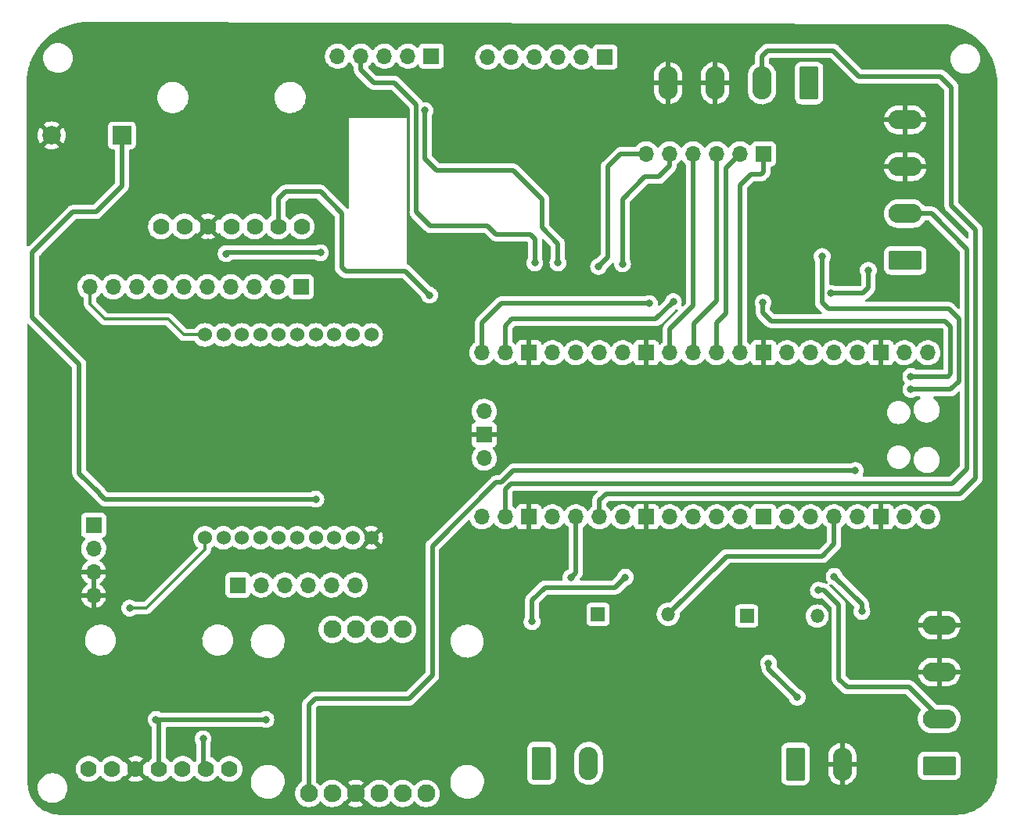
<source format=gbr>
%TF.GenerationSoftware,KiCad,Pcbnew,6.0.9-8da3e8f707~117~ubuntu18.04.1*%
%TF.CreationDate,2023-03-08T09:23:39+05:30*%
%TF.ProjectId,Cansat_V1.2,43616e73-6174-45f5-9631-2e322e6b6963,rev?*%
%TF.SameCoordinates,Original*%
%TF.FileFunction,Copper,L2,Bot*%
%TF.FilePolarity,Positive*%
%FSLAX46Y46*%
G04 Gerber Fmt 4.6, Leading zero omitted, Abs format (unit mm)*
G04 Created by KiCad (PCBNEW 6.0.9-8da3e8f707~117~ubuntu18.04.1) date 2023-03-08 09:23:39*
%MOMM*%
%LPD*%
G01*
G04 APERTURE LIST*
G04 Aperture macros list*
%AMRoundRect*
0 Rectangle with rounded corners*
0 $1 Rounding radius*
0 $2 $3 $4 $5 $6 $7 $8 $9 X,Y pos of 4 corners*
0 Add a 4 corners polygon primitive as box body*
4,1,4,$2,$3,$4,$5,$6,$7,$8,$9,$2,$3,0*
0 Add four circle primitives for the rounded corners*
1,1,$1+$1,$2,$3*
1,1,$1+$1,$4,$5*
1,1,$1+$1,$6,$7*
1,1,$1+$1,$8,$9*
0 Add four rect primitives between the rounded corners*
20,1,$1+$1,$2,$3,$4,$5,0*
20,1,$1+$1,$4,$5,$6,$7,0*
20,1,$1+$1,$6,$7,$8,$9,0*
20,1,$1+$1,$8,$9,$2,$3,0*%
G04 Aperture macros list end*
%TA.AperFunction,ComponentPad*%
%ADD10R,1.700000X1.700000*%
%TD*%
%TA.AperFunction,ComponentPad*%
%ADD11O,1.700000X1.700000*%
%TD*%
%TA.AperFunction,ComponentPad*%
%ADD12C,1.524000*%
%TD*%
%TA.AperFunction,ComponentPad*%
%ADD13RoundRect,0.249999X-0.790001X-1.550001X0.790001X-1.550001X0.790001X1.550001X-0.790001X1.550001X0*%
%TD*%
%TA.AperFunction,ComponentPad*%
%ADD14O,2.080000X3.600000*%
%TD*%
%TA.AperFunction,ComponentPad*%
%ADD15RoundRect,0.249999X1.550001X-0.790001X1.550001X0.790001X-1.550001X0.790001X-1.550001X-0.790001X0*%
%TD*%
%TA.AperFunction,ComponentPad*%
%ADD16O,3.600000X2.080000*%
%TD*%
%TA.AperFunction,ComponentPad*%
%ADD17C,1.930400*%
%TD*%
%TA.AperFunction,ComponentPad*%
%ADD18R,1.500000X1.500000*%
%TD*%
%TA.AperFunction,ComponentPad*%
%ADD19O,1.500000X1.500000*%
%TD*%
%TA.AperFunction,ComponentPad*%
%ADD20C,1.778000*%
%TD*%
%TA.AperFunction,ComponentPad*%
%ADD21RoundRect,0.249999X0.790001X1.550001X-0.790001X1.550001X-0.790001X-1.550001X0.790001X-1.550001X0*%
%TD*%
%TA.AperFunction,ComponentPad*%
%ADD22R,2.000000X2.000000*%
%TD*%
%TA.AperFunction,ComponentPad*%
%ADD23C,2.000000*%
%TD*%
%TA.AperFunction,ViaPad*%
%ADD24C,0.800000*%
%TD*%
%TA.AperFunction,Conductor*%
%ADD25C,0.500000*%
%TD*%
%TA.AperFunction,Conductor*%
%ADD26C,0.300000*%
%TD*%
G04 APERTURE END LIST*
D10*
%TO.P,J1,1,Pin_1*%
%TO.N,Net-(J1-Pad1)*%
X123050000Y-116500000D03*
D11*
%TO.P,J1,2,Pin_2*%
%TO.N,Net-(J1-Pad2)*%
X125590000Y-116500000D03*
%TO.P,J1,3,Pin_3*%
%TO.N,Net-(J1-Pad3)*%
X128130000Y-116500000D03*
%TO.P,J1,4,Pin_4*%
%TO.N,Net-(J1-Pad4)*%
X130670000Y-116500000D03*
%TO.P,J1,5,Pin_5*%
%TO.N,Net-(J1-Pad5)*%
X133210000Y-116500000D03*
%TO.P,J1,6,Pin_6*%
%TO.N,Net-(J1-Pad6)*%
X135750000Y-116500000D03*
%TD*%
D12*
%TO.P,JP1,1,VDD*%
%TO.N,+3.3V*%
X119494710Y-111398200D03*
%TO.P,JP1,2,DOUT*%
%TO.N,/Xbee_Tx*%
X121496230Y-111398200D03*
%TO.P,JP1,3,DIN*%
%TO.N,/Xbee_Rx*%
X123495210Y-111398200D03*
%TO.P,JP1,4,DIO12*%
%TO.N,Net-(J1-Pad1)*%
X125496730Y-111398200D03*
%TO.P,JP1,5,RESET*%
%TO.N,Net-(J1-Pad2)*%
X127495710Y-111398200D03*
%TO.P,JP1,6,RSSI*%
%TO.N,Net-(J1-Pad3)*%
X129494690Y-111398200D03*
%TO.P,JP1,7,DIO11*%
%TO.N,Net-(J1-Pad4)*%
X131496210Y-111398200D03*
%TO.P,JP1,8,RES*%
%TO.N,Net-(J1-Pad5)*%
X133495190Y-111398200D03*
%TO.P,JP1,9,DTR*%
%TO.N,Net-(J1-Pad6)*%
X135496710Y-111398200D03*
%TO.P,JP1,10,GND*%
%TO.N,GND*%
X137495690Y-111398200D03*
%TO.P,JP1,11,DIO4*%
%TO.N,Net-(J6-Pad1)*%
X137495690Y-89401800D03*
%TO.P,JP1,12,CTS*%
%TO.N,Net-(J6-Pad2)*%
X135496710Y-89401800D03*
%TO.P,JP1,13,DIO9*%
%TO.N,Net-(J6-Pad3)*%
X133495190Y-89401800D03*
%TO.P,JP1,14,RES*%
%TO.N,Net-(J6-Pad4)*%
X131496210Y-89401800D03*
%TO.P,JP1,15,DIO5*%
%TO.N,Net-(J6-Pad5)*%
X129494690Y-89401800D03*
%TO.P,JP1,16,RTS*%
%TO.N,Net-(J6-Pad6)*%
X127495710Y-89401800D03*
%TO.P,JP1,17,DIO3*%
%TO.N,Net-(J6-Pad7)*%
X125496730Y-89401800D03*
%TO.P,JP1,18,DIO2*%
%TO.N,Net-(J6-Pad8)*%
X123495210Y-89401800D03*
%TO.P,JP1,19,DIO1*%
%TO.N,Net-(J6-Pad9)*%
X121496230Y-89401800D03*
%TO.P,JP1,20,DIO0*%
%TO.N,Net-(J6-Pad10)*%
X119494710Y-89401800D03*
%TD*%
D13*
%TO.P,J10,1,Pin_1*%
%TO.N,Net-(J10-Pad1)*%
X155932500Y-135808551D03*
D14*
%TO.P,J10,2,Pin_2*%
%TO.N,Net-(J10-Pad2)*%
X161012500Y-135808551D03*
%TD*%
D10*
%TO.P,J12,1,Pin_1*%
%TO.N,Net-(J12-Pad1)*%
X144000000Y-59200000D03*
D11*
%TO.P,J12,2,Pin_2*%
%TO.N,Net-(J12-Pad2)*%
X141460000Y-59200000D03*
%TO.P,J12,3,Pin_3*%
%TO.N,Net-(J12-Pad3)*%
X138920000Y-59200000D03*
%TO.P,J12,4,Pin_4*%
%TO.N,Net-(J12-Pad4)*%
X136380000Y-59200000D03*
%TO.P,J12,5,Pin_5*%
%TO.N,Net-(J12-Pad5)*%
X133840000Y-59200000D03*
%TD*%
D10*
%TO.P,J6,1,Pin_1*%
%TO.N,Net-(J6-Pad1)*%
X129925000Y-84200000D03*
D11*
%TO.P,J6,2,Pin_2*%
%TO.N,Net-(J6-Pad2)*%
X127385000Y-84200000D03*
%TO.P,J6,3,Pin_3*%
%TO.N,Net-(J6-Pad3)*%
X124845000Y-84200000D03*
%TO.P,J6,4,Pin_4*%
%TO.N,Net-(J6-Pad4)*%
X122305000Y-84200000D03*
%TO.P,J6,5,Pin_5*%
%TO.N,Net-(J6-Pad5)*%
X119765000Y-84200000D03*
%TO.P,J6,6,Pin_6*%
%TO.N,Net-(J6-Pad6)*%
X117225000Y-84200000D03*
%TO.P,J6,7,Pin_7*%
%TO.N,Net-(J6-Pad7)*%
X114685000Y-84200000D03*
%TO.P,J6,8,Pin_8*%
%TO.N,Net-(J6-Pad8)*%
X112145000Y-84200000D03*
%TO.P,J6,9,Pin_9*%
%TO.N,Net-(J6-Pad9)*%
X109605000Y-84200000D03*
%TO.P,J6,10,Pin_10*%
%TO.N,Net-(J6-Pad10)*%
X107065000Y-84200000D03*
%TD*%
D15*
%TO.P,J4,1,Pin_1*%
%TO.N,+7.5V*%
X195295000Y-81340000D03*
D16*
%TO.P,J4,2,Pin_2*%
%TO.N,/motor_3*%
X195295000Y-76260000D03*
%TO.P,J4,3,Pin_3*%
%TO.N,GND*%
X195295000Y-71180000D03*
%TO.P,J4,4,Pin_4*%
X195295000Y-66100000D03*
%TD*%
D17*
%TO.P,U3,1,Vin*%
%TO.N,+3.3V*%
X130732475Y-139090000D03*
%TO.P,U3,2,3Vo*%
%TO.N,unconnected-(U3-Pad2)*%
X133272475Y-139090000D03*
%TO.P,U3,3,GND*%
%TO.N,GND*%
X135812475Y-139090000D03*
%TO.P,U3,4,SDA*%
%TO.N,/SDA*%
X138352475Y-139090000D03*
%TO.P,U3,5,SCL*%
%TO.N,/SCL*%
X140892475Y-139090000D03*
%TO.P,U3,6,RST*%
%TO.N,unconnected-(U3-Pad6)*%
X143432475Y-139090000D03*
%TO.P,U3,7,PS0*%
%TO.N,unconnected-(U3-Pad7)*%
X133272475Y-121310000D03*
%TO.P,U3,8,PS1*%
%TO.N,unconnected-(U3-Pad8)*%
X135812475Y-121310000D03*
%TO.P,U3,9,INT*%
%TO.N,unconnected-(U3-Pad9)*%
X138352475Y-121310000D03*
%TO.P,U3,10,ADR*%
%TO.N,unconnected-(U3-Pad10)*%
X140892475Y-121310000D03*
%TD*%
D18*
%TO.P,D1,1,K*%
%TO.N,+7.5V*%
X178135000Y-119866051D03*
D19*
%TO.P,D1,2,A*%
%TO.N,VBUS*%
X185755000Y-119866051D03*
%TD*%
D15*
%TO.P,J3,1,Pin_1*%
%TO.N,+7.5V*%
X198972500Y-136086051D03*
D16*
%TO.P,J3,2,Pin_2*%
%TO.N,/motor_2*%
X198972500Y-131006051D03*
%TO.P,J3,3,Pin_3*%
%TO.N,GND*%
X198972500Y-125926051D03*
%TO.P,J3,4,Pin_4*%
X198972500Y-120846051D03*
%TD*%
D18*
%TO.P,D5,1,K*%
%TO.N,VBUS*%
X162035000Y-119666051D03*
D19*
%TO.P,D5,2,A*%
%TO.N,+3.3V*%
X169655000Y-119666051D03*
%TD*%
D13*
%TO.P,J5,1,Pin_1*%
%TO.N,+7.5V*%
X183410000Y-135888551D03*
D14*
%TO.P,J5,2,Pin_2*%
%TO.N,GND*%
X188490000Y-135888551D03*
%TD*%
D10*
%TO.P,J11,1,Pin_1*%
%TO.N,Net-(J11-Pad1)*%
X162800000Y-59300000D03*
D11*
%TO.P,J11,2,Pin_2*%
%TO.N,Net-(J11-Pad2)*%
X160260000Y-59300000D03*
%TO.P,J11,3,Pin_3*%
%TO.N,Net-(J11-Pad3)*%
X157720000Y-59300000D03*
%TO.P,J11,4,Pin_4*%
%TO.N,Net-(J11-Pad4)*%
X155180000Y-59300000D03*
%TO.P,J11,5,Pin_5*%
%TO.N,Net-(J11-Pad5)*%
X152640000Y-59300000D03*
%TO.P,J11,6,Pin_6*%
%TO.N,Net-(J11-Pad6)*%
X150100000Y-59300000D03*
%TD*%
D20*
%TO.P,U1,1,Vin*%
%TO.N,+3.3V*%
X114743949Y-77653949D03*
%TO.P,U1,2,3Vo*%
%TO.N,unconnected-(U1-Pad2)*%
X117283949Y-77653949D03*
%TO.P,U1,3,GND*%
%TO.N,GND*%
X119823949Y-77653949D03*
%TO.P,U1,4,SCK*%
%TO.N,/SCL*%
X122363949Y-77653949D03*
%TO.P,U1,5,SDO*%
%TO.N,unconnected-(U1-Pad5)*%
X124903949Y-77653949D03*
%TO.P,U1,6,SDI*%
%TO.N,/SDA*%
X127443949Y-77653949D03*
%TO.P,U1,7,CS*%
%TO.N,unconnected-(U1-Pad7)*%
X129983949Y-77653949D03*
%TD*%
D11*
%TO.P,U4,1,GPIO0*%
%TO.N,unconnected-(U4-Pad1)*%
X197747500Y-91330000D03*
%TO.P,U4,2,GPIO1*%
%TO.N,unconnected-(U4-Pad2)*%
X195207500Y-91330000D03*
D10*
%TO.P,U4,3,GND*%
%TO.N,GND*%
X192667500Y-91330000D03*
D11*
%TO.P,U4,4,GPIO2*%
%TO.N,unconnected-(U4-Pad4)*%
X190127500Y-91330000D03*
%TO.P,U4,5,GPIO3*%
%TO.N,unconnected-(U4-Pad5)*%
X187587500Y-91330000D03*
%TO.P,U4,6,GPIO4*%
%TO.N,/Xbee_Rx*%
X185047500Y-91330000D03*
%TO.P,U4,7,GPIO5*%
%TO.N,/Xbee_Tx*%
X182507500Y-91330000D03*
D10*
%TO.P,U4,8,GND*%
%TO.N,GND*%
X179967500Y-91330000D03*
D11*
%TO.P,U4,9,GPIO6*%
%TO.N,Net-(J8-Pad1)*%
X177427500Y-91330000D03*
%TO.P,U4,10,GPIO7*%
%TO.N,Net-(J8-Pad2)*%
X174887500Y-91330000D03*
%TO.P,U4,11,GPIO8*%
%TO.N,Net-(J8-Pad3)*%
X172347500Y-91330000D03*
%TO.P,U4,12,GPIO9*%
%TO.N,Net-(J8-Pad4)*%
X169807500Y-91330000D03*
D10*
%TO.P,U4,13,GND*%
%TO.N,GND*%
X167267500Y-91330000D03*
D11*
%TO.P,U4,14,GPIO10*%
%TO.N,Net-(J8-Pad5)*%
X164727500Y-91330000D03*
%TO.P,U4,15,GPIO11*%
%TO.N,Net-(J8-Pad6)*%
X162187500Y-91330000D03*
%TO.P,U4,16,GPIO12*%
%TO.N,/uart0_Tx*%
X159647500Y-91330000D03*
%TO.P,U4,17,GPIO13*%
%TO.N,/uart0_Rx*%
X157107500Y-91330000D03*
D10*
%TO.P,U4,18,GND*%
%TO.N,GND*%
X154567500Y-91330000D03*
D11*
%TO.P,U4,19,GPIO14*%
%TO.N,/SDA*%
X152027500Y-91330000D03*
%TO.P,U4,20,GPIO15*%
%TO.N,/SCL*%
X149487500Y-91330000D03*
%TO.P,U4,21,GPIO16*%
%TO.N,Net-(R5-Pad2)*%
X149487500Y-109110000D03*
%TO.P,U4,22,GPIO17*%
%TO.N,/motor_3*%
X152027500Y-109110000D03*
D10*
%TO.P,U4,23,GND*%
%TO.N,GND*%
X154567500Y-109110000D03*
D11*
%TO.P,U4,24,GPIO18*%
%TO.N,/motor_2*%
X157107500Y-109110000D03*
%TO.P,U4,25,GPIO19*%
%TO.N,Net-(R4-Pad2)*%
X159647500Y-109110000D03*
%TO.P,U4,26,GPIO20*%
%TO.N,/motor_1*%
X162187500Y-109110000D03*
%TO.P,U4,27,GPIO21*%
%TO.N,Net-(BZ1-Pad1)*%
X164727500Y-109110000D03*
D10*
%TO.P,U4,28,GND*%
%TO.N,GND*%
X167267500Y-109110000D03*
D11*
%TO.P,U4,29,GPIO22*%
%TO.N,/nichrome_gpio*%
X169807500Y-109110000D03*
%TO.P,U4,30,RUN*%
%TO.N,/run*%
X172347500Y-109110000D03*
%TO.P,U4,31,GPIO26_ADC0*%
%TO.N,/pico_ADC_0*%
X174887500Y-109110000D03*
%TO.P,U4,32,GPIO27_ADC1*%
%TO.N,/pico_ADC_1*%
X177427500Y-109110000D03*
D10*
%TO.P,U4,33,AGND*%
%TO.N,unconnected-(U4-Pad33)*%
X179967500Y-109110000D03*
D11*
%TO.P,U4,34,GPIO28_ADC2*%
%TO.N,/pico_ADC_2*%
X182507500Y-109110000D03*
%TO.P,U4,35,ADC_VREF*%
%TO.N,unconnected-(U4-Pad35)*%
X185047500Y-109110000D03*
%TO.P,U4,36,3V3*%
%TO.N,+3.3V*%
X187587500Y-109110000D03*
%TO.P,U4,37,3V3_EN*%
%TO.N,unconnected-(U4-Pad37)*%
X190127500Y-109110000D03*
D10*
%TO.P,U4,38,GND*%
%TO.N,GND*%
X192667500Y-109110000D03*
D11*
%TO.P,U4,39,VSYS*%
%TO.N,unconnected-(U4-Pad39)*%
X195207500Y-109110000D03*
%TO.P,U4,40,VBUS*%
%TO.N,VBUS*%
X197747500Y-109110000D03*
%TO.P,U4,41,SWCLK*%
%TO.N,unconnected-(U4-Pad41)*%
X149717500Y-97680000D03*
D10*
%TO.P,U4,42,GND*%
%TO.N,GND*%
X149717500Y-100220000D03*
D11*
%TO.P,U4,43,SWDIO*%
%TO.N,unconnected-(U4-Pad43)*%
X149717500Y-102760000D03*
%TD*%
D10*
%TO.P,J7,1,Pin_1*%
%TO.N,+3.3V*%
X107450000Y-110020000D03*
D11*
%TO.P,J7,2,Pin_2*%
X107450000Y-112560000D03*
%TO.P,J7,3,Pin_3*%
%TO.N,GND*%
X107450000Y-115100000D03*
%TO.P,J7,4,Pin_4*%
X107450000Y-117640000D03*
%TD*%
D10*
%TO.P,J8,1,Pin_1*%
%TO.N,Net-(J8-Pad1)*%
X179950000Y-69800000D03*
D11*
%TO.P,J8,2,Pin_2*%
%TO.N,Net-(J8-Pad2)*%
X177410000Y-69800000D03*
%TO.P,J8,3,Pin_3*%
%TO.N,Net-(J8-Pad3)*%
X174870000Y-69800000D03*
%TO.P,J8,4,Pin_4*%
%TO.N,Net-(J8-Pad4)*%
X172330000Y-69800000D03*
%TO.P,J8,5,Pin_5*%
%TO.N,Net-(J8-Pad5)*%
X169790000Y-69800000D03*
%TO.P,J8,6,Pin_6*%
%TO.N,Net-(J8-Pad6)*%
X167250000Y-69800000D03*
%TD*%
D21*
%TO.P,J2,1,Pin_1*%
%TO.N,+7.5V*%
X184872500Y-62120000D03*
D14*
%TO.P,J2,2,Pin_2*%
%TO.N,/motor_1*%
X179792500Y-62120000D03*
%TO.P,J2,3,Pin_3*%
%TO.N,GND*%
X174712500Y-62120000D03*
%TO.P,J2,4,Pin_4*%
X169632500Y-62120000D03*
%TD*%
D22*
%TO.P,BZ1,1,-*%
%TO.N,Net-(BZ1-Pad1)*%
X110500000Y-67800000D03*
D23*
%TO.P,BZ1,2,+*%
%TO.N,GND*%
X102900000Y-67800000D03*
%TD*%
D20*
%TO.P,U2,1,Vin*%
%TO.N,+3.3V*%
X106920000Y-136430000D03*
%TO.P,U2,2,3Vo*%
%TO.N,unconnected-(U2-Pad2)*%
X109460000Y-136430000D03*
%TO.P,U2,3,GND*%
%TO.N,GND*%
X112000000Y-136430000D03*
%TO.P,U2,4,SCK*%
%TO.N,/SCL*%
X114540000Y-136430000D03*
%TO.P,U2,5,SDO*%
%TO.N,unconnected-(U2-Pad5)*%
X117080000Y-136430000D03*
%TO.P,U2,6,SDI*%
%TO.N,/SDA*%
X119620000Y-136430000D03*
%TO.P,U2,7,CS*%
%TO.N,unconnected-(U2-Pad7)*%
X122160000Y-136430000D03*
%TD*%
D24*
%TO.N,Net-(BZ1-Pad1)*%
X131500000Y-107200000D03*
%TO.N,GND*%
X152500000Y-83500000D03*
X180200000Y-123300000D03*
X146300000Y-64000000D03*
X157500000Y-129100000D03*
X185000000Y-81500000D03*
X165800000Y-134016051D03*
X164900000Y-122600000D03*
X173800000Y-129100000D03*
X119800000Y-79400000D03*
X180000000Y-76900000D03*
X150300000Y-120700000D03*
%TO.N,VBUS*%
X183600000Y-128666051D03*
X180500000Y-124966051D03*
%TO.N,+3.3V*%
X189900000Y-104100000D03*
X187200000Y-84900000D03*
X111350000Y-119000000D03*
X191300000Y-82400000D03*
%TO.N,/motor_2*%
X185900000Y-117066051D03*
%TO.N,Net-(J8-Pad5)*%
X164700000Y-81700000D03*
%TO.N,Net-(J8-Pad6)*%
X162100000Y-82000000D03*
%TO.N,Net-(J12-Pad4)*%
X155200000Y-81600000D03*
%TO.N,Net-(J12-Pad5)*%
X157700000Y-81600000D03*
X143300000Y-65100000D03*
%TO.N,/SDA*%
X170200000Y-85800000D03*
X143800000Y-85100000D03*
X119300000Y-133166051D03*
%TO.N,/SCL*%
X126100000Y-131066051D03*
X132000000Y-80500000D03*
X114200000Y-131066051D03*
X167600000Y-86000000D03*
X121800000Y-80600000D03*
%TO.N,/nichrome_gpio*%
X165000000Y-115666051D03*
X154900000Y-120466051D03*
%TO.N,Net-(R4-Pad2)*%
X159100000Y-115700000D03*
%TO.N,/pico_ADC_2*%
X195900000Y-95300000D03*
X186300000Y-80900000D03*
%TO.N,/pico_ADC_0*%
X190600000Y-119366051D03*
X187600000Y-115566051D03*
%TO.N,/pico_ADC_1*%
X179900000Y-85900000D03*
X195900000Y-93900000D03*
%TD*%
D25*
%TO.N,Net-(BZ1-Pad1)*%
X107700000Y-76100000D02*
X110500000Y-73300000D01*
X131500000Y-107200000D02*
X108650000Y-107200000D01*
X105200000Y-76100000D02*
X107700000Y-76100000D01*
X100800000Y-87500000D02*
X100800000Y-80500000D01*
X100800000Y-80500000D02*
X105200000Y-76100000D01*
X108050000Y-106550000D02*
X105900000Y-104400000D01*
X108700000Y-107240000D02*
X108100000Y-106640000D01*
X105900000Y-92600000D02*
X100800000Y-87500000D01*
X108100000Y-106640000D02*
X108100000Y-106590000D01*
X110500000Y-73300000D02*
X110500000Y-67800000D01*
X105900000Y-104400000D02*
X105900000Y-92600000D01*
%TO.N,VBUS*%
X180500000Y-125566051D02*
X183600000Y-128666051D01*
X180500000Y-124966051D02*
X180500000Y-125566051D01*
%TO.N,+3.3V*%
X175955000Y-113366051D02*
X186300000Y-113366051D01*
X151000000Y-105400000D02*
X144100000Y-112300000D01*
X191300000Y-84300000D02*
X190700000Y-84900000D01*
X152900000Y-104100000D02*
X151600000Y-105400000D01*
D26*
X111350000Y-119000000D02*
X113150000Y-119000000D01*
D25*
X130732475Y-129467525D02*
X130732475Y-139090000D01*
X141600000Y-128800000D02*
X131400000Y-128800000D01*
X144100000Y-112300000D02*
X144100000Y-126300000D01*
D26*
X113150000Y-119000000D02*
X119494710Y-112655290D01*
D25*
X131400000Y-128800000D02*
X130732475Y-129467525D01*
D26*
X119494710Y-112655290D02*
X119494710Y-111398200D01*
D25*
X144100000Y-126300000D02*
X141600000Y-128800000D01*
X191300000Y-82400000D02*
X191300000Y-84300000D01*
X189900000Y-104100000D02*
X152900000Y-104100000D01*
X190700000Y-84900000D02*
X187200000Y-84900000D01*
X151600000Y-105400000D02*
X151000000Y-105400000D01*
X187587500Y-112078551D02*
X187587500Y-109110000D01*
X169655000Y-119666051D02*
X175955000Y-113366051D01*
X186300000Y-113366051D02*
X187587500Y-112078551D01*
%TO.N,/motor_1*%
X162900000Y-106600000D02*
X201200000Y-106600000D01*
X202900000Y-104900000D02*
X202900000Y-78000000D01*
X187500000Y-58600000D02*
X180400000Y-58600000D01*
X201200000Y-106600000D02*
X202900000Y-104900000D01*
X200300000Y-62600000D02*
X199100000Y-61400000D01*
X190300000Y-61400000D02*
X187500000Y-58600000D01*
X200300000Y-75400000D02*
X200300000Y-62600000D01*
X179792500Y-59207500D02*
X179792500Y-62120000D01*
X162187500Y-109110000D02*
X162187500Y-107312500D01*
X162187500Y-107312500D02*
X162900000Y-106600000D01*
X199100000Y-61400000D02*
X190300000Y-61400000D01*
X202900000Y-78000000D02*
X200300000Y-75400000D01*
X180400000Y-58600000D02*
X179792500Y-59207500D01*
%TO.N,/motor_2*%
X186500000Y-117066051D02*
X188100000Y-118666051D01*
X195700000Y-127566051D02*
X198972500Y-130838551D01*
X189000000Y-127566051D02*
X195700000Y-127566051D01*
X188100000Y-118666051D02*
X188100000Y-126666051D01*
X198972500Y-130838551D02*
X198972500Y-131006051D01*
X185900000Y-117066051D02*
X186500000Y-117066051D01*
X188100000Y-126666051D02*
X189000000Y-127566051D01*
%TO.N,/motor_3*%
X198160000Y-76260000D02*
X195295000Y-76260000D01*
X200400000Y-105500000D02*
X202000000Y-103900000D01*
X152600000Y-105500000D02*
X200400000Y-105500000D01*
X152027500Y-106127500D02*
X152000000Y-106100000D01*
X202000000Y-103900000D02*
X202000000Y-80100000D01*
X152027500Y-109110000D02*
X152027500Y-106127500D01*
X202000000Y-80100000D02*
X198160000Y-76260000D01*
X152000000Y-106100000D02*
X152600000Y-105500000D01*
D26*
%TO.N,Net-(J6-Pad10)*%
X115500000Y-87700000D02*
X108700000Y-87700000D01*
X107065000Y-86065000D02*
X107065000Y-84200000D01*
X117201800Y-89401800D02*
X115500000Y-87700000D01*
X119494710Y-89401800D02*
X117201800Y-89401800D01*
X108700000Y-87700000D02*
X107065000Y-86065000D01*
D25*
%TO.N,Net-(J8-Pad1)*%
X178600000Y-72000000D02*
X179700000Y-72000000D01*
X179950000Y-71750000D02*
X179950000Y-69800000D01*
X179700000Y-72000000D02*
X179950000Y-71750000D01*
X177427500Y-73172500D02*
X178600000Y-72000000D01*
X177427500Y-91330000D02*
X177427500Y-73172500D01*
%TO.N,Net-(J8-Pad2)*%
X174887500Y-91330000D02*
X174887500Y-88112500D01*
X175900000Y-87100000D02*
X175900000Y-71310000D01*
X174887500Y-88112500D02*
X175900000Y-87100000D01*
X175900000Y-71310000D02*
X177410000Y-69800000D01*
%TO.N,Net-(J8-Pad3)*%
X174870000Y-85730000D02*
X174870000Y-69800000D01*
X172400000Y-91277500D02*
X172400000Y-88200000D01*
X172400000Y-88200000D02*
X174870000Y-85730000D01*
X172347500Y-91330000D02*
X172400000Y-91277500D01*
%TO.N,Net-(J8-Pad4)*%
X169807500Y-88792500D02*
X172330000Y-86270000D01*
X169807500Y-91330000D02*
X169807500Y-88792500D01*
X172330000Y-86270000D02*
X172330000Y-69800000D01*
%TO.N,Net-(J8-Pad5)*%
X168600000Y-72300000D02*
X169790000Y-71110000D01*
X169790000Y-71110000D02*
X169790000Y-69800000D01*
X164700000Y-81700000D02*
X164700000Y-74700000D01*
X167100000Y-72300000D02*
X168600000Y-72300000D01*
X164700000Y-74700000D02*
X167100000Y-72300000D01*
%TO.N,Net-(J8-Pad6)*%
X163100000Y-81000000D02*
X163100000Y-71200000D01*
X164500000Y-69800000D02*
X167250000Y-69800000D01*
X162100000Y-82000000D02*
X163100000Y-81000000D01*
X163100000Y-71200000D02*
X164500000Y-69800000D01*
%TO.N,Net-(J12-Pad4)*%
X155200000Y-79000000D02*
X154700000Y-78500000D01*
X150100000Y-77600000D02*
X143900000Y-77600000D01*
X137800000Y-62100000D02*
X136380000Y-60680000D01*
X155200000Y-81600000D02*
X155200000Y-79000000D01*
X151000000Y-78500000D02*
X150100000Y-77600000D01*
X142400000Y-64500000D02*
X140000000Y-62100000D01*
X136380000Y-60680000D02*
X136380000Y-59200000D01*
X154700000Y-78500000D02*
X151000000Y-78500000D01*
X143900000Y-77600000D02*
X142400000Y-76100000D01*
X142400000Y-76100000D02*
X142400000Y-64500000D01*
X140000000Y-62100000D02*
X137800000Y-62100000D01*
%TO.N,Net-(J12-Pad5)*%
X156000000Y-77800000D02*
X156000000Y-74700000D01*
X156000000Y-74700000D02*
X152900000Y-71600000D01*
X157700000Y-81600000D02*
X157700000Y-79500000D01*
X152900000Y-71600000D02*
X144600000Y-71600000D01*
X157700000Y-79500000D02*
X156000000Y-77800000D01*
X144600000Y-71600000D02*
X143300000Y-70300000D01*
X143300000Y-70300000D02*
X143300000Y-65100000D01*
%TO.N,/SDA*%
X152700000Y-87700000D02*
X168300000Y-87700000D01*
X119300000Y-136110000D02*
X119620000Y-136430000D01*
X141200000Y-82500000D02*
X134700000Y-82500000D01*
X134700000Y-82500000D02*
X134300000Y-82100000D01*
X152027500Y-91330000D02*
X152027500Y-88427500D01*
X128200000Y-73900000D02*
X127443949Y-74656051D01*
X127443949Y-74656051D02*
X127443949Y-77653949D01*
X143800000Y-85100000D02*
X141200000Y-82500000D01*
X119300000Y-133166051D02*
X119300000Y-136110000D01*
X152027500Y-88427500D02*
X152000000Y-88400000D01*
X134300000Y-76200000D02*
X132000000Y-73900000D01*
X152000000Y-88400000D02*
X152700000Y-87700000D01*
X168300000Y-87700000D02*
X170200000Y-85800000D01*
X134300000Y-82100000D02*
X134300000Y-76200000D01*
X132000000Y-73900000D02*
X128200000Y-73900000D01*
%TO.N,/SCL*%
X132000000Y-80500000D02*
X121900000Y-80500000D01*
X114540000Y-131406051D02*
X114540000Y-136430000D01*
X121900000Y-80500000D02*
X121800000Y-80600000D01*
X114200000Y-131066051D02*
X114540000Y-131406051D01*
X151600000Y-86000000D02*
X167600000Y-86000000D01*
X126100000Y-131066051D02*
X114200000Y-131066051D01*
X149487500Y-88112500D02*
X151600000Y-86000000D01*
X149487500Y-91330000D02*
X149487500Y-88112500D01*
%TO.N,/nichrome_gpio*%
X163900000Y-116766051D02*
X165000000Y-115666051D01*
X156300000Y-116766051D02*
X163900000Y-116766051D01*
X154900000Y-118166051D02*
X156300000Y-116766051D01*
X154900000Y-120466051D02*
X154900000Y-118166051D01*
%TO.N,Net-(R4-Pad2)*%
X159647500Y-115152500D02*
X159100000Y-115700000D01*
X159647500Y-109110000D02*
X159647500Y-115152500D01*
%TO.N,/pico_ADC_2*%
X201100000Y-94400000D02*
X201100000Y-87700000D01*
X200000000Y-86600000D02*
X187000000Y-86600000D01*
X187000000Y-86600000D02*
X186300000Y-85900000D01*
X195900000Y-95300000D02*
X200200000Y-95300000D01*
X186300000Y-85900000D02*
X186300000Y-80900000D01*
X201100000Y-87700000D02*
X200000000Y-86600000D01*
X200200000Y-95300000D02*
X201100000Y-94400000D01*
%TO.N,/pico_ADC_0*%
X190600000Y-118566051D02*
X190600000Y-119366051D01*
X187600000Y-115566051D02*
X190600000Y-118566051D01*
%TO.N,/pico_ADC_1*%
X179900000Y-87000000D02*
X179900000Y-85900000D01*
X199600000Y-87900000D02*
X180800000Y-87900000D01*
X200200000Y-88500000D02*
X199600000Y-87900000D01*
X200200000Y-93600000D02*
X200200000Y-88500000D01*
X199900000Y-93900000D02*
X200200000Y-93600000D01*
X195900000Y-93900000D02*
X199900000Y-93900000D01*
X180800000Y-87900000D02*
X179900000Y-87000000D01*
%TD*%
%TA.AperFunction,Conductor*%
%TO.N,GND*%
G36*
X198750222Y-55708393D02*
G01*
X198769330Y-55709893D01*
X198773862Y-55710599D01*
X198784852Y-55712310D01*
X198784855Y-55712310D01*
X198793724Y-55713691D01*
X198815504Y-55710843D01*
X198836546Y-55709867D01*
X199049974Y-55717853D01*
X199280398Y-55726476D01*
X199289793Y-55727180D01*
X199762830Y-55780478D01*
X199772148Y-55781883D01*
X200239855Y-55870377D01*
X200249041Y-55872473D01*
X200708857Y-55995681D01*
X200717861Y-55998459D01*
X201167168Y-56155678D01*
X201175908Y-56159108D01*
X201612229Y-56349473D01*
X201620718Y-56353561D01*
X201814185Y-56455811D01*
X202041598Y-56576002D01*
X202049743Y-56580705D01*
X202452813Y-56833971D01*
X202460578Y-56839265D01*
X202843602Y-57121950D01*
X202850947Y-57127807D01*
X203211769Y-57438320D01*
X203218676Y-57444729D01*
X203555271Y-57781324D01*
X203561679Y-57788230D01*
X203872193Y-58149053D01*
X203878050Y-58156398D01*
X204160735Y-58539422D01*
X204166029Y-58547187D01*
X204419291Y-58950250D01*
X204423998Y-58958402D01*
X204502881Y-59107655D01*
X204646439Y-59379282D01*
X204650525Y-59387768D01*
X204840892Y-59824092D01*
X204844322Y-59832832D01*
X204956264Y-60152745D01*
X205001541Y-60282139D01*
X205004319Y-60291143D01*
X205040650Y-60426731D01*
X205103574Y-60661564D01*
X205127527Y-60750959D01*
X205129623Y-60760143D01*
X205139421Y-60811928D01*
X205218117Y-61227852D01*
X205219522Y-61237170D01*
X205272820Y-61710207D01*
X205273524Y-61719602D01*
X205289742Y-62153000D01*
X205289852Y-62155943D01*
X205288439Y-62180045D01*
X205287690Y-62184851D01*
X205287690Y-62184855D01*
X205286309Y-62193724D01*
X205287473Y-62202626D01*
X205287473Y-62202628D01*
X205290436Y-62225283D01*
X205291500Y-62241621D01*
X205291500Y-136850633D01*
X205290000Y-136870018D01*
X205287690Y-136884851D01*
X205287690Y-136884855D01*
X205286309Y-136893724D01*
X205288984Y-136914183D01*
X205289928Y-136936007D01*
X205278182Y-137205020D01*
X205274648Y-137285964D01*
X205273690Y-137296913D01*
X205225558Y-137662520D01*
X205223982Y-137674490D01*
X205222074Y-137685307D01*
X205143065Y-138041697D01*
X205139647Y-138057114D01*
X205136802Y-138067731D01*
X205034808Y-138391215D01*
X205022285Y-138430932D01*
X205018529Y-138441254D01*
X204891691Y-138747469D01*
X204872784Y-138793114D01*
X204868142Y-138803067D01*
X204698504Y-139128940D01*
X204692295Y-139140867D01*
X204686800Y-139150385D01*
X204645626Y-139215016D01*
X204482180Y-139471574D01*
X204475876Y-139480578D01*
X204244038Y-139782716D01*
X204236972Y-139791137D01*
X203979686Y-140071914D01*
X203971914Y-140079686D01*
X203691137Y-140336972D01*
X203682716Y-140344038D01*
X203380578Y-140575876D01*
X203371574Y-140582180D01*
X203050387Y-140786799D01*
X203040868Y-140792294D01*
X202703067Y-140968142D01*
X202693123Y-140972780D01*
X202341254Y-141118529D01*
X202330939Y-141122282D01*
X201967732Y-141236802D01*
X201957115Y-141239647D01*
X201585307Y-141322074D01*
X201574498Y-141323981D01*
X201196914Y-141373690D01*
X201185965Y-141374648D01*
X200843446Y-141389603D01*
X200818571Y-141388223D01*
X200806276Y-141386309D01*
X200797374Y-141387473D01*
X200797372Y-141387473D01*
X200786928Y-141388839D01*
X200774714Y-141390436D01*
X200758379Y-141391500D01*
X103849367Y-141391500D01*
X103829982Y-141390000D01*
X103815148Y-141387690D01*
X103815145Y-141387690D01*
X103806276Y-141386309D01*
X103797373Y-141387473D01*
X103797372Y-141387473D01*
X103786924Y-141388839D01*
X103764406Y-141389751D01*
X103463949Y-141374990D01*
X103451655Y-141373779D01*
X103124966Y-141325320D01*
X103112844Y-141322910D01*
X103018804Y-141299354D01*
X102792477Y-141242661D01*
X102780645Y-141239072D01*
X102469689Y-141127810D01*
X102458265Y-141123078D01*
X102294130Y-141045448D01*
X102159708Y-140981872D01*
X102148812Y-140976047D01*
X102007899Y-140891588D01*
X101865533Y-140806256D01*
X101855252Y-140799386D01*
X101784483Y-140746901D01*
X101589983Y-140602650D01*
X101580444Y-140594823D01*
X101335718Y-140373015D01*
X101326980Y-140364277D01*
X101323274Y-140360188D01*
X101105177Y-140119556D01*
X101097350Y-140110017D01*
X100900614Y-139844748D01*
X100893744Y-139834467D01*
X100779645Y-139644106D01*
X100723950Y-139551184D01*
X100718126Y-139540288D01*
X100711920Y-139527165D01*
X100603642Y-139298230D01*
X100576922Y-139241735D01*
X100572190Y-139230311D01*
X100460928Y-138919355D01*
X100457339Y-138907523D01*
X100384932Y-138618462D01*
X100377090Y-138587156D01*
X100374679Y-138575031D01*
X100373760Y-138568833D01*
X100363550Y-138500000D01*
X101386526Y-138500000D01*
X101406391Y-138752403D01*
X101407545Y-138757210D01*
X101407546Y-138757216D01*
X101428254Y-138843471D01*
X101465495Y-138998591D01*
X101467388Y-139003162D01*
X101467389Y-139003164D01*
X101553962Y-139212169D01*
X101562384Y-139232502D01*
X101694672Y-139448376D01*
X101859102Y-139640898D01*
X102051624Y-139805328D01*
X102267498Y-139937616D01*
X102272068Y-139939509D01*
X102272072Y-139939511D01*
X102496836Y-140032611D01*
X102501409Y-140034505D01*
X102541838Y-140044211D01*
X102742784Y-140092454D01*
X102742790Y-140092455D01*
X102747597Y-140093609D01*
X102847416Y-140101465D01*
X102934345Y-140108307D01*
X102934352Y-140108307D01*
X102936801Y-140108500D01*
X103063199Y-140108500D01*
X103065648Y-140108307D01*
X103065655Y-140108307D01*
X103152584Y-140101465D01*
X103252403Y-140093609D01*
X103257210Y-140092455D01*
X103257216Y-140092454D01*
X103458162Y-140044211D01*
X103498591Y-140034505D01*
X103503164Y-140032611D01*
X103727928Y-139939511D01*
X103727932Y-139939509D01*
X103732502Y-139937616D01*
X103948376Y-139805328D01*
X104140898Y-139640898D01*
X104305328Y-139448376D01*
X104437616Y-139232502D01*
X104446039Y-139212169D01*
X104532611Y-139003164D01*
X104532612Y-139003162D01*
X104534505Y-138998591D01*
X104571746Y-138843471D01*
X104592454Y-138757216D01*
X104592455Y-138757210D01*
X104593609Y-138752403D01*
X104613474Y-138500000D01*
X104593609Y-138247597D01*
X104534505Y-138001409D01*
X104529018Y-137988162D01*
X104439511Y-137772072D01*
X104439509Y-137772068D01*
X104437616Y-137767498D01*
X104305328Y-137551624D01*
X104140898Y-137359102D01*
X103948376Y-137194672D01*
X103732502Y-137062384D01*
X103727932Y-137060491D01*
X103727928Y-137060489D01*
X103503164Y-136967389D01*
X103503162Y-136967388D01*
X103498591Y-136965495D01*
X103397657Y-136941263D01*
X103257216Y-136907546D01*
X103257210Y-136907545D01*
X103252403Y-136906391D01*
X103152584Y-136898535D01*
X103065655Y-136891693D01*
X103065648Y-136891693D01*
X103063199Y-136891500D01*
X102936801Y-136891500D01*
X102934352Y-136891693D01*
X102934345Y-136891693D01*
X102847416Y-136898535D01*
X102747597Y-136906391D01*
X102742790Y-136907545D01*
X102742784Y-136907546D01*
X102602343Y-136941263D01*
X102501409Y-136965495D01*
X102496838Y-136967388D01*
X102496836Y-136967389D01*
X102272072Y-137060489D01*
X102272068Y-137060491D01*
X102267498Y-137062384D01*
X102051624Y-137194672D01*
X101859102Y-137359102D01*
X101694672Y-137551624D01*
X101562384Y-137767498D01*
X101560491Y-137772068D01*
X101560489Y-137772072D01*
X101470982Y-137988162D01*
X101465495Y-138001409D01*
X101406391Y-138247597D01*
X101386526Y-138500000D01*
X100363550Y-138500000D01*
X100326220Y-138248343D01*
X100325009Y-138236045D01*
X100323094Y-138197051D01*
X100319164Y-138117051D01*
X100310795Y-137946695D01*
X100312387Y-137919619D01*
X100312647Y-137918073D01*
X100313576Y-137912552D01*
X100313653Y-137906207D01*
X100313670Y-137904860D01*
X100313670Y-137904857D01*
X100313729Y-137900000D01*
X100309713Y-137871954D01*
X100308440Y-137854263D01*
X100308420Y-137838691D01*
X100306516Y-136395739D01*
X105518129Y-136395739D01*
X105531357Y-136625161D01*
X105532492Y-136630198D01*
X105532493Y-136630204D01*
X105569906Y-136796217D01*
X105581878Y-136849342D01*
X105668336Y-137062261D01*
X105671033Y-137066662D01*
X105671034Y-137066664D01*
X105756912Y-137206803D01*
X105788408Y-137258200D01*
X105938869Y-137431898D01*
X105942844Y-137435198D01*
X105942847Y-137435201D01*
X105984986Y-137470185D01*
X106115679Y-137578689D01*
X106314090Y-137694631D01*
X106318910Y-137696471D01*
X106318915Y-137696474D01*
X106443784Y-137744156D01*
X106528774Y-137776610D01*
X106533842Y-137777641D01*
X106533845Y-137777642D01*
X106644534Y-137800162D01*
X106753963Y-137822426D01*
X106759136Y-137822616D01*
X106759139Y-137822616D01*
X106978448Y-137830657D01*
X106978452Y-137830657D01*
X106983612Y-137830846D01*
X106988732Y-137830190D01*
X106988734Y-137830190D01*
X107206425Y-137802304D01*
X107206428Y-137802303D01*
X107211552Y-137801647D01*
X107218139Y-137799671D01*
X107426710Y-137737096D01*
X107431663Y-137735610D01*
X107638033Y-137634511D01*
X107642845Y-137631079D01*
X107820916Y-137504062D01*
X107825119Y-137501064D01*
X107837274Y-137488952D01*
X107970796Y-137355894D01*
X107987898Y-137338852D01*
X107990914Y-137334655D01*
X107990921Y-137334647D01*
X108087689Y-137199980D01*
X108143683Y-137156332D01*
X108214387Y-137149886D01*
X108277351Y-137182689D01*
X108297444Y-137207672D01*
X108325707Y-137253794D01*
X108325711Y-137253799D01*
X108328408Y-137258200D01*
X108478869Y-137431898D01*
X108482844Y-137435198D01*
X108482847Y-137435201D01*
X108524986Y-137470185D01*
X108655679Y-137578689D01*
X108854090Y-137694631D01*
X108858910Y-137696471D01*
X108858915Y-137696474D01*
X108983784Y-137744156D01*
X109068774Y-137776610D01*
X109073842Y-137777641D01*
X109073845Y-137777642D01*
X109184534Y-137800162D01*
X109293963Y-137822426D01*
X109299136Y-137822616D01*
X109299139Y-137822616D01*
X109518448Y-137830657D01*
X109518452Y-137830657D01*
X109523612Y-137830846D01*
X109528732Y-137830190D01*
X109528734Y-137830190D01*
X109746425Y-137802304D01*
X109746428Y-137802303D01*
X109751552Y-137801647D01*
X109758139Y-137799671D01*
X109966710Y-137737096D01*
X109971663Y-137735610D01*
X110178033Y-137634511D01*
X110182845Y-137631079D01*
X110249737Y-137583365D01*
X111211464Y-137583365D01*
X111216745Y-137590420D01*
X111389846Y-137691571D01*
X111399132Y-137696021D01*
X111604083Y-137774283D01*
X111613981Y-137777159D01*
X111828962Y-137820897D01*
X111839190Y-137822116D01*
X112058425Y-137830156D01*
X112068711Y-137829689D01*
X112286320Y-137801813D01*
X112296398Y-137799671D01*
X112506527Y-137736629D01*
X112516125Y-137732868D01*
X112713138Y-137636352D01*
X112721983Y-137631079D01*
X112777209Y-137591686D01*
X112785609Y-137580987D01*
X112778622Y-137567833D01*
X112012811Y-136802021D01*
X111998868Y-136794408D01*
X111997034Y-136794539D01*
X111990420Y-136798790D01*
X111218221Y-137570990D01*
X111211464Y-137583365D01*
X110249737Y-137583365D01*
X110360916Y-137504062D01*
X110365119Y-137501064D01*
X110377274Y-137488952D01*
X110510796Y-137355894D01*
X110527898Y-137338852D01*
X110558034Y-137296914D01*
X110628005Y-137199538D01*
X110684000Y-137155890D01*
X110754703Y-137149444D01*
X110817668Y-137182247D01*
X110837761Y-137207229D01*
X110838100Y-137207782D01*
X110848555Y-137217241D01*
X110857331Y-137213458D01*
X111627979Y-136442811D01*
X111634356Y-136431132D01*
X112364408Y-136431132D01*
X112364539Y-136432966D01*
X112368790Y-136439580D01*
X113138425Y-137209214D01*
X113150431Y-137215770D01*
X113162169Y-137206803D01*
X113167403Y-137199518D01*
X113223397Y-137155870D01*
X113294101Y-137149423D01*
X113357066Y-137182225D01*
X113377160Y-137207208D01*
X113408408Y-137258200D01*
X113558869Y-137431898D01*
X113562844Y-137435198D01*
X113562847Y-137435201D01*
X113604986Y-137470185D01*
X113735679Y-137578689D01*
X113934090Y-137694631D01*
X113938910Y-137696471D01*
X113938915Y-137696474D01*
X114063784Y-137744156D01*
X114148774Y-137776610D01*
X114153842Y-137777641D01*
X114153845Y-137777642D01*
X114264534Y-137800162D01*
X114373963Y-137822426D01*
X114379136Y-137822616D01*
X114379139Y-137822616D01*
X114598448Y-137830657D01*
X114598452Y-137830657D01*
X114603612Y-137830846D01*
X114608732Y-137830190D01*
X114608734Y-137830190D01*
X114826425Y-137802304D01*
X114826428Y-137802303D01*
X114831552Y-137801647D01*
X114838139Y-137799671D01*
X115046710Y-137737096D01*
X115051663Y-137735610D01*
X115258033Y-137634511D01*
X115262845Y-137631079D01*
X115440916Y-137504062D01*
X115445119Y-137501064D01*
X115457274Y-137488952D01*
X115590796Y-137355894D01*
X115607898Y-137338852D01*
X115610914Y-137334655D01*
X115610921Y-137334647D01*
X115707689Y-137199980D01*
X115763683Y-137156332D01*
X115834387Y-137149886D01*
X115897351Y-137182689D01*
X115917444Y-137207672D01*
X115945707Y-137253794D01*
X115945711Y-137253799D01*
X115948408Y-137258200D01*
X116098869Y-137431898D01*
X116102844Y-137435198D01*
X116102847Y-137435201D01*
X116144986Y-137470185D01*
X116275679Y-137578689D01*
X116474090Y-137694631D01*
X116478910Y-137696471D01*
X116478915Y-137696474D01*
X116603784Y-137744156D01*
X116688774Y-137776610D01*
X116693842Y-137777641D01*
X116693845Y-137777642D01*
X116804534Y-137800162D01*
X116913963Y-137822426D01*
X116919136Y-137822616D01*
X116919139Y-137822616D01*
X117138448Y-137830657D01*
X117138452Y-137830657D01*
X117143612Y-137830846D01*
X117148732Y-137830190D01*
X117148734Y-137830190D01*
X117366425Y-137802304D01*
X117366428Y-137802303D01*
X117371552Y-137801647D01*
X117378139Y-137799671D01*
X117586710Y-137737096D01*
X117591663Y-137735610D01*
X117798033Y-137634511D01*
X117802845Y-137631079D01*
X117980916Y-137504062D01*
X117985119Y-137501064D01*
X117997274Y-137488952D01*
X118130796Y-137355894D01*
X118147898Y-137338852D01*
X118150914Y-137334655D01*
X118150921Y-137334647D01*
X118247689Y-137199980D01*
X118303683Y-137156332D01*
X118374387Y-137149886D01*
X118437351Y-137182689D01*
X118457444Y-137207672D01*
X118485707Y-137253794D01*
X118485711Y-137253799D01*
X118488408Y-137258200D01*
X118638869Y-137431898D01*
X118642844Y-137435198D01*
X118642847Y-137435201D01*
X118684986Y-137470185D01*
X118815679Y-137578689D01*
X119014090Y-137694631D01*
X119018910Y-137696471D01*
X119018915Y-137696474D01*
X119143784Y-137744156D01*
X119228774Y-137776610D01*
X119233842Y-137777641D01*
X119233845Y-137777642D01*
X119344534Y-137800162D01*
X119453963Y-137822426D01*
X119459136Y-137822616D01*
X119459139Y-137822616D01*
X119678448Y-137830657D01*
X119678452Y-137830657D01*
X119683612Y-137830846D01*
X119688732Y-137830190D01*
X119688734Y-137830190D01*
X119906425Y-137802304D01*
X119906428Y-137802303D01*
X119911552Y-137801647D01*
X119918139Y-137799671D01*
X120126710Y-137737096D01*
X120131663Y-137735610D01*
X120338033Y-137634511D01*
X120342845Y-137631079D01*
X120520916Y-137504062D01*
X120525119Y-137501064D01*
X120537274Y-137488952D01*
X120670796Y-137355894D01*
X120687898Y-137338852D01*
X120690914Y-137334655D01*
X120690921Y-137334647D01*
X120787689Y-137199980D01*
X120843683Y-137156332D01*
X120914387Y-137149886D01*
X120977351Y-137182689D01*
X120997444Y-137207672D01*
X121025707Y-137253794D01*
X121025711Y-137253799D01*
X121028408Y-137258200D01*
X121178869Y-137431898D01*
X121182844Y-137435198D01*
X121182847Y-137435201D01*
X121224986Y-137470185D01*
X121355679Y-137578689D01*
X121554090Y-137694631D01*
X121558910Y-137696471D01*
X121558915Y-137696474D01*
X121683784Y-137744156D01*
X121768774Y-137776610D01*
X121773842Y-137777641D01*
X121773845Y-137777642D01*
X121884534Y-137800162D01*
X121993963Y-137822426D01*
X121999136Y-137822616D01*
X121999139Y-137822616D01*
X122218448Y-137830657D01*
X122218452Y-137830657D01*
X122223612Y-137830846D01*
X122228732Y-137830190D01*
X122228734Y-137830190D01*
X122446425Y-137802304D01*
X122446428Y-137802303D01*
X122451552Y-137801647D01*
X122458139Y-137799671D01*
X122550130Y-137772072D01*
X124457166Y-137772072D01*
X124457390Y-137776738D01*
X124457390Y-137776743D01*
X124457512Y-137779282D01*
X124458926Y-137808707D01*
X124470187Y-138043135D01*
X124523129Y-138309296D01*
X124614832Y-138564709D01*
X124617048Y-138568833D01*
X124740286Y-138798190D01*
X124743279Y-138803761D01*
X124746074Y-138807505D01*
X124746076Y-138807507D01*
X124902858Y-139017464D01*
X124902863Y-139017470D01*
X124905650Y-139021202D01*
X124908959Y-139024482D01*
X124908964Y-139024488D01*
X125051271Y-139165558D01*
X125098377Y-139212255D01*
X125102139Y-139215013D01*
X125102142Y-139215016D01*
X125223124Y-139303723D01*
X125317227Y-139372722D01*
X125321358Y-139374896D01*
X125321359Y-139374896D01*
X125553256Y-139496903D01*
X125553262Y-139496905D01*
X125557391Y-139499078D01*
X125561798Y-139500617D01*
X125561805Y-139500620D01*
X125808866Y-139586897D01*
X125813594Y-139588548D01*
X125818187Y-139589420D01*
X126075618Y-139638295D01*
X126075621Y-139638295D01*
X126080207Y-139639166D01*
X126215790Y-139644493D01*
X126346706Y-139649638D01*
X126346712Y-139649638D01*
X126351374Y-139649821D01*
X126446993Y-139639349D01*
X126616484Y-139620787D01*
X126616489Y-139620786D01*
X126621137Y-139620277D01*
X126625661Y-139619086D01*
X126879046Y-139552375D01*
X126879048Y-139552374D01*
X126883569Y-139551184D01*
X126908930Y-139540288D01*
X127128613Y-139445905D01*
X127128615Y-139445904D01*
X127132907Y-139444060D01*
X127363672Y-139301258D01*
X127465546Y-139215016D01*
X127567223Y-139128940D01*
X127567224Y-139128939D01*
X127570795Y-139125916D01*
X127599342Y-139093365D01*
X127633977Y-139053871D01*
X129254165Y-139053871D01*
X129254462Y-139059023D01*
X129254462Y-139059027D01*
X129259181Y-139140867D01*
X129268115Y-139295802D01*
X129269252Y-139300848D01*
X129269253Y-139300854D01*
X129291004Y-139397368D01*
X129321391Y-139532207D01*
X129323333Y-139536989D01*
X129323334Y-139536993D01*
X129369029Y-139649525D01*
X129412563Y-139756736D01*
X129539182Y-139963359D01*
X129697847Y-140146527D01*
X129701822Y-140149827D01*
X129701825Y-140149830D01*
X129764113Y-140201543D01*
X129884298Y-140301322D01*
X130093528Y-140423586D01*
X130098348Y-140425426D01*
X130098353Y-140425429D01*
X130206695Y-140466800D01*
X130319917Y-140510035D01*
X130324985Y-140511066D01*
X130324988Y-140511067D01*
X130439973Y-140534461D01*
X130557385Y-140558349D01*
X130562560Y-140558539D01*
X130562562Y-140558539D01*
X130794392Y-140567040D01*
X130794396Y-140567040D01*
X130799556Y-140567229D01*
X130804676Y-140566573D01*
X130804678Y-140566573D01*
X130880811Y-140556820D01*
X131039925Y-140536437D01*
X131044876Y-140534952D01*
X131044879Y-140534951D01*
X131267087Y-140468285D01*
X131267086Y-140468285D01*
X131272037Y-140466800D01*
X131463466Y-140373020D01*
X131485008Y-140362467D01*
X131485013Y-140362464D01*
X131489659Y-140360188D01*
X131493869Y-140357185D01*
X131493874Y-140357182D01*
X131682734Y-140222469D01*
X131682739Y-140222465D01*
X131686946Y-140219464D01*
X131858601Y-140048408D01*
X131898920Y-139992299D01*
X131954914Y-139948651D01*
X132025617Y-139942205D01*
X132088581Y-139975007D01*
X132096476Y-139983324D01*
X132237847Y-140146527D01*
X132241822Y-140149827D01*
X132241825Y-140149830D01*
X132304113Y-140201543D01*
X132424298Y-140301322D01*
X132633528Y-140423586D01*
X132638348Y-140425426D01*
X132638353Y-140425429D01*
X132746695Y-140466800D01*
X132859917Y-140510035D01*
X132864985Y-140511066D01*
X132864988Y-140511067D01*
X132979973Y-140534461D01*
X133097385Y-140558349D01*
X133102560Y-140558539D01*
X133102562Y-140558539D01*
X133334392Y-140567040D01*
X133334396Y-140567040D01*
X133339556Y-140567229D01*
X133344676Y-140566573D01*
X133344678Y-140566573D01*
X133420811Y-140556820D01*
X133579925Y-140536437D01*
X133584876Y-140534952D01*
X133584879Y-140534951D01*
X133807087Y-140468285D01*
X133807086Y-140468285D01*
X133812037Y-140466800D01*
X134003466Y-140373020D01*
X134025008Y-140362467D01*
X134025013Y-140362464D01*
X134029659Y-140360188D01*
X134033869Y-140357185D01*
X134033874Y-140357182D01*
X134114515Y-140299661D01*
X134968057Y-140299661D01*
X134972036Y-140305265D01*
X135169284Y-140420526D01*
X135178571Y-140424976D01*
X135395226Y-140507708D01*
X135405124Y-140510584D01*
X135632383Y-140556820D01*
X135642611Y-140558039D01*
X135874369Y-140566538D01*
X135884655Y-140566071D01*
X136114692Y-140536603D01*
X136124770Y-140534461D01*
X136346901Y-140467818D01*
X136356499Y-140464056D01*
X136564764Y-140362029D01*
X136573609Y-140356756D01*
X136644318Y-140306319D01*
X136652718Y-140295620D01*
X136645731Y-140282466D01*
X135825287Y-139462022D01*
X135811343Y-139454408D01*
X135809510Y-139454539D01*
X135802895Y-139458790D01*
X134975315Y-140286370D01*
X134968057Y-140299661D01*
X134114515Y-140299661D01*
X134222734Y-140222469D01*
X134222739Y-140222465D01*
X134226946Y-140219464D01*
X134398601Y-140048408D01*
X134448642Y-139978768D01*
X134504635Y-139935121D01*
X134571562Y-139927990D01*
X134603979Y-139933362D01*
X134614392Y-139928873D01*
X135440453Y-139102812D01*
X135446831Y-139091132D01*
X136176883Y-139091132D01*
X136177014Y-139092965D01*
X136181265Y-139099580D01*
X137005497Y-139923812D01*
X137019441Y-139931426D01*
X137045379Y-139929571D01*
X137057683Y-139924844D01*
X137127202Y-139939254D01*
X137163142Y-139967932D01*
X137314456Y-140142613D01*
X137314460Y-140142617D01*
X137317847Y-140146527D01*
X137321822Y-140149827D01*
X137321825Y-140149830D01*
X137384113Y-140201543D01*
X137504298Y-140301322D01*
X137713528Y-140423586D01*
X137718348Y-140425426D01*
X137718353Y-140425429D01*
X137826695Y-140466800D01*
X137939917Y-140510035D01*
X137944985Y-140511066D01*
X137944988Y-140511067D01*
X138059973Y-140534461D01*
X138177385Y-140558349D01*
X138182560Y-140558539D01*
X138182562Y-140558539D01*
X138414392Y-140567040D01*
X138414396Y-140567040D01*
X138419556Y-140567229D01*
X138424676Y-140566573D01*
X138424678Y-140566573D01*
X138500811Y-140556820D01*
X138659925Y-140536437D01*
X138664876Y-140534952D01*
X138664879Y-140534951D01*
X138887087Y-140468285D01*
X138887086Y-140468285D01*
X138892037Y-140466800D01*
X139083466Y-140373020D01*
X139105008Y-140362467D01*
X139105013Y-140362464D01*
X139109659Y-140360188D01*
X139113869Y-140357185D01*
X139113874Y-140357182D01*
X139302734Y-140222469D01*
X139302739Y-140222465D01*
X139306946Y-140219464D01*
X139478601Y-140048408D01*
X139518920Y-139992299D01*
X139574914Y-139948651D01*
X139645617Y-139942205D01*
X139708581Y-139975007D01*
X139716476Y-139983324D01*
X139857847Y-140146527D01*
X139861822Y-140149827D01*
X139861825Y-140149830D01*
X139924113Y-140201543D01*
X140044298Y-140301322D01*
X140253528Y-140423586D01*
X140258348Y-140425426D01*
X140258353Y-140425429D01*
X140366695Y-140466800D01*
X140479917Y-140510035D01*
X140484985Y-140511066D01*
X140484988Y-140511067D01*
X140599973Y-140534461D01*
X140717385Y-140558349D01*
X140722560Y-140558539D01*
X140722562Y-140558539D01*
X140954392Y-140567040D01*
X140954396Y-140567040D01*
X140959556Y-140567229D01*
X140964676Y-140566573D01*
X140964678Y-140566573D01*
X141040811Y-140556820D01*
X141199925Y-140536437D01*
X141204876Y-140534952D01*
X141204879Y-140534951D01*
X141427087Y-140468285D01*
X141427086Y-140468285D01*
X141432037Y-140466800D01*
X141623466Y-140373020D01*
X141645008Y-140362467D01*
X141645013Y-140362464D01*
X141649659Y-140360188D01*
X141653869Y-140357185D01*
X141653874Y-140357182D01*
X141842734Y-140222469D01*
X141842739Y-140222465D01*
X141846946Y-140219464D01*
X142018601Y-140048408D01*
X142058920Y-139992299D01*
X142114914Y-139948651D01*
X142185617Y-139942205D01*
X142248581Y-139975007D01*
X142256476Y-139983324D01*
X142397847Y-140146527D01*
X142401822Y-140149827D01*
X142401825Y-140149830D01*
X142464113Y-140201543D01*
X142584298Y-140301322D01*
X142793528Y-140423586D01*
X142798348Y-140425426D01*
X142798353Y-140425429D01*
X142906695Y-140466800D01*
X143019917Y-140510035D01*
X143024985Y-140511066D01*
X143024988Y-140511067D01*
X143139973Y-140534461D01*
X143257385Y-140558349D01*
X143262560Y-140558539D01*
X143262562Y-140558539D01*
X143494392Y-140567040D01*
X143494396Y-140567040D01*
X143499556Y-140567229D01*
X143504676Y-140566573D01*
X143504678Y-140566573D01*
X143580811Y-140556820D01*
X143739925Y-140536437D01*
X143744876Y-140534952D01*
X143744879Y-140534951D01*
X143967087Y-140468285D01*
X143967086Y-140468285D01*
X143972037Y-140466800D01*
X144163466Y-140373020D01*
X144185008Y-140362467D01*
X144185013Y-140362464D01*
X144189659Y-140360188D01*
X144193869Y-140357185D01*
X144193874Y-140357182D01*
X144382734Y-140222469D01*
X144382739Y-140222465D01*
X144386946Y-140219464D01*
X144558601Y-140048408D01*
X144700012Y-139851613D01*
X144704786Y-139841955D01*
X144799800Y-139649708D01*
X144807383Y-139634365D01*
X144848049Y-139500518D01*
X144876326Y-139407449D01*
X144876327Y-139407443D01*
X144877830Y-139402497D01*
X144900813Y-139227928D01*
X144909024Y-139165558D01*
X144909024Y-139165554D01*
X144909461Y-139162237D01*
X144910277Y-139128854D01*
X144911144Y-139093365D01*
X144911144Y-139093361D01*
X144911226Y-139090000D01*
X144891370Y-138848482D01*
X144832334Y-138613449D01*
X144735703Y-138391215D01*
X144679725Y-138304686D01*
X144606882Y-138192087D01*
X144606880Y-138192084D01*
X144604074Y-138187747D01*
X144440981Y-138008510D01*
X144250803Y-137858317D01*
X144107632Y-137779282D01*
X144094577Y-137772075D01*
X146047279Y-137772075D01*
X146049039Y-137808709D01*
X146060299Y-138043121D01*
X146113238Y-138309266D01*
X146204935Y-138564663D01*
X146207148Y-138568781D01*
X146207149Y-138568784D01*
X146271924Y-138689335D01*
X146333375Y-138803700D01*
X146495735Y-139021128D01*
X146499044Y-139024408D01*
X146499049Y-139024414D01*
X146638081Y-139162237D01*
X146688451Y-139212169D01*
X146692213Y-139214927D01*
X146692216Y-139214930D01*
X146809402Y-139300854D01*
X146907287Y-139372626D01*
X146911422Y-139374802D01*
X146911426Y-139374804D01*
X146964062Y-139402497D01*
X147147436Y-139498975D01*
X147403623Y-139588439D01*
X147408216Y-139589311D01*
X147665631Y-139638183D01*
X147665634Y-139638183D01*
X147670220Y-139639054D01*
X147805795Y-139644381D01*
X147936702Y-139649525D01*
X147936708Y-139649525D01*
X147941370Y-139649708D01*
X148025040Y-139640545D01*
X148206463Y-139620676D01*
X148206468Y-139620675D01*
X148211116Y-139620166D01*
X148337480Y-139586897D01*
X148469010Y-139552268D01*
X148469012Y-139552267D01*
X148473533Y-139551077D01*
X148498645Y-139540288D01*
X148718561Y-139445805D01*
X148718563Y-139445804D01*
X148722855Y-139443960D01*
X148949476Y-139303723D01*
X148949633Y-139303626D01*
X148949637Y-139303623D01*
X148953606Y-139301167D01*
X149160716Y-139125835D01*
X149223827Y-139053871D01*
X149336553Y-138925332D01*
X149336556Y-138925327D01*
X149339635Y-138921817D01*
X149486434Y-138693593D01*
X149597886Y-138446178D01*
X149651709Y-138255335D01*
X149670274Y-138189511D01*
X149670275Y-138189508D01*
X149671544Y-138185007D01*
X149679019Y-138126250D01*
X149705391Y-137918949D01*
X149705391Y-137918943D01*
X149705789Y-137915818D01*
X149706029Y-137906675D01*
X149707371Y-137855413D01*
X149708298Y-137820000D01*
X149706969Y-137802111D01*
X149688534Y-137554039D01*
X149688533Y-137554035D01*
X149688188Y-137549387D01*
X149628300Y-137284719D01*
X149612298Y-137243570D01*
X149531642Y-137036163D01*
X149531641Y-137036161D01*
X149529949Y-137031810D01*
X149527604Y-137027706D01*
X149471590Y-136929704D01*
X149395296Y-136796217D01*
X149227299Y-136583114D01*
X149029649Y-136397183D01*
X148806688Y-136242510D01*
X148664465Y-136172373D01*
X148567499Y-136124554D01*
X148567495Y-136124553D01*
X148563313Y-136122490D01*
X148304872Y-136039763D01*
X148300265Y-136039013D01*
X148300262Y-136039012D01*
X148041653Y-135996895D01*
X148041654Y-135996895D01*
X148037042Y-135996144D01*
X147905289Y-135994419D01*
X147770383Y-135992653D01*
X147770380Y-135992653D01*
X147765706Y-135992592D01*
X147496825Y-136029185D01*
X147492339Y-136030493D01*
X147492337Y-136030493D01*
X147421852Y-136051038D01*
X147236307Y-136105119D01*
X146989874Y-136218726D01*
X146985965Y-136221289D01*
X146766854Y-136364944D01*
X146766849Y-136364948D01*
X146762941Y-136367510D01*
X146682193Y-136439580D01*
X146564071Y-136545008D01*
X146560491Y-136548203D01*
X146386974Y-136756836D01*
X146384551Y-136760829D01*
X146263880Y-136959689D01*
X146246200Y-136988824D01*
X146244393Y-136993132D01*
X146244393Y-136993133D01*
X146143087Y-137234720D01*
X146141262Y-137239071D01*
X146140111Y-137243603D01*
X146140110Y-137243606D01*
X146127957Y-137291460D01*
X146074466Y-137502081D01*
X146047279Y-137772075D01*
X144094577Y-137772075D01*
X144043180Y-137743702D01*
X144043177Y-137743701D01*
X144038649Y-137741201D01*
X143897492Y-137691215D01*
X143815088Y-137662034D01*
X143815085Y-137662033D01*
X143810216Y-137660309D01*
X143805127Y-137659402D01*
X143805125Y-137659402D01*
X143731869Y-137646353D01*
X143571638Y-137617812D01*
X143481110Y-137616706D01*
X143334493Y-137614914D01*
X143334491Y-137614914D01*
X143329323Y-137614851D01*
X143089778Y-137651507D01*
X142859436Y-137726794D01*
X142826956Y-137743702D01*
X142660880Y-137830156D01*
X142644484Y-137838691D01*
X142640351Y-137841794D01*
X142640348Y-137841796D01*
X142454828Y-137981088D01*
X142450693Y-137984193D01*
X142283270Y-138159392D01*
X142267709Y-138182204D01*
X142212799Y-138227205D01*
X142142274Y-138235376D01*
X142078527Y-138204122D01*
X142065462Y-138189893D01*
X142064074Y-138187747D01*
X142059030Y-138182203D01*
X141904456Y-138012329D01*
X141900981Y-138008510D01*
X141710803Y-137858317D01*
X141567632Y-137779282D01*
X141503180Y-137743702D01*
X141503177Y-137743701D01*
X141498649Y-137741201D01*
X141357492Y-137691215D01*
X141275088Y-137662034D01*
X141275085Y-137662033D01*
X141270216Y-137660309D01*
X141265127Y-137659402D01*
X141265125Y-137659402D01*
X141191869Y-137646353D01*
X141031638Y-137617812D01*
X140941110Y-137616706D01*
X140794493Y-137614914D01*
X140794491Y-137614914D01*
X140789323Y-137614851D01*
X140549778Y-137651507D01*
X140319436Y-137726794D01*
X140286956Y-137743702D01*
X140120880Y-137830156D01*
X140104484Y-137838691D01*
X140100351Y-137841794D01*
X140100348Y-137841796D01*
X139914828Y-137981088D01*
X139910693Y-137984193D01*
X139743270Y-138159392D01*
X139727709Y-138182204D01*
X139672799Y-138227205D01*
X139602274Y-138235376D01*
X139538527Y-138204122D01*
X139525462Y-138189893D01*
X139524074Y-138187747D01*
X139519030Y-138182203D01*
X139364456Y-138012329D01*
X139360981Y-138008510D01*
X139170803Y-137858317D01*
X139027632Y-137779282D01*
X138963180Y-137743702D01*
X138963177Y-137743701D01*
X138958649Y-137741201D01*
X138817492Y-137691215D01*
X138735088Y-137662034D01*
X138735085Y-137662033D01*
X138730216Y-137660309D01*
X138725127Y-137659402D01*
X138725125Y-137659402D01*
X138651869Y-137646353D01*
X138491638Y-137617812D01*
X138401110Y-137616706D01*
X138254493Y-137614914D01*
X138254491Y-137614914D01*
X138249323Y-137614851D01*
X138009778Y-137651507D01*
X137779436Y-137726794D01*
X137746956Y-137743702D01*
X137580880Y-137830156D01*
X137564484Y-137838691D01*
X137560351Y-137841794D01*
X137560348Y-137841796D01*
X137374828Y-137981088D01*
X137370693Y-137984193D01*
X137367121Y-137987931D01*
X137234391Y-138126826D01*
X137203270Y-138159392D01*
X137200359Y-138163660D01*
X137200352Y-138163669D01*
X137175862Y-138199569D01*
X137120951Y-138244572D01*
X137053490Y-138252388D01*
X137053450Y-138252674D01*
X137052353Y-138252520D01*
X137050426Y-138252743D01*
X137048932Y-138252038D01*
X137019783Y-138247937D01*
X137008599Y-138253086D01*
X136184497Y-139077188D01*
X136176883Y-139091132D01*
X135446831Y-139091132D01*
X135448067Y-139088868D01*
X135447936Y-139087035D01*
X135443685Y-139080420D01*
X134619420Y-138256155D01*
X134605476Y-138248541D01*
X134581155Y-138250280D01*
X134568463Y-138255335D01*
X134498773Y-138241774D01*
X134450919Y-138198327D01*
X134446883Y-138192089D01*
X134444074Y-138187747D01*
X134280981Y-138008510D01*
X134123503Y-137884142D01*
X134971413Y-137884142D01*
X134978158Y-137896473D01*
X135799663Y-138717978D01*
X135813607Y-138725592D01*
X135815440Y-138725461D01*
X135822055Y-138721210D01*
X136647888Y-137895377D01*
X136654909Y-137882521D01*
X136647136Y-137871853D01*
X136634580Y-137861936D01*
X136626007Y-137856240D01*
X136422967Y-137744156D01*
X136413570Y-137739933D01*
X136194962Y-137662520D01*
X136184991Y-137659886D01*
X135956681Y-137619219D01*
X135946427Y-137618249D01*
X135714528Y-137615415D01*
X135704243Y-137616135D01*
X135475006Y-137651213D01*
X135464979Y-137653602D01*
X135244548Y-137725650D01*
X135235039Y-137729647D01*
X135029340Y-137836727D01*
X135020615Y-137842221D01*
X134979866Y-137872817D01*
X134971413Y-137884142D01*
X134123503Y-137884142D01*
X134090803Y-137858317D01*
X133947632Y-137779282D01*
X133883180Y-137743702D01*
X133883177Y-137743701D01*
X133878649Y-137741201D01*
X133737492Y-137691215D01*
X133655088Y-137662034D01*
X133655085Y-137662033D01*
X133650216Y-137660309D01*
X133645127Y-137659402D01*
X133645125Y-137659402D01*
X133571869Y-137646353D01*
X133411638Y-137617812D01*
X133321110Y-137616706D01*
X133174493Y-137614914D01*
X133174491Y-137614914D01*
X133169323Y-137614851D01*
X132929778Y-137651507D01*
X132699436Y-137726794D01*
X132666956Y-137743702D01*
X132500880Y-137830156D01*
X132484484Y-137838691D01*
X132480351Y-137841794D01*
X132480348Y-137841796D01*
X132294828Y-137981088D01*
X132290693Y-137984193D01*
X132123270Y-138159392D01*
X132107709Y-138182204D01*
X132052799Y-138227205D01*
X131982274Y-138235376D01*
X131918527Y-138204122D01*
X131905462Y-138189893D01*
X131904074Y-138187747D01*
X131899030Y-138182203D01*
X131744456Y-138012329D01*
X131740981Y-138008510D01*
X131627577Y-137918949D01*
X131554863Y-137861523D01*
X131554860Y-137861521D01*
X131550803Y-137858317D01*
X131547079Y-137856261D01*
X131501579Y-137802111D01*
X131490975Y-137751516D01*
X131490975Y-134208150D01*
X154384000Y-134208150D01*
X154384001Y-137408951D01*
X154394974Y-137514718D01*
X154397158Y-137521264D01*
X154448279Y-137674490D01*
X154450950Y-137682497D01*
X154544021Y-137832900D01*
X154669197Y-137957857D01*
X154732433Y-137996836D01*
X154813136Y-138046582D01*
X154819761Y-138050666D01*
X154871214Y-138067732D01*
X154981110Y-138104183D01*
X154981112Y-138104183D01*
X154987638Y-138106348D01*
X154994474Y-138107048D01*
X154994477Y-138107049D01*
X155037530Y-138111460D01*
X155092099Y-138117051D01*
X155926019Y-138117051D01*
X156772900Y-138117050D01*
X156878667Y-138106077D01*
X156993600Y-138067732D01*
X157039502Y-138052418D01*
X157039504Y-138052417D01*
X157046446Y-138050101D01*
X157196849Y-137957030D01*
X157321806Y-137831854D01*
X157387271Y-137725650D01*
X157410775Y-137687520D01*
X157410776Y-137687518D01*
X157414615Y-137681290D01*
X157441597Y-137599941D01*
X157468132Y-137519941D01*
X157468132Y-137519939D01*
X157470297Y-137513413D01*
X157471563Y-137501064D01*
X157475732Y-137460372D01*
X157481000Y-137408952D01*
X157481000Y-136631169D01*
X159464000Y-136631169D01*
X159464202Y-136633677D01*
X159464202Y-136633682D01*
X159477606Y-136800275D01*
X159478946Y-136816933D01*
X159480151Y-136821841D01*
X159480152Y-136821844D01*
X159515902Y-136967389D01*
X159538385Y-137058924D01*
X159540360Y-137063576D01*
X159540361Y-137063580D01*
X159622973Y-137258200D01*
X159635749Y-137288299D01*
X159688679Y-137372350D01*
X159762107Y-137488952D01*
X159768533Y-137499157D01*
X159933322Y-137686073D01*
X160125875Y-137844238D01*
X160341238Y-137969582D01*
X160410231Y-137996066D01*
X160569143Y-138057067D01*
X160569146Y-138057068D01*
X160573872Y-138058882D01*
X160817790Y-138109839D01*
X160822839Y-138110068D01*
X160822845Y-138110069D01*
X160936504Y-138115230D01*
X161066718Y-138121143D01*
X161071738Y-138120562D01*
X161071742Y-138120562D01*
X161188526Y-138107049D01*
X161314250Y-138092502D01*
X161319124Y-138091123D01*
X161319128Y-138091122D01*
X161549151Y-138026032D01*
X161549153Y-138026031D01*
X161554020Y-138024654D01*
X161558595Y-138022520D01*
X161558602Y-138022518D01*
X161775276Y-137921480D01*
X161779857Y-137919344D01*
X161784037Y-137916503D01*
X161784041Y-137916501D01*
X161981764Y-137782129D01*
X161981765Y-137782128D01*
X161985953Y-137779282D01*
X161991240Y-137774283D01*
X162163324Y-137611551D01*
X162167004Y-137608071D01*
X162191995Y-137575384D01*
X162315279Y-137414135D01*
X162315282Y-137414131D01*
X162318352Y-137410115D01*
X162436104Y-137190508D01*
X162438782Y-137182733D01*
X162515582Y-136959689D01*
X162517231Y-136954900D01*
X162536335Y-136844297D01*
X162558969Y-136713262D01*
X162558970Y-136713256D01*
X162559644Y-136709352D01*
X162561000Y-136679492D01*
X162561000Y-134985933D01*
X162560798Y-134983420D01*
X162546460Y-134805210D01*
X162546459Y-134805205D01*
X162546054Y-134800169D01*
X162522127Y-134702754D01*
X162487822Y-134563092D01*
X162486615Y-134558178D01*
X162483322Y-134550419D01*
X162391227Y-134333458D01*
X162391227Y-134333457D01*
X162389251Y-134328803D01*
X162363651Y-134288150D01*
X181861500Y-134288150D01*
X181861501Y-137488951D01*
X181872474Y-137594718D01*
X181884080Y-137629504D01*
X181925730Y-137754343D01*
X181928450Y-137762497D01*
X182021521Y-137912900D01*
X182026703Y-137918073D01*
X182030116Y-137921480D01*
X182146697Y-138037857D01*
X182177938Y-138057114D01*
X182281439Y-138120913D01*
X182297261Y-138130666D01*
X182323702Y-138139436D01*
X182458610Y-138184183D01*
X182458612Y-138184183D01*
X182465138Y-138186348D01*
X182471974Y-138187048D01*
X182471977Y-138187049D01*
X182515030Y-138191460D01*
X182569599Y-138197051D01*
X183403519Y-138197051D01*
X184250400Y-138197050D01*
X184356167Y-138186077D01*
X184402461Y-138170632D01*
X184517002Y-138132418D01*
X184517004Y-138132417D01*
X184523946Y-138130101D01*
X184674349Y-138037030D01*
X184799306Y-137911854D01*
X184881025Y-137779282D01*
X184888275Y-137767520D01*
X184888276Y-137767518D01*
X184892115Y-137761290D01*
X184934153Y-137634550D01*
X184945632Y-137599941D01*
X184945632Y-137599939D01*
X184947797Y-137593413D01*
X184950095Y-137570990D01*
X184956563Y-137507854D01*
X184958500Y-137488952D01*
X184958500Y-136708623D01*
X186942000Y-136708623D01*
X186942202Y-136713655D01*
X186956536Y-136891810D01*
X186958148Y-136901763D01*
X187015154Y-137133851D01*
X187018337Y-137143421D01*
X187111718Y-137363411D01*
X187116392Y-137372350D01*
X187243739Y-137574575D01*
X187249780Y-137582650D01*
X187407827Y-137761919D01*
X187415079Y-137768922D01*
X187599750Y-137920613D01*
X187608033Y-137926369D01*
X187814579Y-138046582D01*
X187823684Y-138050944D01*
X188046785Y-138136585D01*
X188056474Y-138139436D01*
X188218264Y-138173236D01*
X188232325Y-138172113D01*
X188236000Y-138162005D01*
X188236000Y-138159409D01*
X188744000Y-138159409D01*
X188748136Y-138173495D01*
X188761114Y-138175544D01*
X188786631Y-138172591D01*
X188796521Y-138170632D01*
X189026476Y-138105562D01*
X189035927Y-138102048D01*
X189252528Y-138001045D01*
X189261292Y-137996066D01*
X189458951Y-137861737D01*
X189466815Y-137855413D01*
X189640451Y-137691215D01*
X189647210Y-137683708D01*
X189792357Y-137493863D01*
X189797821Y-137485384D01*
X189910752Y-137274768D01*
X189914792Y-137265522D01*
X189992596Y-137039564D01*
X189995107Y-137029783D01*
X190035969Y-136793217D01*
X190036824Y-136785345D01*
X190037936Y-136760866D01*
X190038000Y-136758033D01*
X190038000Y-136160666D01*
X190033525Y-136145427D01*
X190032135Y-136144222D01*
X190024452Y-136142551D01*
X188762115Y-136142551D01*
X188746876Y-136147026D01*
X188745671Y-136148416D01*
X188744000Y-136156099D01*
X188744000Y-138159409D01*
X188236000Y-138159409D01*
X188236000Y-136160666D01*
X188231525Y-136145427D01*
X188230135Y-136144222D01*
X188222452Y-136142551D01*
X186960115Y-136142551D01*
X186944876Y-136147026D01*
X186943671Y-136148416D01*
X186942000Y-136156099D01*
X186942000Y-136708623D01*
X184958500Y-136708623D01*
X184958499Y-135616436D01*
X186942000Y-135616436D01*
X186946475Y-135631675D01*
X186947865Y-135632880D01*
X186955548Y-135634551D01*
X188217885Y-135634551D01*
X188233124Y-135630076D01*
X188234329Y-135628686D01*
X188236000Y-135621003D01*
X188236000Y-135616436D01*
X188744000Y-135616436D01*
X188748475Y-135631675D01*
X188749865Y-135632880D01*
X188757548Y-135634551D01*
X190019885Y-135634551D01*
X190035124Y-135630076D01*
X190036329Y-135628686D01*
X190038000Y-135621003D01*
X190038000Y-135245650D01*
X196664000Y-135245650D01*
X196664001Y-136926451D01*
X196674974Y-137032218D01*
X196677158Y-137038764D01*
X196728230Y-137191843D01*
X196730950Y-137199997D01*
X196824021Y-137350400D01*
X196949197Y-137475357D01*
X196993963Y-137502951D01*
X197076843Y-137554039D01*
X197099761Y-137568166D01*
X197139356Y-137581299D01*
X197261110Y-137621683D01*
X197261112Y-137621683D01*
X197267638Y-137623848D01*
X197274474Y-137624548D01*
X197274477Y-137624549D01*
X197317530Y-137628960D01*
X197372099Y-137634551D01*
X198960158Y-137634551D01*
X200572900Y-137634550D01*
X200678667Y-137623577D01*
X200749512Y-137599941D01*
X200839502Y-137569918D01*
X200839504Y-137569917D01*
X200846446Y-137567601D01*
X200996849Y-137474530D01*
X201121806Y-137349354D01*
X201187012Y-137243570D01*
X201210775Y-137205020D01*
X201210776Y-137205018D01*
X201214615Y-137198790D01*
X201259859Y-137062384D01*
X201268132Y-137037441D01*
X201268132Y-137037439D01*
X201270297Y-137030913D01*
X201271851Y-137015751D01*
X201277118Y-136964340D01*
X201281000Y-136926452D01*
X201280999Y-135245651D01*
X201270026Y-135139884D01*
X201234980Y-135034839D01*
X201216367Y-134979049D01*
X201216366Y-134979047D01*
X201214050Y-134972105D01*
X201120979Y-134821702D01*
X200995803Y-134696745D01*
X200845239Y-134603936D01*
X200765496Y-134577487D01*
X200683890Y-134550419D01*
X200683888Y-134550419D01*
X200677362Y-134548254D01*
X200670526Y-134547554D01*
X200670523Y-134547553D01*
X200627470Y-134543142D01*
X200572901Y-134537551D01*
X198984842Y-134537551D01*
X197372100Y-134537552D01*
X197266333Y-134548525D01*
X197259786Y-134550709D01*
X197259787Y-134550709D01*
X197105498Y-134602184D01*
X197105496Y-134602185D01*
X197098554Y-134604501D01*
X196948151Y-134697572D01*
X196823194Y-134822748D01*
X196730385Y-134973312D01*
X196674703Y-135141189D01*
X196674003Y-135148025D01*
X196674002Y-135148028D01*
X196669997Y-135187124D01*
X196664000Y-135245650D01*
X190038000Y-135245650D01*
X190038000Y-135068479D01*
X190037798Y-135063447D01*
X190023464Y-134885292D01*
X190021852Y-134875339D01*
X189964846Y-134643251D01*
X189961663Y-134633681D01*
X189868282Y-134413691D01*
X189863608Y-134404752D01*
X189736261Y-134202527D01*
X189730220Y-134194452D01*
X189572173Y-134015183D01*
X189564921Y-134008180D01*
X189380250Y-133856489D01*
X189371967Y-133850733D01*
X189165421Y-133730520D01*
X189156316Y-133726158D01*
X188933215Y-133640517D01*
X188923526Y-133637666D01*
X188761736Y-133603866D01*
X188747675Y-133604989D01*
X188744000Y-133615097D01*
X188744000Y-135616436D01*
X188236000Y-135616436D01*
X188236000Y-133617693D01*
X188231864Y-133603607D01*
X188218886Y-133601558D01*
X188193369Y-133604511D01*
X188183479Y-133606470D01*
X187953524Y-133671540D01*
X187944073Y-133675054D01*
X187727472Y-133776057D01*
X187718708Y-133781036D01*
X187521049Y-133915365D01*
X187513185Y-133921689D01*
X187339549Y-134085887D01*
X187332790Y-134093394D01*
X187187643Y-134283239D01*
X187182179Y-134291718D01*
X187069248Y-134502334D01*
X187065208Y-134511580D01*
X186987404Y-134737538D01*
X186984893Y-134747319D01*
X186944031Y-134983885D01*
X186943176Y-134991757D01*
X186942064Y-135016236D01*
X186942000Y-135019069D01*
X186942000Y-135616436D01*
X184958499Y-135616436D01*
X184958499Y-134288151D01*
X184947526Y-134182384D01*
X184926027Y-134117945D01*
X184893867Y-134021549D01*
X184893866Y-134021547D01*
X184891550Y-134014605D01*
X184798479Y-133864202D01*
X184790753Y-133856489D01*
X184710199Y-133776076D01*
X184673303Y-133739245D01*
X184563465Y-133671540D01*
X184528969Y-133650276D01*
X184528967Y-133650275D01*
X184522739Y-133646436D01*
X184402245Y-133606470D01*
X184361390Y-133592919D01*
X184361388Y-133592919D01*
X184354862Y-133590754D01*
X184348026Y-133590054D01*
X184348023Y-133590053D01*
X184304970Y-133585642D01*
X184250401Y-133580051D01*
X183416481Y-133580051D01*
X182569600Y-133580052D01*
X182463833Y-133591025D01*
X182432262Y-133601558D01*
X182302998Y-133644684D01*
X182302996Y-133644685D01*
X182296054Y-133647001D01*
X182145651Y-133740072D01*
X182020694Y-133865248D01*
X181927885Y-134015812D01*
X181925581Y-134022759D01*
X181899171Y-134102384D01*
X181872203Y-134183689D01*
X181871503Y-134190525D01*
X181871502Y-134190528D01*
X181869367Y-134211367D01*
X181861500Y-134288150D01*
X162363651Y-134288150D01*
X162256467Y-134117945D01*
X162091678Y-133931029D01*
X161899125Y-133772864D01*
X161683762Y-133647520D01*
X161508854Y-133580379D01*
X161455857Y-133560035D01*
X161455854Y-133560034D01*
X161451128Y-133558220D01*
X161207210Y-133507263D01*
X161202161Y-133507034D01*
X161202155Y-133507033D01*
X161088496Y-133501872D01*
X160958282Y-133495959D01*
X160953262Y-133496540D01*
X160953258Y-133496540D01*
X160862574Y-133507033D01*
X160710750Y-133524600D01*
X160705876Y-133525979D01*
X160705872Y-133525980D01*
X160475849Y-133591070D01*
X160475847Y-133591071D01*
X160470980Y-133592448D01*
X160466405Y-133594582D01*
X160466398Y-133594584D01*
X160316643Y-133664417D01*
X160245143Y-133697758D01*
X160240963Y-133700599D01*
X160240959Y-133700601D01*
X160043236Y-133834973D01*
X160039047Y-133837820D01*
X160035372Y-133841295D01*
X160035371Y-133841296D01*
X159957045Y-133915365D01*
X159857996Y-134009031D01*
X159854918Y-134013057D01*
X159854917Y-134013058D01*
X159709721Y-134202967D01*
X159709718Y-134202971D01*
X159706648Y-134206987D01*
X159588896Y-134426594D01*
X159587250Y-134431375D01*
X159587248Y-134431379D01*
X159526311Y-134608352D01*
X159507769Y-134662202D01*
X159501660Y-134697572D01*
X159479144Y-134827927D01*
X159465356Y-134907750D01*
X159464000Y-134937610D01*
X159464000Y-136631169D01*
X157481000Y-136631169D01*
X157480999Y-134208151D01*
X157470026Y-134102384D01*
X157437720Y-134005551D01*
X157416367Y-133941549D01*
X157416366Y-133941547D01*
X157414050Y-133934605D01*
X157320979Y-133784202D01*
X157195803Y-133659245D01*
X157105962Y-133603866D01*
X157051469Y-133570276D01*
X157051467Y-133570275D01*
X157045239Y-133566436D01*
X156939373Y-133531322D01*
X156883890Y-133512919D01*
X156883888Y-133512919D01*
X156877362Y-133510754D01*
X156870526Y-133510054D01*
X156870523Y-133510053D01*
X156827470Y-133505642D01*
X156772901Y-133500051D01*
X155938981Y-133500051D01*
X155092100Y-133500052D01*
X154986333Y-133511025D01*
X154979786Y-133513209D01*
X154979787Y-133513209D01*
X154825498Y-133564684D01*
X154825496Y-133564685D01*
X154818554Y-133567001D01*
X154668151Y-133660072D01*
X154543194Y-133785248D01*
X154539354Y-133791478D01*
X154459091Y-133921689D01*
X154450385Y-133935812D01*
X154448081Y-133942759D01*
X154398118Y-134093394D01*
X154394703Y-134103689D01*
X154384000Y-134208150D01*
X131490975Y-134208150D01*
X131490975Y-129833896D01*
X131510977Y-129765775D01*
X131527880Y-129744801D01*
X131677276Y-129595405D01*
X131739588Y-129561379D01*
X131766371Y-129558500D01*
X141532930Y-129558500D01*
X141551880Y-129559933D01*
X141566115Y-129562099D01*
X141566119Y-129562099D01*
X141573349Y-129563199D01*
X141580641Y-129562606D01*
X141580644Y-129562606D01*
X141626018Y-129558915D01*
X141636233Y-129558500D01*
X141644293Y-129558500D01*
X141657583Y-129556951D01*
X141672507Y-129555211D01*
X141676882Y-129554778D01*
X141742339Y-129549454D01*
X141742342Y-129549453D01*
X141749637Y-129548860D01*
X141756601Y-129546604D01*
X141762560Y-129545413D01*
X141768415Y-129544029D01*
X141775681Y-129543182D01*
X141844327Y-129518265D01*
X141848455Y-129516848D01*
X141910936Y-129496607D01*
X141910938Y-129496606D01*
X141917899Y-129494351D01*
X141924154Y-129490555D01*
X141929628Y-129488049D01*
X141935058Y-129485330D01*
X141941937Y-129482833D01*
X141976986Y-129459854D01*
X142002976Y-129442814D01*
X142006680Y-129440477D01*
X142069107Y-129402595D01*
X142077484Y-129395197D01*
X142077508Y-129395224D01*
X142080500Y-129392571D01*
X142083733Y-129389868D01*
X142089852Y-129385856D01*
X142143128Y-129329617D01*
X142145506Y-129327175D01*
X144588911Y-126883770D01*
X144603323Y-126871384D01*
X144614918Y-126862851D01*
X144614923Y-126862846D01*
X144620818Y-126858508D01*
X144625557Y-126852930D01*
X144625560Y-126852927D01*
X144655035Y-126818232D01*
X144661965Y-126810716D01*
X144667660Y-126805021D01*
X144685281Y-126782749D01*
X144688072Y-126779345D01*
X144730591Y-126729297D01*
X144730592Y-126729295D01*
X144735333Y-126723715D01*
X144738661Y-126717199D01*
X144742028Y-126712150D01*
X144745195Y-126707021D01*
X144749734Y-126701284D01*
X144780655Y-126635125D01*
X144782561Y-126631225D01*
X144789349Y-126617931D01*
X144815769Y-126566192D01*
X144817508Y-126559084D01*
X144819607Y-126553441D01*
X144821524Y-126547678D01*
X144824622Y-126541050D01*
X144839487Y-126469583D01*
X144840457Y-126465299D01*
X144856473Y-126399845D01*
X144857808Y-126394390D01*
X144858157Y-126388775D01*
X144858500Y-126383236D01*
X144858536Y-126383238D01*
X144858775Y-126379245D01*
X144859149Y-126375053D01*
X144860640Y-126367885D01*
X144858546Y-126290479D01*
X144858500Y-126287072D01*
X144858500Y-124966051D01*
X179586496Y-124966051D01*
X179587186Y-124972616D01*
X179594698Y-125044084D01*
X179606458Y-125155979D01*
X179665473Y-125337607D01*
X179668776Y-125343329D01*
X179668777Y-125343330D01*
X179724129Y-125439202D01*
X179740867Y-125508197D01*
X179739577Y-125521152D01*
X179736801Y-125539400D01*
X179737394Y-125546692D01*
X179737394Y-125546695D01*
X179741085Y-125592069D01*
X179741500Y-125602284D01*
X179741500Y-125610344D01*
X179741925Y-125613988D01*
X179744789Y-125638558D01*
X179745222Y-125642933D01*
X179747591Y-125672051D01*
X179751140Y-125715688D01*
X179753396Y-125722652D01*
X179754587Y-125728611D01*
X179755971Y-125734466D01*
X179756818Y-125741732D01*
X179781735Y-125810378D01*
X179783152Y-125814506D01*
X179805649Y-125883950D01*
X179809445Y-125890205D01*
X179811951Y-125895679D01*
X179814670Y-125901109D01*
X179817167Y-125907988D01*
X179821180Y-125914108D01*
X179821180Y-125914109D01*
X179857186Y-125969027D01*
X179859523Y-125972731D01*
X179897405Y-126035158D01*
X179901121Y-126039366D01*
X179901122Y-126039367D01*
X179904803Y-126043535D01*
X179904776Y-126043559D01*
X179907429Y-126046551D01*
X179910132Y-126049784D01*
X179914144Y-126055903D01*
X179919456Y-126060935D01*
X179970383Y-126109179D01*
X179972825Y-126111557D01*
X182679875Y-128818607D01*
X182710613Y-128868765D01*
X182765473Y-129037607D01*
X182860960Y-129202995D01*
X182865378Y-129207902D01*
X182865379Y-129207903D01*
X182871180Y-129214346D01*
X182988747Y-129344917D01*
X183143248Y-129457169D01*
X183149276Y-129459853D01*
X183149278Y-129459854D01*
X183280497Y-129518276D01*
X183317712Y-129534845D01*
X183386442Y-129549454D01*
X183498056Y-129573179D01*
X183498061Y-129573179D01*
X183504513Y-129574551D01*
X183695487Y-129574551D01*
X183701939Y-129573179D01*
X183701944Y-129573179D01*
X183813558Y-129549454D01*
X183882288Y-129534845D01*
X183919503Y-129518276D01*
X184050722Y-129459854D01*
X184050724Y-129459853D01*
X184056752Y-129457169D01*
X184211253Y-129344917D01*
X184328820Y-129214346D01*
X184334621Y-129207903D01*
X184334622Y-129207902D01*
X184339040Y-129202995D01*
X184434527Y-129037607D01*
X184493542Y-128855979D01*
X184513504Y-128666051D01*
X184493542Y-128476123D01*
X184434527Y-128294495D01*
X184429048Y-128285004D01*
X184356606Y-128159533D01*
X184339040Y-128129107D01*
X184317919Y-128105649D01*
X184215675Y-127992096D01*
X184215674Y-127992095D01*
X184211253Y-127987185D01*
X184056752Y-127874933D01*
X184050724Y-127872249D01*
X184050722Y-127872248D01*
X183888319Y-127799942D01*
X183888318Y-127799942D01*
X183882288Y-127797257D01*
X183875833Y-127795885D01*
X183875824Y-127795882D01*
X183819228Y-127783852D01*
X183756331Y-127749701D01*
X181391506Y-125384876D01*
X181357480Y-125322564D01*
X181360768Y-125256844D01*
X181362788Y-125250630D01*
X181391091Y-125163523D01*
X181391501Y-125162262D01*
X181391502Y-125162257D01*
X181393542Y-125155979D01*
X181405303Y-125044084D01*
X181412814Y-124972616D01*
X181413504Y-124966051D01*
X181411737Y-124949236D01*
X181394232Y-124782686D01*
X181394232Y-124782684D01*
X181393542Y-124776123D01*
X181334527Y-124594495D01*
X181239040Y-124429107D01*
X181199286Y-124384955D01*
X181115675Y-124292096D01*
X181115674Y-124292095D01*
X181111253Y-124287185D01*
X180956752Y-124174933D01*
X180950724Y-124172249D01*
X180950722Y-124172248D01*
X180788319Y-124099942D01*
X180788318Y-124099942D01*
X180782288Y-124097257D01*
X180688887Y-124077404D01*
X180601944Y-124058923D01*
X180601939Y-124058923D01*
X180595487Y-124057551D01*
X180404513Y-124057551D01*
X180398061Y-124058923D01*
X180398056Y-124058923D01*
X180311113Y-124077404D01*
X180217712Y-124097257D01*
X180211682Y-124099942D01*
X180211681Y-124099942D01*
X180049278Y-124172248D01*
X180049276Y-124172249D01*
X180043248Y-124174933D01*
X179888747Y-124287185D01*
X179884326Y-124292095D01*
X179884325Y-124292096D01*
X179800715Y-124384955D01*
X179760960Y-124429107D01*
X179665473Y-124594495D01*
X179606458Y-124776123D01*
X179605768Y-124782684D01*
X179605768Y-124782686D01*
X179588263Y-124949236D01*
X179586496Y-124966051D01*
X144858500Y-124966051D01*
X144858500Y-122532985D01*
X146082063Y-122532985D01*
X146082287Y-122537652D01*
X146082287Y-122537657D01*
X146082795Y-122548236D01*
X146083802Y-122569193D01*
X146094835Y-122798881D01*
X146146769Y-123059967D01*
X146236723Y-123310510D01*
X146242912Y-123322029D01*
X146321397Y-123468096D01*
X146362721Y-123545005D01*
X146365516Y-123548749D01*
X146365518Y-123548751D01*
X146519204Y-123754562D01*
X146519209Y-123754568D01*
X146521996Y-123758300D01*
X146525305Y-123761580D01*
X146525310Y-123761586D01*
X146707732Y-123942422D01*
X146711049Y-123945710D01*
X146714811Y-123948468D01*
X146714814Y-123948471D01*
X146865453Y-124058923D01*
X146925726Y-124103117D01*
X146929861Y-124105293D01*
X146929865Y-124105295D01*
X147157168Y-124224886D01*
X147157176Y-124224890D01*
X147161311Y-124227065D01*
X147302387Y-124276331D01*
X147347532Y-124292096D01*
X147412629Y-124314829D01*
X147417222Y-124315701D01*
X147669570Y-124363611D01*
X147669573Y-124363611D01*
X147674159Y-124364482D01*
X147800632Y-124369451D01*
X147935487Y-124374750D01*
X147935492Y-124374750D01*
X147940155Y-124374933D01*
X148043534Y-124363611D01*
X148200122Y-124346462D01*
X148200127Y-124346461D01*
X148204775Y-124345952D01*
X148319677Y-124315701D01*
X148457681Y-124279368D01*
X148457683Y-124279367D01*
X148462204Y-124278177D01*
X148466501Y-124276331D01*
X148702494Y-124174940D01*
X148702496Y-124174939D01*
X148706788Y-124173095D01*
X148893505Y-124057551D01*
X148929170Y-124035481D01*
X148929172Y-124035479D01*
X148933153Y-124033016D01*
X148963109Y-124007657D01*
X149132755Y-123864041D01*
X149132756Y-123864040D01*
X149136327Y-123861017D01*
X149139408Y-123857504D01*
X149308764Y-123664391D01*
X149308767Y-123664386D01*
X149311846Y-123660876D01*
X149370438Y-123569785D01*
X149453329Y-123440916D01*
X149453331Y-123440913D01*
X149455854Y-123436990D01*
X149565188Y-123194277D01*
X149616242Y-123013253D01*
X149636176Y-122942574D01*
X149636177Y-122942571D01*
X149637446Y-122938070D01*
X149653963Y-122808240D01*
X149670643Y-122677127D01*
X149670643Y-122677123D01*
X149671041Y-122673997D01*
X149671145Y-122670053D01*
X149673419Y-122583160D01*
X149673502Y-122580000D01*
X149669335Y-122523932D01*
X149654120Y-122319182D01*
X149654119Y-122319178D01*
X149653774Y-122314530D01*
X149595024Y-122054893D01*
X149580844Y-122018429D01*
X149500236Y-121811143D01*
X149500235Y-121811140D01*
X149498543Y-121806790D01*
X149494760Y-121800170D01*
X149396041Y-121627449D01*
X149366449Y-121575674D01*
X149213955Y-121382237D01*
X149204537Y-121370290D01*
X149204534Y-121370287D01*
X149201645Y-121366622D01*
X149007751Y-121184225D01*
X148848334Y-121073633D01*
X148792870Y-121035156D01*
X148792867Y-121035154D01*
X148789028Y-121032491D01*
X148784835Y-121030423D01*
X148554467Y-120916818D01*
X148554464Y-120916817D01*
X148550279Y-120914753D01*
X148535950Y-120910166D01*
X148489805Y-120895395D01*
X148296749Y-120833597D01*
X148292142Y-120832847D01*
X148292139Y-120832846D01*
X148058404Y-120794780D01*
X148034009Y-120790807D01*
X147904914Y-120789117D01*
X147772507Y-120787384D01*
X147772504Y-120787384D01*
X147767830Y-120787323D01*
X147504060Y-120823220D01*
X147499574Y-120824528D01*
X147499572Y-120824528D01*
X147454700Y-120837607D01*
X147248493Y-120897711D01*
X147244240Y-120899671D01*
X147244239Y-120899672D01*
X147237250Y-120902894D01*
X147006744Y-121009159D01*
X147002835Y-121011722D01*
X146788036Y-121152550D01*
X146788031Y-121152554D01*
X146784123Y-121155116D01*
X146751509Y-121184225D01*
X146595001Y-121323914D01*
X146585521Y-121332375D01*
X146415302Y-121537042D01*
X146277203Y-121764621D01*
X146275396Y-121768929D01*
X146275396Y-121768930D01*
X146177133Y-122003261D01*
X146174260Y-122010112D01*
X146173109Y-122014644D01*
X146173108Y-122014647D01*
X146159819Y-122066974D01*
X146108734Y-122268123D01*
X146082063Y-122532985D01*
X144858500Y-122532985D01*
X144858500Y-112666371D01*
X144878502Y-112598250D01*
X144895405Y-112577276D01*
X147985461Y-109487220D01*
X148047773Y-109453194D01*
X148118588Y-109458259D01*
X148175424Y-109500806D01*
X148191299Y-109528911D01*
X148270766Y-109724616D01*
X148308185Y-109785678D01*
X148384791Y-109910688D01*
X148387487Y-109915088D01*
X148533750Y-110083938D01*
X148705626Y-110226632D01*
X148898500Y-110339338D01*
X148903325Y-110341180D01*
X148903326Y-110341181D01*
X148976112Y-110368975D01*
X149107192Y-110419030D01*
X149112260Y-110420061D01*
X149112263Y-110420062D01*
X149219517Y-110441883D01*
X149326097Y-110463567D01*
X149331272Y-110463757D01*
X149331274Y-110463757D01*
X149544173Y-110471564D01*
X149544177Y-110471564D01*
X149549337Y-110471753D01*
X149554457Y-110471097D01*
X149554459Y-110471097D01*
X149765788Y-110444025D01*
X149765789Y-110444025D01*
X149770916Y-110443368D01*
X149775866Y-110441883D01*
X149979929Y-110380661D01*
X149979934Y-110380659D01*
X149984884Y-110379174D01*
X150185494Y-110280896D01*
X150367360Y-110151173D01*
X150374914Y-110143646D01*
X150468201Y-110050684D01*
X150525596Y-109993489D01*
X150585094Y-109910689D01*
X150655953Y-109812077D01*
X150657276Y-109813028D01*
X150704145Y-109769857D01*
X150774080Y-109757625D01*
X150839526Y-109785144D01*
X150867375Y-109816994D01*
X150927487Y-109915088D01*
X151073750Y-110083938D01*
X151245626Y-110226632D01*
X151438500Y-110339338D01*
X151443325Y-110341180D01*
X151443326Y-110341181D01*
X151516112Y-110368975D01*
X151647192Y-110419030D01*
X151652260Y-110420061D01*
X151652263Y-110420062D01*
X151759517Y-110441883D01*
X151866097Y-110463567D01*
X151871272Y-110463757D01*
X151871274Y-110463757D01*
X152084173Y-110471564D01*
X152084177Y-110471564D01*
X152089337Y-110471753D01*
X152094457Y-110471097D01*
X152094459Y-110471097D01*
X152305788Y-110444025D01*
X152305789Y-110444025D01*
X152310916Y-110443368D01*
X152315866Y-110441883D01*
X152519929Y-110380661D01*
X152519934Y-110380659D01*
X152524884Y-110379174D01*
X152725494Y-110280896D01*
X152907360Y-110151173D01*
X152914914Y-110143646D01*
X153015979Y-110042933D01*
X153078351Y-110009017D01*
X153149158Y-110014205D01*
X153205919Y-110056851D01*
X153222901Y-110087954D01*
X153264176Y-110198054D01*
X153272714Y-110213649D01*
X153349215Y-110315724D01*
X153361776Y-110328285D01*
X153463851Y-110404786D01*
X153479446Y-110413324D01*
X153599894Y-110458478D01*
X153615149Y-110462105D01*
X153666014Y-110467631D01*
X153672828Y-110468000D01*
X154295385Y-110468000D01*
X154310624Y-110463525D01*
X154311829Y-110462135D01*
X154313500Y-110454452D01*
X154313500Y-107770116D01*
X154309025Y-107754877D01*
X154307635Y-107753672D01*
X154299952Y-107752001D01*
X153672831Y-107752001D01*
X153666010Y-107752371D01*
X153615148Y-107757895D01*
X153599896Y-107761521D01*
X153479446Y-107806676D01*
X153463851Y-107815214D01*
X153361776Y-107891715D01*
X153349215Y-107904276D01*
X153272714Y-108006351D01*
X153264176Y-108021946D01*
X153222797Y-108132322D01*
X153180155Y-108189087D01*
X153113593Y-108213786D01*
X153044244Y-108198578D01*
X153011621Y-108172891D01*
X152960648Y-108116873D01*
X152960642Y-108116867D01*
X152957170Y-108113051D01*
X152953115Y-108109848D01*
X152833907Y-108015703D01*
X152792845Y-107957785D01*
X152786000Y-107916821D01*
X152786000Y-106438871D01*
X152806002Y-106370750D01*
X152822905Y-106349776D01*
X152877276Y-106295405D01*
X152939588Y-106261379D01*
X152966371Y-106258500D01*
X161864629Y-106258500D01*
X161932750Y-106278502D01*
X161979243Y-106332158D01*
X161989347Y-106402432D01*
X161959853Y-106467012D01*
X161953724Y-106473595D01*
X161698589Y-106728730D01*
X161684177Y-106741116D01*
X161672582Y-106749649D01*
X161672577Y-106749654D01*
X161666682Y-106753992D01*
X161661943Y-106759570D01*
X161661940Y-106759573D01*
X161632465Y-106794268D01*
X161625535Y-106801784D01*
X161619840Y-106807479D01*
X161617560Y-106810361D01*
X161602219Y-106829751D01*
X161599428Y-106833155D01*
X161598091Y-106834729D01*
X161552167Y-106888785D01*
X161548839Y-106895301D01*
X161545472Y-106900350D01*
X161542305Y-106905479D01*
X161537766Y-106911216D01*
X161506845Y-106977375D01*
X161504942Y-106981269D01*
X161471731Y-107046308D01*
X161469992Y-107053416D01*
X161467893Y-107059059D01*
X161465976Y-107064822D01*
X161462878Y-107071450D01*
X161461388Y-107078612D01*
X161461388Y-107078613D01*
X161448014Y-107142912D01*
X161447044Y-107147196D01*
X161429692Y-107218110D01*
X161429000Y-107229264D01*
X161428964Y-107229262D01*
X161428725Y-107233255D01*
X161428351Y-107237447D01*
X161426860Y-107244615D01*
X161427058Y-107251932D01*
X161428954Y-107322021D01*
X161429000Y-107325428D01*
X161429000Y-107917655D01*
X161408998Y-107985776D01*
X161378653Y-108018415D01*
X161309727Y-108070166D01*
X161282465Y-108090635D01*
X161243025Y-108131907D01*
X161171229Y-108207037D01*
X161128129Y-108252138D01*
X161020701Y-108409621D01*
X160965793Y-108454621D01*
X160895268Y-108462792D01*
X160831521Y-108431538D01*
X160810824Y-108407054D01*
X160730322Y-108282617D01*
X160730320Y-108282614D01*
X160727514Y-108278277D01*
X160577170Y-108113051D01*
X160573119Y-108109852D01*
X160573115Y-108109848D01*
X160405914Y-107977800D01*
X160405910Y-107977798D01*
X160401859Y-107974598D01*
X160383788Y-107964622D01*
X160349636Y-107945769D01*
X160206289Y-107866638D01*
X160201420Y-107864914D01*
X160201416Y-107864912D01*
X160000587Y-107793795D01*
X160000583Y-107793794D01*
X159995712Y-107792069D01*
X159990619Y-107791162D01*
X159990616Y-107791161D01*
X159780873Y-107753800D01*
X159780867Y-107753799D01*
X159775784Y-107752894D01*
X159701952Y-107751992D01*
X159557581Y-107750228D01*
X159557579Y-107750228D01*
X159552411Y-107750165D01*
X159331591Y-107783955D01*
X159119256Y-107853357D01*
X158921107Y-107956507D01*
X158916974Y-107959610D01*
X158916971Y-107959612D01*
X158769727Y-108070166D01*
X158742465Y-108090635D01*
X158703025Y-108131907D01*
X158631229Y-108207037D01*
X158588129Y-108252138D01*
X158480701Y-108409621D01*
X158425793Y-108454621D01*
X158355268Y-108462792D01*
X158291521Y-108431538D01*
X158270824Y-108407054D01*
X158190322Y-108282617D01*
X158190320Y-108282614D01*
X158187514Y-108278277D01*
X158037170Y-108113051D01*
X158033119Y-108109852D01*
X158033115Y-108109848D01*
X157865914Y-107977800D01*
X157865910Y-107977798D01*
X157861859Y-107974598D01*
X157843788Y-107964622D01*
X157809636Y-107945769D01*
X157666289Y-107866638D01*
X157661420Y-107864914D01*
X157661416Y-107864912D01*
X157460587Y-107793795D01*
X157460583Y-107793794D01*
X157455712Y-107792069D01*
X157450619Y-107791162D01*
X157450616Y-107791161D01*
X157240873Y-107753800D01*
X157240867Y-107753799D01*
X157235784Y-107752894D01*
X157161952Y-107751992D01*
X157017581Y-107750228D01*
X157017579Y-107750228D01*
X157012411Y-107750165D01*
X156791591Y-107783955D01*
X156579256Y-107853357D01*
X156381107Y-107956507D01*
X156376974Y-107959610D01*
X156376971Y-107959612D01*
X156229727Y-108070166D01*
X156202465Y-108090635D01*
X156198893Y-108094373D01*
X156121398Y-108175466D01*
X156059874Y-108210895D01*
X155988962Y-108207438D01*
X155931176Y-108166192D01*
X155912323Y-108132644D01*
X155870824Y-108021946D01*
X155862286Y-108006351D01*
X155785785Y-107904276D01*
X155773224Y-107891715D01*
X155671149Y-107815214D01*
X155655554Y-107806676D01*
X155535106Y-107761522D01*
X155519851Y-107757895D01*
X155468986Y-107752369D01*
X155462172Y-107752000D01*
X154839615Y-107752000D01*
X154824376Y-107756475D01*
X154823171Y-107757865D01*
X154821500Y-107765548D01*
X154821500Y-110449884D01*
X154825975Y-110465123D01*
X154827365Y-110466328D01*
X154835048Y-110467999D01*
X155462169Y-110467999D01*
X155468990Y-110467629D01*
X155519852Y-110462105D01*
X155535104Y-110458479D01*
X155655554Y-110413324D01*
X155671149Y-110404786D01*
X155773224Y-110328285D01*
X155785785Y-110315724D01*
X155862286Y-110213649D01*
X155870824Y-110198054D01*
X155911725Y-110088952D01*
X155954367Y-110032188D01*
X156020928Y-110007488D01*
X156090277Y-110022696D01*
X156124944Y-110050684D01*
X156150365Y-110080031D01*
X156150369Y-110080035D01*
X156153750Y-110083938D01*
X156325626Y-110226632D01*
X156518500Y-110339338D01*
X156523325Y-110341180D01*
X156523326Y-110341181D01*
X156596112Y-110368975D01*
X156727192Y-110419030D01*
X156732260Y-110420061D01*
X156732263Y-110420062D01*
X156839517Y-110441883D01*
X156946097Y-110463567D01*
X156951272Y-110463757D01*
X156951274Y-110463757D01*
X157164173Y-110471564D01*
X157164177Y-110471564D01*
X157169337Y-110471753D01*
X157174457Y-110471097D01*
X157174459Y-110471097D01*
X157385788Y-110444025D01*
X157385789Y-110444025D01*
X157390916Y-110443368D01*
X157395866Y-110441883D01*
X157599929Y-110380661D01*
X157599934Y-110380659D01*
X157604884Y-110379174D01*
X157805494Y-110280896D01*
X157987360Y-110151173D01*
X157994914Y-110143646D01*
X158088201Y-110050684D01*
X158145596Y-109993489D01*
X158205094Y-109910689D01*
X158275953Y-109812077D01*
X158277276Y-109813028D01*
X158324145Y-109769857D01*
X158394080Y-109757625D01*
X158459526Y-109785144D01*
X158487375Y-109816994D01*
X158547487Y-109915088D01*
X158693750Y-110083938D01*
X158836057Y-110202083D01*
X158843485Y-110208250D01*
X158883120Y-110267152D01*
X158889000Y-110305194D01*
X158889000Y-114717641D01*
X158868998Y-114785762D01*
X158814249Y-114832748D01*
X158649278Y-114906197D01*
X158649276Y-114906198D01*
X158643248Y-114908882D01*
X158488747Y-115021134D01*
X158484326Y-115026044D01*
X158484325Y-115026045D01*
X158379171Y-115142831D01*
X158360960Y-115163056D01*
X158302686Y-115263990D01*
X158269143Y-115322088D01*
X158265473Y-115328444D01*
X158206458Y-115510072D01*
X158205768Y-115516633D01*
X158205768Y-115516635D01*
X158189830Y-115668277D01*
X158186496Y-115700000D01*
X158187186Y-115706565D01*
X158204193Y-115868381D01*
X158191421Y-115938219D01*
X158142919Y-115990066D01*
X158078883Y-116007551D01*
X156367070Y-116007551D01*
X156348120Y-116006118D01*
X156333885Y-116003952D01*
X156333881Y-116003952D01*
X156326651Y-116002852D01*
X156319359Y-116003445D01*
X156319356Y-116003445D01*
X156273982Y-116007136D01*
X156263767Y-116007551D01*
X156255707Y-116007551D01*
X156242417Y-116009100D01*
X156227493Y-116010840D01*
X156223118Y-116011273D01*
X156157661Y-116016597D01*
X156157658Y-116016598D01*
X156150363Y-116017191D01*
X156143399Y-116019447D01*
X156137440Y-116020638D01*
X156131585Y-116022022D01*
X156124319Y-116022869D01*
X156055673Y-116047786D01*
X156051545Y-116049203D01*
X155989064Y-116069444D01*
X155989062Y-116069445D01*
X155982101Y-116071700D01*
X155975846Y-116075496D01*
X155970372Y-116078002D01*
X155964942Y-116080721D01*
X155958063Y-116083218D01*
X155951943Y-116087231D01*
X155951942Y-116087231D01*
X155897024Y-116123237D01*
X155893320Y-116125574D01*
X155830893Y-116163456D01*
X155822516Y-116170854D01*
X155822492Y-116170827D01*
X155819500Y-116173480D01*
X155816267Y-116176183D01*
X155810148Y-116180195D01*
X155805116Y-116185507D01*
X155756872Y-116236434D01*
X155754494Y-116238876D01*
X154411089Y-117582281D01*
X154396677Y-117594667D01*
X154385082Y-117603200D01*
X154385077Y-117603205D01*
X154379182Y-117607543D01*
X154374443Y-117613121D01*
X154374440Y-117613124D01*
X154344965Y-117647819D01*
X154338035Y-117655335D01*
X154332340Y-117661030D01*
X154330060Y-117663912D01*
X154314719Y-117683302D01*
X154311928Y-117686706D01*
X154274144Y-117731181D01*
X154264667Y-117742336D01*
X154261339Y-117748852D01*
X154257972Y-117753901D01*
X154254805Y-117759030D01*
X154250266Y-117764767D01*
X154219345Y-117830926D01*
X154217442Y-117834820D01*
X154184231Y-117899859D01*
X154182492Y-117906967D01*
X154180393Y-117912610D01*
X154178476Y-117918373D01*
X154175378Y-117925001D01*
X154173889Y-117932160D01*
X154173888Y-117932164D01*
X154160514Y-117996463D01*
X154159544Y-118000747D01*
X154142192Y-118071661D01*
X154141500Y-118082815D01*
X154141464Y-118082813D01*
X154141225Y-118086806D01*
X154140851Y-118090998D01*
X154139360Y-118098166D01*
X154139558Y-118105483D01*
X154141454Y-118175572D01*
X154141500Y-118178979D01*
X154141500Y-119929052D01*
X154124619Y-119992052D01*
X154086145Y-120058691D01*
X154065473Y-120094495D01*
X154006458Y-120276123D01*
X154005768Y-120282684D01*
X154005768Y-120282686D01*
X153995155Y-120383665D01*
X153986496Y-120466051D01*
X153987186Y-120472616D01*
X153999123Y-120586186D01*
X154006458Y-120655979D01*
X154065473Y-120837607D01*
X154068776Y-120843329D01*
X154068777Y-120843330D01*
X154074459Y-120853171D01*
X154160960Y-121002995D01*
X154165378Y-121007902D01*
X154165379Y-121007903D01*
X154252379Y-121104526D01*
X154288747Y-121144917D01*
X154443248Y-121257169D01*
X154449276Y-121259853D01*
X154449278Y-121259854D01*
X154601399Y-121327582D01*
X154617712Y-121334845D01*
X154711112Y-121354698D01*
X154798056Y-121373179D01*
X154798061Y-121373179D01*
X154804513Y-121374551D01*
X154995487Y-121374551D01*
X155001939Y-121373179D01*
X155001944Y-121373179D01*
X155088888Y-121354698D01*
X155182288Y-121334845D01*
X155198601Y-121327582D01*
X155350722Y-121259854D01*
X155350724Y-121259853D01*
X155356752Y-121257169D01*
X155511253Y-121144917D01*
X155547621Y-121104526D01*
X155634621Y-121007903D01*
X155634622Y-121007902D01*
X155639040Y-121002995D01*
X155725541Y-120853171D01*
X155731223Y-120843330D01*
X155731224Y-120843329D01*
X155734527Y-120837607D01*
X155793542Y-120655979D01*
X155800878Y-120586186D01*
X155812814Y-120472616D01*
X155813504Y-120466051D01*
X155813308Y-120464185D01*
X160776500Y-120464185D01*
X160783255Y-120526367D01*
X160834385Y-120662756D01*
X160921739Y-120779312D01*
X161038295Y-120866666D01*
X161174684Y-120917796D01*
X161236866Y-120924551D01*
X162833134Y-120924551D01*
X162895316Y-120917796D01*
X163031705Y-120866666D01*
X163148261Y-120779312D01*
X163235615Y-120662756D01*
X163286745Y-120526367D01*
X163293500Y-120464185D01*
X163293500Y-118867917D01*
X163286745Y-118805735D01*
X163235615Y-118669346D01*
X163148261Y-118552790D01*
X163031705Y-118465436D01*
X162895316Y-118414306D01*
X162833134Y-118407551D01*
X161236866Y-118407551D01*
X161174684Y-118414306D01*
X161038295Y-118465436D01*
X160921739Y-118552790D01*
X160834385Y-118669346D01*
X160783255Y-118805735D01*
X160776500Y-118867917D01*
X160776500Y-120464185D01*
X155813308Y-120464185D01*
X155804845Y-120383665D01*
X155794232Y-120282686D01*
X155794232Y-120282684D01*
X155793542Y-120276123D01*
X155734527Y-120094495D01*
X155713856Y-120058691D01*
X155675381Y-119992052D01*
X155658500Y-119929052D01*
X155658500Y-118532422D01*
X155678502Y-118464301D01*
X155695405Y-118443327D01*
X156577276Y-117561456D01*
X156639588Y-117527430D01*
X156666371Y-117524551D01*
X163832930Y-117524551D01*
X163851880Y-117525984D01*
X163866115Y-117528150D01*
X163866119Y-117528150D01*
X163873349Y-117529250D01*
X163880641Y-117528657D01*
X163880644Y-117528657D01*
X163926018Y-117524966D01*
X163936233Y-117524551D01*
X163944293Y-117524551D01*
X163957583Y-117523002D01*
X163972507Y-117521262D01*
X163976882Y-117520829D01*
X164042339Y-117515505D01*
X164042342Y-117515504D01*
X164049637Y-117514911D01*
X164056601Y-117512655D01*
X164062560Y-117511464D01*
X164068415Y-117510080D01*
X164075681Y-117509233D01*
X164144327Y-117484316D01*
X164148455Y-117482899D01*
X164210936Y-117462658D01*
X164210938Y-117462657D01*
X164217899Y-117460402D01*
X164224154Y-117456606D01*
X164229628Y-117454100D01*
X164235058Y-117451381D01*
X164241937Y-117448884D01*
X164259137Y-117437607D01*
X164302976Y-117408865D01*
X164306680Y-117406528D01*
X164369107Y-117368646D01*
X164377484Y-117361248D01*
X164377508Y-117361275D01*
X164380500Y-117358622D01*
X164383733Y-117355919D01*
X164389852Y-117351907D01*
X164443128Y-117295668D01*
X164445506Y-117293226D01*
X165156331Y-116582401D01*
X165219228Y-116548250D01*
X165275824Y-116536220D01*
X165275833Y-116536217D01*
X165282288Y-116534845D01*
X165295176Y-116529107D01*
X165450722Y-116459854D01*
X165450724Y-116459853D01*
X165456752Y-116457169D01*
X165611253Y-116344917D01*
X165628178Y-116326120D01*
X165734621Y-116207903D01*
X165734622Y-116207902D01*
X165739040Y-116202995D01*
X165827832Y-116049203D01*
X165831223Y-116043330D01*
X165831224Y-116043329D01*
X165834527Y-116037607D01*
X165893542Y-115855979D01*
X165896622Y-115826680D01*
X165912814Y-115672616D01*
X165913504Y-115666051D01*
X165902890Y-115565064D01*
X165894232Y-115482686D01*
X165894232Y-115482684D01*
X165893542Y-115476123D01*
X165834527Y-115294495D01*
X165739040Y-115129107D01*
X165611253Y-114987185D01*
X165480375Y-114892096D01*
X165462094Y-114878814D01*
X165462093Y-114878813D01*
X165456752Y-114874933D01*
X165450724Y-114872249D01*
X165450722Y-114872248D01*
X165288319Y-114799942D01*
X165288318Y-114799942D01*
X165282288Y-114797257D01*
X165188887Y-114777404D01*
X165101944Y-114758923D01*
X165101939Y-114758923D01*
X165095487Y-114757551D01*
X164904513Y-114757551D01*
X164898061Y-114758923D01*
X164898056Y-114758923D01*
X164811113Y-114777404D01*
X164717712Y-114797257D01*
X164711682Y-114799942D01*
X164711681Y-114799942D01*
X164549278Y-114872248D01*
X164549276Y-114872249D01*
X164543248Y-114874933D01*
X164537907Y-114878813D01*
X164537906Y-114878814D01*
X164519625Y-114892096D01*
X164388747Y-114987185D01*
X164260960Y-115129107D01*
X164165473Y-115294495D01*
X164127390Y-115411703D01*
X164110613Y-115463336D01*
X164079875Y-115513495D01*
X163622724Y-115970646D01*
X163560412Y-116004672D01*
X163533629Y-116007551D01*
X160169320Y-116007551D01*
X160101199Y-115987549D01*
X160054706Y-115933893D01*
X160044602Y-115863619D01*
X160074096Y-115799039D01*
X160080225Y-115792456D01*
X160136411Y-115736270D01*
X160150823Y-115723884D01*
X160162418Y-115715351D01*
X160162423Y-115715346D01*
X160168318Y-115711008D01*
X160173057Y-115705430D01*
X160173060Y-115705427D01*
X160202535Y-115670732D01*
X160209465Y-115663216D01*
X160215160Y-115657521D01*
X160223956Y-115646403D01*
X160232781Y-115635249D01*
X160235572Y-115631845D01*
X160278091Y-115581797D01*
X160278092Y-115581795D01*
X160282833Y-115576215D01*
X160286161Y-115569699D01*
X160289528Y-115564650D01*
X160292695Y-115559521D01*
X160297234Y-115553784D01*
X160328155Y-115487625D01*
X160330061Y-115483725D01*
X160333943Y-115476123D01*
X160363269Y-115418692D01*
X160365008Y-115411584D01*
X160367107Y-115405941D01*
X160369024Y-115400178D01*
X160372122Y-115393550D01*
X160376581Y-115372115D01*
X160386986Y-115322088D01*
X160387957Y-115317799D01*
X160405308Y-115246890D01*
X160406000Y-115235736D01*
X160406036Y-115235738D01*
X160406275Y-115231745D01*
X160406649Y-115227553D01*
X160408140Y-115220385D01*
X160406046Y-115142979D01*
X160406000Y-115139572D01*
X160406000Y-110302632D01*
X160426002Y-110234511D01*
X160458831Y-110200054D01*
X160527360Y-110151173D01*
X160534914Y-110143646D01*
X160628201Y-110050684D01*
X160685596Y-109993489D01*
X160745094Y-109910689D01*
X160815953Y-109812077D01*
X160817276Y-109813028D01*
X160864145Y-109769857D01*
X160934080Y-109757625D01*
X160999526Y-109785144D01*
X161027375Y-109816994D01*
X161087487Y-109915088D01*
X161233750Y-110083938D01*
X161405626Y-110226632D01*
X161598500Y-110339338D01*
X161603325Y-110341180D01*
X161603326Y-110341181D01*
X161676112Y-110368975D01*
X161807192Y-110419030D01*
X161812260Y-110420061D01*
X161812263Y-110420062D01*
X161919517Y-110441883D01*
X162026097Y-110463567D01*
X162031272Y-110463757D01*
X162031274Y-110463757D01*
X162244173Y-110471564D01*
X162244177Y-110471564D01*
X162249337Y-110471753D01*
X162254457Y-110471097D01*
X162254459Y-110471097D01*
X162465788Y-110444025D01*
X162465789Y-110444025D01*
X162470916Y-110443368D01*
X162475866Y-110441883D01*
X162679929Y-110380661D01*
X162679934Y-110380659D01*
X162684884Y-110379174D01*
X162885494Y-110280896D01*
X163067360Y-110151173D01*
X163074914Y-110143646D01*
X163168201Y-110050684D01*
X163225596Y-109993489D01*
X163285094Y-109910689D01*
X163355953Y-109812077D01*
X163357276Y-109813028D01*
X163404145Y-109769857D01*
X163474080Y-109757625D01*
X163539526Y-109785144D01*
X163567375Y-109816994D01*
X163627487Y-109915088D01*
X163773750Y-110083938D01*
X163945626Y-110226632D01*
X164138500Y-110339338D01*
X164143325Y-110341180D01*
X164143326Y-110341181D01*
X164216112Y-110368975D01*
X164347192Y-110419030D01*
X164352260Y-110420061D01*
X164352263Y-110420062D01*
X164459517Y-110441883D01*
X164566097Y-110463567D01*
X164571272Y-110463757D01*
X164571274Y-110463757D01*
X164784173Y-110471564D01*
X164784177Y-110471564D01*
X164789337Y-110471753D01*
X164794457Y-110471097D01*
X164794459Y-110471097D01*
X165005788Y-110444025D01*
X165005789Y-110444025D01*
X165010916Y-110443368D01*
X165015866Y-110441883D01*
X165219929Y-110380661D01*
X165219934Y-110380659D01*
X165224884Y-110379174D01*
X165425494Y-110280896D01*
X165607360Y-110151173D01*
X165614914Y-110143646D01*
X165715979Y-110042933D01*
X165778351Y-110009017D01*
X165849158Y-110014205D01*
X165905919Y-110056851D01*
X165922901Y-110087954D01*
X165964176Y-110198054D01*
X165972714Y-110213649D01*
X166049215Y-110315724D01*
X166061776Y-110328285D01*
X166163851Y-110404786D01*
X166179446Y-110413324D01*
X166299894Y-110458478D01*
X166315149Y-110462105D01*
X166366014Y-110467631D01*
X166372828Y-110468000D01*
X166995385Y-110468000D01*
X167010624Y-110463525D01*
X167011829Y-110462135D01*
X167013500Y-110454452D01*
X167013500Y-110449884D01*
X167521500Y-110449884D01*
X167525975Y-110465123D01*
X167527365Y-110466328D01*
X167535048Y-110467999D01*
X168162169Y-110467999D01*
X168168990Y-110467629D01*
X168219852Y-110462105D01*
X168235104Y-110458479D01*
X168355554Y-110413324D01*
X168371149Y-110404786D01*
X168473224Y-110328285D01*
X168485785Y-110315724D01*
X168562286Y-110213649D01*
X168570824Y-110198054D01*
X168611725Y-110088952D01*
X168654367Y-110032188D01*
X168720928Y-110007488D01*
X168790277Y-110022696D01*
X168824944Y-110050684D01*
X168850365Y-110080031D01*
X168850369Y-110080035D01*
X168853750Y-110083938D01*
X169025626Y-110226632D01*
X169218500Y-110339338D01*
X169223325Y-110341180D01*
X169223326Y-110341181D01*
X169296112Y-110368975D01*
X169427192Y-110419030D01*
X169432260Y-110420061D01*
X169432263Y-110420062D01*
X169539517Y-110441883D01*
X169646097Y-110463567D01*
X169651272Y-110463757D01*
X169651274Y-110463757D01*
X169864173Y-110471564D01*
X169864177Y-110471564D01*
X169869337Y-110471753D01*
X169874457Y-110471097D01*
X169874459Y-110471097D01*
X170085788Y-110444025D01*
X170085789Y-110444025D01*
X170090916Y-110443368D01*
X170095866Y-110441883D01*
X170299929Y-110380661D01*
X170299934Y-110380659D01*
X170304884Y-110379174D01*
X170505494Y-110280896D01*
X170687360Y-110151173D01*
X170694914Y-110143646D01*
X170788201Y-110050684D01*
X170845596Y-109993489D01*
X170905094Y-109910689D01*
X170975953Y-109812077D01*
X170977276Y-109813028D01*
X171024145Y-109769857D01*
X171094080Y-109757625D01*
X171159526Y-109785144D01*
X171187375Y-109816994D01*
X171247487Y-109915088D01*
X171393750Y-110083938D01*
X171565626Y-110226632D01*
X171758500Y-110339338D01*
X171763325Y-110341180D01*
X171763326Y-110341181D01*
X171836112Y-110368975D01*
X171967192Y-110419030D01*
X171972260Y-110420061D01*
X171972263Y-110420062D01*
X172079517Y-110441883D01*
X172186097Y-110463567D01*
X172191272Y-110463757D01*
X172191274Y-110463757D01*
X172404173Y-110471564D01*
X172404177Y-110471564D01*
X172409337Y-110471753D01*
X172414457Y-110471097D01*
X172414459Y-110471097D01*
X172625788Y-110444025D01*
X172625789Y-110444025D01*
X172630916Y-110443368D01*
X172635866Y-110441883D01*
X172839929Y-110380661D01*
X172839934Y-110380659D01*
X172844884Y-110379174D01*
X173045494Y-110280896D01*
X173227360Y-110151173D01*
X173234914Y-110143646D01*
X173328201Y-110050684D01*
X173385596Y-109993489D01*
X173445094Y-109910689D01*
X173515953Y-109812077D01*
X173517276Y-109813028D01*
X173564145Y-109769857D01*
X173634080Y-109757625D01*
X173699526Y-109785144D01*
X173727375Y-109816994D01*
X173787487Y-109915088D01*
X173933750Y-110083938D01*
X174105626Y-110226632D01*
X174298500Y-110339338D01*
X174303325Y-110341180D01*
X174303326Y-110341181D01*
X174376112Y-110368975D01*
X174507192Y-110419030D01*
X174512260Y-110420061D01*
X174512263Y-110420062D01*
X174619517Y-110441883D01*
X174726097Y-110463567D01*
X174731272Y-110463757D01*
X174731274Y-110463757D01*
X174944173Y-110471564D01*
X174944177Y-110471564D01*
X174949337Y-110471753D01*
X174954457Y-110471097D01*
X174954459Y-110471097D01*
X175165788Y-110444025D01*
X175165789Y-110444025D01*
X175170916Y-110443368D01*
X175175866Y-110441883D01*
X175379929Y-110380661D01*
X175379934Y-110380659D01*
X175384884Y-110379174D01*
X175585494Y-110280896D01*
X175767360Y-110151173D01*
X175774914Y-110143646D01*
X175868201Y-110050684D01*
X175925596Y-109993489D01*
X175985094Y-109910689D01*
X176055953Y-109812077D01*
X176057276Y-109813028D01*
X176104145Y-109769857D01*
X176174080Y-109757625D01*
X176239526Y-109785144D01*
X176267375Y-109816994D01*
X176327487Y-109915088D01*
X176473750Y-110083938D01*
X176645626Y-110226632D01*
X176838500Y-110339338D01*
X176843325Y-110341180D01*
X176843326Y-110341181D01*
X176916112Y-110368975D01*
X177047192Y-110419030D01*
X177052260Y-110420061D01*
X177052263Y-110420062D01*
X177159517Y-110441883D01*
X177266097Y-110463567D01*
X177271272Y-110463757D01*
X177271274Y-110463757D01*
X177484173Y-110471564D01*
X177484177Y-110471564D01*
X177489337Y-110471753D01*
X177494457Y-110471097D01*
X177494459Y-110471097D01*
X177705788Y-110444025D01*
X177705789Y-110444025D01*
X177710916Y-110443368D01*
X177715866Y-110441883D01*
X177919929Y-110380661D01*
X177919934Y-110380659D01*
X177924884Y-110379174D01*
X178125494Y-110280896D01*
X178307360Y-110151173D01*
X178415591Y-110043319D01*
X178477962Y-110009404D01*
X178548768Y-110014592D01*
X178605530Y-110057238D01*
X178622512Y-110088341D01*
X178635816Y-110123828D01*
X178666885Y-110206705D01*
X178754239Y-110323261D01*
X178870795Y-110410615D01*
X179007184Y-110461745D01*
X179069366Y-110468500D01*
X180865634Y-110468500D01*
X180927816Y-110461745D01*
X181064205Y-110410615D01*
X181180761Y-110323261D01*
X181268115Y-110206705D01*
X181292468Y-110141743D01*
X181312098Y-110089382D01*
X181354740Y-110032618D01*
X181421302Y-110007918D01*
X181490650Y-110023126D01*
X181525317Y-110051114D01*
X181553750Y-110083938D01*
X181725626Y-110226632D01*
X181918500Y-110339338D01*
X181923325Y-110341180D01*
X181923326Y-110341181D01*
X181996112Y-110368975D01*
X182127192Y-110419030D01*
X182132260Y-110420061D01*
X182132263Y-110420062D01*
X182239517Y-110441883D01*
X182346097Y-110463567D01*
X182351272Y-110463757D01*
X182351274Y-110463757D01*
X182564173Y-110471564D01*
X182564177Y-110471564D01*
X182569337Y-110471753D01*
X182574457Y-110471097D01*
X182574459Y-110471097D01*
X182785788Y-110444025D01*
X182785789Y-110444025D01*
X182790916Y-110443368D01*
X182795866Y-110441883D01*
X182999929Y-110380661D01*
X182999934Y-110380659D01*
X183004884Y-110379174D01*
X183205494Y-110280896D01*
X183387360Y-110151173D01*
X183394914Y-110143646D01*
X183488201Y-110050684D01*
X183545596Y-109993489D01*
X183605094Y-109910689D01*
X183675953Y-109812077D01*
X183677276Y-109813028D01*
X183724145Y-109769857D01*
X183794080Y-109757625D01*
X183859526Y-109785144D01*
X183887375Y-109816994D01*
X183947487Y-109915088D01*
X184093750Y-110083938D01*
X184265626Y-110226632D01*
X184458500Y-110339338D01*
X184463325Y-110341180D01*
X184463326Y-110341181D01*
X184536112Y-110368975D01*
X184667192Y-110419030D01*
X184672260Y-110420061D01*
X184672263Y-110420062D01*
X184779517Y-110441883D01*
X184886097Y-110463567D01*
X184891272Y-110463757D01*
X184891274Y-110463757D01*
X185104173Y-110471564D01*
X185104177Y-110471564D01*
X185109337Y-110471753D01*
X185114457Y-110471097D01*
X185114459Y-110471097D01*
X185325788Y-110444025D01*
X185325789Y-110444025D01*
X185330916Y-110443368D01*
X185335866Y-110441883D01*
X185539929Y-110380661D01*
X185539934Y-110380659D01*
X185544884Y-110379174D01*
X185745494Y-110280896D01*
X185927360Y-110151173D01*
X185934914Y-110143646D01*
X186028201Y-110050684D01*
X186085596Y-109993489D01*
X186145094Y-109910689D01*
X186215953Y-109812077D01*
X186217276Y-109813028D01*
X186264145Y-109769857D01*
X186334080Y-109757625D01*
X186399526Y-109785144D01*
X186427375Y-109816994D01*
X186487487Y-109915088D01*
X186633750Y-110083938D01*
X186776057Y-110202083D01*
X186783485Y-110208250D01*
X186823120Y-110267152D01*
X186829000Y-110305194D01*
X186829000Y-111712180D01*
X186808998Y-111780301D01*
X186792095Y-111801275D01*
X186022724Y-112570646D01*
X185960412Y-112604672D01*
X185933629Y-112607551D01*
X176022063Y-112607551D01*
X176003114Y-112606118D01*
X176002907Y-112606087D01*
X175981651Y-112602853D01*
X175974359Y-112603446D01*
X175974356Y-112603446D01*
X175928991Y-112607136D01*
X175918777Y-112607551D01*
X175910707Y-112607551D01*
X175907087Y-112607973D01*
X175907069Y-112607974D01*
X175882461Y-112610843D01*
X175878100Y-112611275D01*
X175852981Y-112613318D01*
X175812661Y-112616597D01*
X175812658Y-112616598D01*
X175805363Y-112617191D01*
X175798399Y-112619447D01*
X175792440Y-112620638D01*
X175786585Y-112622022D01*
X175779319Y-112622869D01*
X175710673Y-112647786D01*
X175706545Y-112649203D01*
X175644064Y-112669444D01*
X175644062Y-112669445D01*
X175637101Y-112671700D01*
X175630846Y-112675496D01*
X175625372Y-112678002D01*
X175619942Y-112680721D01*
X175613063Y-112683218D01*
X175552016Y-112723242D01*
X175548327Y-112725569D01*
X175540121Y-112730549D01*
X175490693Y-112760542D01*
X175490688Y-112760546D01*
X175485892Y-112763456D01*
X175477516Y-112770854D01*
X175477493Y-112770828D01*
X175474503Y-112773477D01*
X175471264Y-112776185D01*
X175465148Y-112780195D01*
X175460121Y-112785502D01*
X175460117Y-112785505D01*
X175411872Y-112836434D01*
X175409494Y-112838876D01*
X169871837Y-118376533D01*
X169809525Y-118410559D01*
X169771761Y-118412959D01*
X169660476Y-118403223D01*
X169660475Y-118403223D01*
X169655000Y-118402744D01*
X169435629Y-118421936D01*
X169222924Y-118478931D01*
X169169856Y-118503677D01*
X169028334Y-118569669D01*
X169028329Y-118569672D01*
X169023347Y-118571995D01*
X169018840Y-118575151D01*
X169018838Y-118575152D01*
X168847473Y-118695143D01*
X168847470Y-118695145D01*
X168842962Y-118698302D01*
X168687251Y-118854013D01*
X168684094Y-118858521D01*
X168684092Y-118858524D01*
X168581081Y-119005639D01*
X168560944Y-119034398D01*
X168558621Y-119039380D01*
X168558618Y-119039385D01*
X168511415Y-119140613D01*
X168467880Y-119233975D01*
X168410885Y-119446680D01*
X168391693Y-119666051D01*
X168410885Y-119885422D01*
X168467880Y-120098127D01*
X168470205Y-120103112D01*
X168558618Y-120292717D01*
X168558621Y-120292722D01*
X168560944Y-120297704D01*
X168564100Y-120302211D01*
X168564101Y-120302213D01*
X168683419Y-120472616D01*
X168687251Y-120478089D01*
X168842962Y-120633800D01*
X168847471Y-120636957D01*
X168847473Y-120636959D01*
X168906213Y-120678089D01*
X169023346Y-120760107D01*
X169222924Y-120853171D01*
X169435629Y-120910166D01*
X169655000Y-120929358D01*
X169874371Y-120910166D01*
X170087076Y-120853171D01*
X170286654Y-120760107D01*
X170403787Y-120678089D01*
X170423644Y-120664185D01*
X176876500Y-120664185D01*
X176883255Y-120726367D01*
X176934385Y-120862756D01*
X177021739Y-120979312D01*
X177138295Y-121066666D01*
X177274684Y-121117796D01*
X177336866Y-121124551D01*
X178933134Y-121124551D01*
X178995316Y-121117796D01*
X179131705Y-121066666D01*
X179248261Y-120979312D01*
X179335615Y-120862756D01*
X179386745Y-120726367D01*
X179393500Y-120664185D01*
X179393500Y-119866051D01*
X184491693Y-119866051D01*
X184510885Y-120085422D01*
X184567880Y-120298127D01*
X184604032Y-120375655D01*
X184658618Y-120492717D01*
X184658621Y-120492722D01*
X184660944Y-120497704D01*
X184664100Y-120502211D01*
X184664101Y-120502213D01*
X184776515Y-120662756D01*
X184787251Y-120678089D01*
X184942962Y-120833800D01*
X184947471Y-120836957D01*
X184947473Y-120836959D01*
X185012915Y-120882782D01*
X185123346Y-120960107D01*
X185322924Y-121053171D01*
X185535629Y-121110166D01*
X185755000Y-121129358D01*
X185974371Y-121110166D01*
X186187076Y-121053171D01*
X186386654Y-120960107D01*
X186497085Y-120882782D01*
X186562527Y-120836959D01*
X186562529Y-120836957D01*
X186567038Y-120833800D01*
X186722749Y-120678089D01*
X186733486Y-120662756D01*
X186845899Y-120502213D01*
X186845900Y-120502211D01*
X186849056Y-120497704D01*
X186851379Y-120492722D01*
X186851382Y-120492717D01*
X186905968Y-120375655D01*
X186942120Y-120298127D01*
X186999115Y-120085422D01*
X187018307Y-119866051D01*
X186999115Y-119646680D01*
X186942120Y-119433975D01*
X186878738Y-119298051D01*
X186851382Y-119239385D01*
X186851379Y-119239380D01*
X186849056Y-119234398D01*
X186845899Y-119229889D01*
X186725908Y-119058524D01*
X186725906Y-119058521D01*
X186722749Y-119054013D01*
X186567038Y-118898302D01*
X186558113Y-118892052D01*
X186441033Y-118810072D01*
X186386654Y-118771995D01*
X186187076Y-118678931D01*
X185974371Y-118621936D01*
X185755000Y-118602744D01*
X185535629Y-118621936D01*
X185322924Y-118678931D01*
X185229562Y-118722466D01*
X185128334Y-118769669D01*
X185128329Y-118769672D01*
X185123347Y-118771995D01*
X185118840Y-118775151D01*
X185118838Y-118775152D01*
X184947473Y-118895143D01*
X184947470Y-118895145D01*
X184942962Y-118898302D01*
X184787251Y-119054013D01*
X184784094Y-119058521D01*
X184784092Y-119058524D01*
X184664101Y-119229889D01*
X184660944Y-119234398D01*
X184658621Y-119239380D01*
X184658618Y-119239385D01*
X184631262Y-119298051D01*
X184567880Y-119433975D01*
X184510885Y-119646680D01*
X184491693Y-119866051D01*
X179393500Y-119866051D01*
X179393500Y-119067917D01*
X179386745Y-119005735D01*
X179335615Y-118869346D01*
X179248261Y-118752790D01*
X179131705Y-118665436D01*
X178995316Y-118614306D01*
X178933134Y-118607551D01*
X177336866Y-118607551D01*
X177274684Y-118614306D01*
X177138295Y-118665436D01*
X177021739Y-118752790D01*
X176934385Y-118869346D01*
X176883255Y-119005735D01*
X176876500Y-119067917D01*
X176876500Y-120664185D01*
X170423644Y-120664185D01*
X170462527Y-120636959D01*
X170462529Y-120636957D01*
X170467038Y-120633800D01*
X170622749Y-120478089D01*
X170626582Y-120472616D01*
X170745899Y-120302213D01*
X170745900Y-120302211D01*
X170749056Y-120297704D01*
X170751379Y-120292722D01*
X170751382Y-120292717D01*
X170839795Y-120103112D01*
X170842120Y-120098127D01*
X170899115Y-119885422D01*
X170918307Y-119666051D01*
X170917196Y-119653350D01*
X170908092Y-119549290D01*
X170922081Y-119479686D01*
X170944518Y-119449214D01*
X173327681Y-117066051D01*
X184986496Y-117066051D01*
X184987186Y-117072616D01*
X185001310Y-117206994D01*
X185006458Y-117255979D01*
X185065473Y-117437607D01*
X185160960Y-117602995D01*
X185165378Y-117607902D01*
X185165379Y-117607903D01*
X185276379Y-117731181D01*
X185288747Y-117744917D01*
X185369747Y-117803767D01*
X185436957Y-117852598D01*
X185443248Y-117857169D01*
X185449276Y-117859853D01*
X185449278Y-117859854D01*
X185607378Y-117930244D01*
X185617712Y-117934845D01*
X185711112Y-117954698D01*
X185798056Y-117973179D01*
X185798061Y-117973179D01*
X185804513Y-117974551D01*
X185995487Y-117974551D01*
X186001939Y-117973179D01*
X186001944Y-117973179D01*
X186175833Y-117936217D01*
X186175832Y-117936217D01*
X186182288Y-117934845D01*
X186188319Y-117932160D01*
X186194215Y-117930244D01*
X186265183Y-117928215D01*
X186322249Y-117960981D01*
X187304595Y-118943327D01*
X187338621Y-119005639D01*
X187341500Y-119032422D01*
X187341500Y-126598981D01*
X187340067Y-126617931D01*
X187338045Y-126631225D01*
X187336801Y-126639400D01*
X187337394Y-126646692D01*
X187337394Y-126646695D01*
X187341085Y-126692069D01*
X187341500Y-126702284D01*
X187341500Y-126710344D01*
X187341925Y-126713988D01*
X187344789Y-126738558D01*
X187345222Y-126742933D01*
X187350484Y-126807617D01*
X187351140Y-126815688D01*
X187353396Y-126822652D01*
X187354587Y-126828611D01*
X187355971Y-126834466D01*
X187356818Y-126841732D01*
X187381735Y-126910378D01*
X187383152Y-126914506D01*
X187405649Y-126983950D01*
X187409445Y-126990205D01*
X187411951Y-126995679D01*
X187414670Y-127001109D01*
X187417167Y-127007988D01*
X187421180Y-127014108D01*
X187421180Y-127014109D01*
X187457186Y-127069027D01*
X187459523Y-127072731D01*
X187497405Y-127135158D01*
X187501121Y-127139366D01*
X187501122Y-127139367D01*
X187504803Y-127143535D01*
X187504776Y-127143559D01*
X187507429Y-127146551D01*
X187510132Y-127149784D01*
X187514144Y-127155903D01*
X187519456Y-127160935D01*
X187570383Y-127209179D01*
X187572825Y-127211557D01*
X188416230Y-128054962D01*
X188428616Y-128069374D01*
X188437149Y-128080969D01*
X188437154Y-128080974D01*
X188441492Y-128086869D01*
X188447070Y-128091608D01*
X188447073Y-128091611D01*
X188481768Y-128121086D01*
X188489284Y-128128016D01*
X188494979Y-128133711D01*
X188497861Y-128135991D01*
X188517251Y-128151332D01*
X188520655Y-128154123D01*
X188568176Y-128194495D01*
X188576285Y-128201384D01*
X188582801Y-128204712D01*
X188587850Y-128208079D01*
X188592979Y-128211246D01*
X188598716Y-128215785D01*
X188664875Y-128246706D01*
X188668769Y-128248609D01*
X188733808Y-128281820D01*
X188740916Y-128283559D01*
X188746559Y-128285658D01*
X188752322Y-128287575D01*
X188758950Y-128290673D01*
X188766112Y-128292163D01*
X188766113Y-128292163D01*
X188830412Y-128305537D01*
X188834696Y-128306507D01*
X188905610Y-128323859D01*
X188911212Y-128324207D01*
X188911215Y-128324207D01*
X188916764Y-128324551D01*
X188916762Y-128324587D01*
X188920755Y-128324826D01*
X188924947Y-128325200D01*
X188932115Y-128326691D01*
X189009520Y-128324597D01*
X189012928Y-128324551D01*
X195333629Y-128324551D01*
X195401750Y-128344553D01*
X195422724Y-128361456D01*
X196966010Y-129904742D01*
X197000036Y-129967054D01*
X196994971Y-130037869D01*
X196974279Y-130073813D01*
X196940027Y-130115512D01*
X196940022Y-130115520D01*
X196936813Y-130119426D01*
X196811469Y-130334789D01*
X196722169Y-130567423D01*
X196671212Y-130811341D01*
X196659908Y-131060269D01*
X196660489Y-131065289D01*
X196660489Y-131065293D01*
X196673364Y-131176565D01*
X196688549Y-131307801D01*
X196689928Y-131312675D01*
X196689929Y-131312679D01*
X196755019Y-131542702D01*
X196756397Y-131547571D01*
X196758531Y-131552146D01*
X196758533Y-131552153D01*
X196838630Y-131723920D01*
X196861707Y-131773408D01*
X196864548Y-131777588D01*
X196864550Y-131777592D01*
X196998403Y-131974551D01*
X197001769Y-131979504D01*
X197172980Y-132160555D01*
X197177006Y-132163633D01*
X197177007Y-132163634D01*
X197366916Y-132308830D01*
X197366920Y-132308833D01*
X197370936Y-132311903D01*
X197590543Y-132429655D01*
X197595324Y-132431301D01*
X197595328Y-132431303D01*
X197746344Y-132483302D01*
X197826151Y-132510782D01*
X197928921Y-132528533D01*
X198067789Y-132552520D01*
X198067795Y-132552521D01*
X198071699Y-132553195D01*
X198075660Y-132553375D01*
X198075661Y-132553375D01*
X198100140Y-132554487D01*
X198100159Y-132554487D01*
X198101559Y-132554551D01*
X199795118Y-132554551D01*
X199797626Y-132554349D01*
X199797631Y-132554349D01*
X199975841Y-132540011D01*
X199975846Y-132540010D01*
X199980882Y-132539605D01*
X199985790Y-132538400D01*
X199985793Y-132538399D01*
X200217959Y-132481373D01*
X200222873Y-132480166D01*
X200227525Y-132478191D01*
X200227529Y-132478190D01*
X200447593Y-132384778D01*
X200447594Y-132384778D01*
X200452248Y-132382802D01*
X200663106Y-132250018D01*
X200850022Y-132085229D01*
X201008187Y-131892676D01*
X201133531Y-131677313D01*
X201222831Y-131444679D01*
X201273788Y-131200761D01*
X201285092Y-130951833D01*
X201275606Y-130869845D01*
X201257033Y-130709334D01*
X201256451Y-130704301D01*
X201253677Y-130694495D01*
X201189981Y-130469400D01*
X201189980Y-130469398D01*
X201188603Y-130464531D01*
X201186469Y-130459956D01*
X201186467Y-130459949D01*
X201100192Y-130274933D01*
X201083293Y-130238694D01*
X201056958Y-130199942D01*
X200946078Y-130036787D01*
X200946077Y-130036786D01*
X200943231Y-130032598D01*
X200772020Y-129851547D01*
X200767993Y-129848468D01*
X200578084Y-129703272D01*
X200578080Y-129703269D01*
X200574064Y-129700199D01*
X200354457Y-129582447D01*
X200349676Y-129580801D01*
X200349672Y-129580799D01*
X200123638Y-129502969D01*
X200118849Y-129501320D01*
X199998041Y-129480453D01*
X199877211Y-129459582D01*
X199877205Y-129459581D01*
X199873301Y-129458907D01*
X199869340Y-129458727D01*
X199869339Y-129458727D01*
X199844860Y-129457615D01*
X199844841Y-129457615D01*
X199843441Y-129457551D01*
X198716371Y-129457551D01*
X198648250Y-129437549D01*
X198627276Y-129420646D01*
X196283770Y-127077140D01*
X196271384Y-127062728D01*
X196262851Y-127051133D01*
X196262846Y-127051128D01*
X196258508Y-127045233D01*
X196252930Y-127040494D01*
X196252927Y-127040491D01*
X196218232Y-127011016D01*
X196210716Y-127004086D01*
X196205021Y-126998391D01*
X196186768Y-126983950D01*
X196182749Y-126980770D01*
X196179345Y-126977979D01*
X196129297Y-126935460D01*
X196129295Y-126935459D01*
X196123715Y-126930718D01*
X196117199Y-126927390D01*
X196112150Y-126924023D01*
X196107021Y-126920856D01*
X196101284Y-126916317D01*
X196035125Y-126885396D01*
X196031225Y-126883490D01*
X196007517Y-126871384D01*
X195966192Y-126850282D01*
X195959084Y-126848543D01*
X195953441Y-126846444D01*
X195947678Y-126844527D01*
X195941050Y-126841429D01*
X195869583Y-126826564D01*
X195865299Y-126825594D01*
X195794390Y-126808243D01*
X195788788Y-126807895D01*
X195788785Y-126807895D01*
X195783236Y-126807551D01*
X195783238Y-126807515D01*
X195779245Y-126807276D01*
X195775053Y-126806902D01*
X195767885Y-126805411D01*
X195701675Y-126807202D01*
X195690479Y-126807505D01*
X195687072Y-126807551D01*
X189366371Y-126807551D01*
X189298250Y-126787549D01*
X189277276Y-126770646D01*
X188895405Y-126388775D01*
X188861379Y-126326463D01*
X188858500Y-126299680D01*
X188858500Y-126197165D01*
X196685507Y-126197165D01*
X196688460Y-126222682D01*
X196690419Y-126232572D01*
X196755489Y-126462527D01*
X196759003Y-126471978D01*
X196860006Y-126688579D01*
X196864985Y-126697343D01*
X196999314Y-126895002D01*
X197005638Y-126902866D01*
X197169836Y-127076502D01*
X197177343Y-127083261D01*
X197367188Y-127228408D01*
X197375667Y-127233872D01*
X197586283Y-127346803D01*
X197595529Y-127350843D01*
X197821487Y-127428647D01*
X197831268Y-127431158D01*
X198067834Y-127472020D01*
X198075706Y-127472875D01*
X198100185Y-127473987D01*
X198103018Y-127474051D01*
X198700385Y-127474051D01*
X198715624Y-127469576D01*
X198716829Y-127468186D01*
X198718500Y-127460503D01*
X198718500Y-127455936D01*
X199226500Y-127455936D01*
X199230975Y-127471175D01*
X199232365Y-127472380D01*
X199240048Y-127474051D01*
X199792572Y-127474051D01*
X199797604Y-127473849D01*
X199975759Y-127459515D01*
X199985712Y-127457903D01*
X200217800Y-127400897D01*
X200227370Y-127397714D01*
X200447360Y-127304333D01*
X200456299Y-127299659D01*
X200658524Y-127172312D01*
X200666599Y-127166271D01*
X200845868Y-127008224D01*
X200852871Y-127000972D01*
X201004562Y-126816301D01*
X201010318Y-126808018D01*
X201130531Y-126601472D01*
X201134893Y-126592367D01*
X201220534Y-126369266D01*
X201223385Y-126359577D01*
X201257185Y-126197787D01*
X201256062Y-126183726D01*
X201245954Y-126180051D01*
X199244615Y-126180051D01*
X199229376Y-126184526D01*
X199228171Y-126185916D01*
X199226500Y-126193599D01*
X199226500Y-127455936D01*
X198718500Y-127455936D01*
X198718500Y-126198166D01*
X198714025Y-126182927D01*
X198712635Y-126181722D01*
X198704952Y-126180051D01*
X196701642Y-126180051D01*
X196687556Y-126184187D01*
X196685507Y-126197165D01*
X188858500Y-126197165D01*
X188858500Y-125654315D01*
X196687815Y-125654315D01*
X196688938Y-125668376D01*
X196699046Y-125672051D01*
X198700385Y-125672051D01*
X198715624Y-125667576D01*
X198716829Y-125666186D01*
X198718500Y-125658503D01*
X198718500Y-125653936D01*
X199226500Y-125653936D01*
X199230975Y-125669175D01*
X199232365Y-125670380D01*
X199240048Y-125672051D01*
X201243358Y-125672051D01*
X201257444Y-125667915D01*
X201259493Y-125654937D01*
X201256540Y-125629420D01*
X201254581Y-125619530D01*
X201189511Y-125389575D01*
X201185997Y-125380124D01*
X201084994Y-125163523D01*
X201080015Y-125154759D01*
X200945686Y-124957100D01*
X200939362Y-124949236D01*
X200775164Y-124775600D01*
X200767657Y-124768841D01*
X200577812Y-124623694D01*
X200569333Y-124618230D01*
X200358717Y-124505299D01*
X200349471Y-124501259D01*
X200123513Y-124423455D01*
X200113732Y-124420944D01*
X199877166Y-124380082D01*
X199869294Y-124379227D01*
X199844815Y-124378115D01*
X199841982Y-124378051D01*
X199244615Y-124378051D01*
X199229376Y-124382526D01*
X199228171Y-124383916D01*
X199226500Y-124391599D01*
X199226500Y-125653936D01*
X198718500Y-125653936D01*
X198718500Y-124396166D01*
X198714025Y-124380927D01*
X198712635Y-124379722D01*
X198704952Y-124378051D01*
X198152428Y-124378051D01*
X198147396Y-124378253D01*
X197969241Y-124392587D01*
X197959288Y-124394199D01*
X197727200Y-124451205D01*
X197717630Y-124454388D01*
X197497640Y-124547769D01*
X197488701Y-124552443D01*
X197286476Y-124679790D01*
X197278401Y-124685831D01*
X197099132Y-124843878D01*
X197092129Y-124851130D01*
X196940438Y-125035801D01*
X196934682Y-125044084D01*
X196814469Y-125250630D01*
X196810107Y-125259735D01*
X196724466Y-125482836D01*
X196721615Y-125492525D01*
X196687815Y-125654315D01*
X188858500Y-125654315D01*
X188858500Y-121117165D01*
X196685507Y-121117165D01*
X196688460Y-121142682D01*
X196690419Y-121152572D01*
X196755489Y-121382527D01*
X196759003Y-121391978D01*
X196860006Y-121608579D01*
X196864985Y-121617343D01*
X196999314Y-121815002D01*
X197005638Y-121822866D01*
X197169836Y-121996502D01*
X197177343Y-122003261D01*
X197367188Y-122148408D01*
X197375667Y-122153872D01*
X197586283Y-122266803D01*
X197595529Y-122270843D01*
X197821487Y-122348647D01*
X197831268Y-122351158D01*
X198067834Y-122392020D01*
X198075706Y-122392875D01*
X198100185Y-122393987D01*
X198103018Y-122394051D01*
X198700385Y-122394051D01*
X198715624Y-122389576D01*
X198716829Y-122388186D01*
X198718500Y-122380503D01*
X198718500Y-122375936D01*
X199226500Y-122375936D01*
X199230975Y-122391175D01*
X199232365Y-122392380D01*
X199240048Y-122394051D01*
X199792572Y-122394051D01*
X199797604Y-122393849D01*
X199975759Y-122379515D01*
X199985712Y-122377903D01*
X200217800Y-122320897D01*
X200227370Y-122317714D01*
X200447360Y-122224333D01*
X200456299Y-122219659D01*
X200658524Y-122092312D01*
X200666599Y-122086271D01*
X200845868Y-121928224D01*
X200852871Y-121920972D01*
X201004562Y-121736301D01*
X201010318Y-121728018D01*
X201130531Y-121521472D01*
X201134893Y-121512367D01*
X201220534Y-121289266D01*
X201223385Y-121279577D01*
X201257185Y-121117787D01*
X201256062Y-121103726D01*
X201245954Y-121100051D01*
X199244615Y-121100051D01*
X199229376Y-121104526D01*
X199228171Y-121105916D01*
X199226500Y-121113599D01*
X199226500Y-122375936D01*
X198718500Y-122375936D01*
X198718500Y-121118166D01*
X198714025Y-121102927D01*
X198712635Y-121101722D01*
X198704952Y-121100051D01*
X196701642Y-121100051D01*
X196687556Y-121104187D01*
X196685507Y-121117165D01*
X188858500Y-121117165D01*
X188858500Y-120574315D01*
X196687815Y-120574315D01*
X196688938Y-120588376D01*
X196699046Y-120592051D01*
X198700385Y-120592051D01*
X198715624Y-120587576D01*
X198716829Y-120586186D01*
X198718500Y-120578503D01*
X198718500Y-120573936D01*
X199226500Y-120573936D01*
X199230975Y-120589175D01*
X199232365Y-120590380D01*
X199240048Y-120592051D01*
X201243358Y-120592051D01*
X201257444Y-120587915D01*
X201259493Y-120574937D01*
X201256540Y-120549420D01*
X201254581Y-120539530D01*
X201189511Y-120309575D01*
X201185997Y-120300124D01*
X201084994Y-120083523D01*
X201080015Y-120074759D01*
X200945686Y-119877100D01*
X200939362Y-119869236D01*
X200775164Y-119695600D01*
X200767657Y-119688841D01*
X200577812Y-119543694D01*
X200569333Y-119538230D01*
X200358717Y-119425299D01*
X200349471Y-119421259D01*
X200123513Y-119343455D01*
X200113732Y-119340944D01*
X199877166Y-119300082D01*
X199869294Y-119299227D01*
X199844815Y-119298115D01*
X199841982Y-119298051D01*
X199244615Y-119298051D01*
X199229376Y-119302526D01*
X199228171Y-119303916D01*
X199226500Y-119311599D01*
X199226500Y-120573936D01*
X198718500Y-120573936D01*
X198718500Y-119316166D01*
X198714025Y-119300927D01*
X198712635Y-119299722D01*
X198704952Y-119298051D01*
X198152428Y-119298051D01*
X198147396Y-119298253D01*
X197969241Y-119312587D01*
X197959288Y-119314199D01*
X197727200Y-119371205D01*
X197717630Y-119374388D01*
X197497640Y-119467769D01*
X197488701Y-119472443D01*
X197286476Y-119599790D01*
X197278401Y-119605831D01*
X197099132Y-119763878D01*
X197092129Y-119771130D01*
X196940438Y-119955801D01*
X196934682Y-119964084D01*
X196814469Y-120170630D01*
X196810107Y-120179735D01*
X196724466Y-120402836D01*
X196721615Y-120412525D01*
X196687815Y-120574315D01*
X188858500Y-120574315D01*
X188858500Y-118733121D01*
X188859933Y-118714171D01*
X188862099Y-118699936D01*
X188862099Y-118699932D01*
X188863199Y-118692702D01*
X188862475Y-118683792D01*
X188858915Y-118640033D01*
X188858500Y-118629818D01*
X188858500Y-118621758D01*
X188857091Y-118609667D01*
X188855211Y-118593548D01*
X188854778Y-118589172D01*
X188852403Y-118559970D01*
X188848860Y-118516415D01*
X188846605Y-118509454D01*
X188845418Y-118503514D01*
X188844029Y-118497639D01*
X188843182Y-118490370D01*
X188818264Y-118421721D01*
X188816847Y-118417593D01*
X188796607Y-118355115D01*
X188796606Y-118355113D01*
X188794351Y-118348152D01*
X188790555Y-118341897D01*
X188788049Y-118336423D01*
X188785330Y-118330993D01*
X188782833Y-118324114D01*
X188778455Y-118317436D01*
X188742814Y-118263075D01*
X188740467Y-118259356D01*
X188734549Y-118249603D01*
X188702595Y-118196944D01*
X188695197Y-118188567D01*
X188695224Y-118188543D01*
X188692571Y-118185551D01*
X188689868Y-118182318D01*
X188685856Y-118176199D01*
X188629617Y-118122923D01*
X188627175Y-118120545D01*
X187120244Y-116613614D01*
X187086218Y-116551302D01*
X187091283Y-116480487D01*
X187133830Y-116423651D01*
X187200350Y-116398840D01*
X187260587Y-116409412D01*
X187311677Y-116432159D01*
X187311685Y-116432162D01*
X187317712Y-116434845D01*
X187324167Y-116436217D01*
X187324176Y-116436220D01*
X187380772Y-116448250D01*
X187443669Y-116482401D01*
X189766759Y-118805491D01*
X189800785Y-118867803D01*
X189795720Y-118938618D01*
X189786782Y-118957587D01*
X189778812Y-118971392D01*
X189765473Y-118994495D01*
X189706458Y-119176123D01*
X189705768Y-119182684D01*
X189705768Y-119182686D01*
X189693341Y-119300927D01*
X189686496Y-119366051D01*
X189687186Y-119372616D01*
X189704593Y-119538230D01*
X189706458Y-119555979D01*
X189765473Y-119737607D01*
X189768776Y-119743329D01*
X189768777Y-119743330D01*
X189794127Y-119787237D01*
X189860960Y-119902995D01*
X189988747Y-120044917D01*
X190143248Y-120157169D01*
X190149276Y-120159853D01*
X190149278Y-120159854D01*
X190296291Y-120225308D01*
X190317712Y-120234845D01*
X190411113Y-120254698D01*
X190498056Y-120273179D01*
X190498061Y-120273179D01*
X190504513Y-120274551D01*
X190695487Y-120274551D01*
X190701939Y-120273179D01*
X190701944Y-120273179D01*
X190788887Y-120254698D01*
X190882288Y-120234845D01*
X190903709Y-120225308D01*
X191050722Y-120159854D01*
X191050724Y-120159853D01*
X191056752Y-120157169D01*
X191211253Y-120044917D01*
X191339040Y-119902995D01*
X191405873Y-119787237D01*
X191431223Y-119743330D01*
X191431224Y-119743329D01*
X191434527Y-119737607D01*
X191493542Y-119555979D01*
X191495408Y-119538230D01*
X191512814Y-119372616D01*
X191513504Y-119366051D01*
X191506659Y-119300927D01*
X191494232Y-119182686D01*
X191494232Y-119182684D01*
X191493542Y-119176123D01*
X191434527Y-118994495D01*
X191421189Y-118971392D01*
X191383684Y-118906433D01*
X191375381Y-118892051D01*
X191358500Y-118829052D01*
X191358500Y-118633121D01*
X191359933Y-118614171D01*
X191362099Y-118599936D01*
X191362099Y-118599932D01*
X191363199Y-118592702D01*
X191358915Y-118540033D01*
X191358500Y-118529818D01*
X191358500Y-118521758D01*
X191355209Y-118493531D01*
X191354778Y-118489172D01*
X191349454Y-118423713D01*
X191349453Y-118423710D01*
X191348860Y-118416415D01*
X191346604Y-118409451D01*
X191345417Y-118403512D01*
X191344030Y-118397641D01*
X191343182Y-118390370D01*
X191340686Y-118383494D01*
X191340684Y-118383485D01*
X191318275Y-118321753D01*
X191316865Y-118317649D01*
X191294352Y-118248152D01*
X191290556Y-118241897D01*
X191288057Y-118236438D01*
X191285329Y-118230990D01*
X191282833Y-118224114D01*
X191242805Y-118163061D01*
X191240481Y-118159378D01*
X191205504Y-118101737D01*
X191205501Y-118101733D01*
X191202595Y-118096944D01*
X191198886Y-118092745D01*
X191198883Y-118092740D01*
X191195197Y-118088567D01*
X191195224Y-118088543D01*
X191192571Y-118085551D01*
X191189868Y-118082318D01*
X191185856Y-118076199D01*
X191129617Y-118022923D01*
X191127175Y-118020545D01*
X188520125Y-115413495D01*
X188489387Y-115363336D01*
X188487645Y-115357973D01*
X188434527Y-115194495D01*
X188428350Y-115183795D01*
X188396775Y-115129107D01*
X188339040Y-115029107D01*
X188228372Y-114906197D01*
X188215675Y-114892096D01*
X188215674Y-114892095D01*
X188211253Y-114887185D01*
X188056752Y-114774933D01*
X188050724Y-114772249D01*
X188050722Y-114772248D01*
X187888319Y-114699942D01*
X187888318Y-114699942D01*
X187882288Y-114697257D01*
X187788887Y-114677404D01*
X187701944Y-114658923D01*
X187701939Y-114658923D01*
X187695487Y-114657551D01*
X187504513Y-114657551D01*
X187498061Y-114658923D01*
X187498056Y-114658923D01*
X187411113Y-114677404D01*
X187317712Y-114697257D01*
X187311682Y-114699942D01*
X187311681Y-114699942D01*
X187149278Y-114772248D01*
X187149276Y-114772249D01*
X187143248Y-114774933D01*
X186988747Y-114887185D01*
X186984326Y-114892095D01*
X186984325Y-114892096D01*
X186971629Y-114906197D01*
X186860960Y-115029107D01*
X186803225Y-115129107D01*
X186771651Y-115183795D01*
X186765473Y-115194495D01*
X186706458Y-115376123D01*
X186705768Y-115382684D01*
X186705768Y-115382686D01*
X186693454Y-115499848D01*
X186686496Y-115566051D01*
X186687186Y-115572616D01*
X186704387Y-115736270D01*
X186706458Y-115755979D01*
X186765473Y-115937607D01*
X186860960Y-116102995D01*
X186901398Y-116147906D01*
X186932114Y-116211911D01*
X186923349Y-116282365D01*
X186877886Y-116336896D01*
X186810159Y-116358191D01*
X186767454Y-116350926D01*
X186766192Y-116350282D01*
X186759084Y-116348543D01*
X186753450Y-116346448D01*
X186747683Y-116344529D01*
X186741050Y-116341429D01*
X186669583Y-116326564D01*
X186665299Y-116325594D01*
X186606229Y-116311140D01*
X186594390Y-116308243D01*
X186588788Y-116307895D01*
X186588785Y-116307895D01*
X186583236Y-116307551D01*
X186583238Y-116307515D01*
X186579245Y-116307276D01*
X186575053Y-116306902D01*
X186567885Y-116305411D01*
X186501675Y-116307202D01*
X186490479Y-116307505D01*
X186487072Y-116307551D01*
X186442587Y-116307551D01*
X186368528Y-116283488D01*
X186362098Y-116278816D01*
X186362091Y-116278812D01*
X186356752Y-116274933D01*
X186350724Y-116272249D01*
X186350722Y-116272248D01*
X186188319Y-116199942D01*
X186188318Y-116199942D01*
X186182288Y-116197257D01*
X186088887Y-116177404D01*
X186001944Y-116158923D01*
X186001939Y-116158923D01*
X185995487Y-116157551D01*
X185804513Y-116157551D01*
X185798061Y-116158923D01*
X185798056Y-116158923D01*
X185711113Y-116177404D01*
X185617712Y-116197257D01*
X185611682Y-116199942D01*
X185611681Y-116199942D01*
X185449278Y-116272248D01*
X185449276Y-116272249D01*
X185443248Y-116274933D01*
X185437907Y-116278813D01*
X185437906Y-116278814D01*
X185431473Y-116283488D01*
X185288747Y-116387185D01*
X185284326Y-116392095D01*
X185284325Y-116392096D01*
X185180229Y-116507707D01*
X185160960Y-116529107D01*
X185065473Y-116694495D01*
X185006458Y-116876123D01*
X184986496Y-117066051D01*
X173327681Y-117066051D01*
X176232276Y-114161456D01*
X176294588Y-114127430D01*
X176321371Y-114124551D01*
X186232930Y-114124551D01*
X186251880Y-114125984D01*
X186266115Y-114128150D01*
X186266119Y-114128150D01*
X186273349Y-114129250D01*
X186280641Y-114128657D01*
X186280644Y-114128657D01*
X186326018Y-114124966D01*
X186336233Y-114124551D01*
X186344293Y-114124551D01*
X186357583Y-114123002D01*
X186372507Y-114121262D01*
X186376882Y-114120829D01*
X186442339Y-114115505D01*
X186442342Y-114115504D01*
X186449637Y-114114911D01*
X186456601Y-114112655D01*
X186462560Y-114111464D01*
X186468415Y-114110080D01*
X186475681Y-114109233D01*
X186544327Y-114084316D01*
X186548455Y-114082899D01*
X186610936Y-114062658D01*
X186610938Y-114062657D01*
X186617899Y-114060402D01*
X186624154Y-114056606D01*
X186629628Y-114054100D01*
X186635058Y-114051381D01*
X186641937Y-114048884D01*
X186702976Y-114008865D01*
X186706680Y-114006528D01*
X186769107Y-113968646D01*
X186777484Y-113961248D01*
X186777508Y-113961275D01*
X186780500Y-113958622D01*
X186783733Y-113955919D01*
X186789852Y-113951907D01*
X186843128Y-113895668D01*
X186845506Y-113893226D01*
X188076411Y-112662321D01*
X188090823Y-112649935D01*
X188102418Y-112641402D01*
X188102423Y-112641397D01*
X188108318Y-112637059D01*
X188113057Y-112631481D01*
X188113060Y-112631478D01*
X188142535Y-112596783D01*
X188149465Y-112589267D01*
X188155160Y-112583572D01*
X188160141Y-112577276D01*
X188172781Y-112561300D01*
X188175572Y-112557896D01*
X188218091Y-112507848D01*
X188218092Y-112507846D01*
X188222833Y-112502266D01*
X188226161Y-112495750D01*
X188229528Y-112490701D01*
X188232695Y-112485572D01*
X188237234Y-112479835D01*
X188268155Y-112413676D01*
X188270061Y-112409776D01*
X188290168Y-112370399D01*
X188303269Y-112344743D01*
X188305008Y-112337635D01*
X188307107Y-112331992D01*
X188309024Y-112326229D01*
X188312122Y-112319601D01*
X188315249Y-112304570D01*
X188326986Y-112248139D01*
X188327957Y-112243850D01*
X188329038Y-112239432D01*
X188345308Y-112172941D01*
X188346000Y-112161787D01*
X188346036Y-112161789D01*
X188346275Y-112157796D01*
X188346649Y-112153604D01*
X188348140Y-112146436D01*
X188346046Y-112069030D01*
X188346000Y-112065623D01*
X188346000Y-110302632D01*
X188366002Y-110234511D01*
X188398831Y-110200054D01*
X188467360Y-110151173D01*
X188474914Y-110143646D01*
X188568201Y-110050684D01*
X188625596Y-109993489D01*
X188685094Y-109910689D01*
X188755953Y-109812077D01*
X188757276Y-109813028D01*
X188804145Y-109769857D01*
X188874080Y-109757625D01*
X188939526Y-109785144D01*
X188967375Y-109816994D01*
X189027487Y-109915088D01*
X189173750Y-110083938D01*
X189345626Y-110226632D01*
X189538500Y-110339338D01*
X189543325Y-110341180D01*
X189543326Y-110341181D01*
X189616112Y-110368975D01*
X189747192Y-110419030D01*
X189752260Y-110420061D01*
X189752263Y-110420062D01*
X189859517Y-110441883D01*
X189966097Y-110463567D01*
X189971272Y-110463757D01*
X189971274Y-110463757D01*
X190184173Y-110471564D01*
X190184177Y-110471564D01*
X190189337Y-110471753D01*
X190194457Y-110471097D01*
X190194459Y-110471097D01*
X190405788Y-110444025D01*
X190405789Y-110444025D01*
X190410916Y-110443368D01*
X190415866Y-110441883D01*
X190619929Y-110380661D01*
X190619934Y-110380659D01*
X190624884Y-110379174D01*
X190825494Y-110280896D01*
X191007360Y-110151173D01*
X191014914Y-110143646D01*
X191115979Y-110042933D01*
X191178351Y-110009017D01*
X191249158Y-110014205D01*
X191305919Y-110056851D01*
X191322901Y-110087954D01*
X191364176Y-110198054D01*
X191372714Y-110213649D01*
X191449215Y-110315724D01*
X191461776Y-110328285D01*
X191563851Y-110404786D01*
X191579446Y-110413324D01*
X191699894Y-110458478D01*
X191715149Y-110462105D01*
X191766014Y-110467631D01*
X191772828Y-110468000D01*
X192395385Y-110468000D01*
X192410624Y-110463525D01*
X192411829Y-110462135D01*
X192413500Y-110454452D01*
X192413500Y-110449884D01*
X192921500Y-110449884D01*
X192925975Y-110465123D01*
X192927365Y-110466328D01*
X192935048Y-110467999D01*
X193562169Y-110467999D01*
X193568990Y-110467629D01*
X193619852Y-110462105D01*
X193635104Y-110458479D01*
X193755554Y-110413324D01*
X193771149Y-110404786D01*
X193873224Y-110328285D01*
X193885785Y-110315724D01*
X193962286Y-110213649D01*
X193970824Y-110198054D01*
X194011725Y-110088952D01*
X194054367Y-110032188D01*
X194120928Y-110007488D01*
X194190277Y-110022696D01*
X194224944Y-110050684D01*
X194250365Y-110080031D01*
X194250369Y-110080035D01*
X194253750Y-110083938D01*
X194425626Y-110226632D01*
X194618500Y-110339338D01*
X194623325Y-110341180D01*
X194623326Y-110341181D01*
X194696112Y-110368975D01*
X194827192Y-110419030D01*
X194832260Y-110420061D01*
X194832263Y-110420062D01*
X194939517Y-110441883D01*
X195046097Y-110463567D01*
X195051272Y-110463757D01*
X195051274Y-110463757D01*
X195264173Y-110471564D01*
X195264177Y-110471564D01*
X195269337Y-110471753D01*
X195274457Y-110471097D01*
X195274459Y-110471097D01*
X195485788Y-110444025D01*
X195485789Y-110444025D01*
X195490916Y-110443368D01*
X195495866Y-110441883D01*
X195699929Y-110380661D01*
X195699934Y-110380659D01*
X195704884Y-110379174D01*
X195905494Y-110280896D01*
X196087360Y-110151173D01*
X196094914Y-110143646D01*
X196188201Y-110050684D01*
X196245596Y-109993489D01*
X196305094Y-109910689D01*
X196375953Y-109812077D01*
X196377276Y-109813028D01*
X196424145Y-109769857D01*
X196494080Y-109757625D01*
X196559526Y-109785144D01*
X196587375Y-109816994D01*
X196647487Y-109915088D01*
X196793750Y-110083938D01*
X196965626Y-110226632D01*
X197158500Y-110339338D01*
X197163325Y-110341180D01*
X197163326Y-110341181D01*
X197236112Y-110368975D01*
X197367192Y-110419030D01*
X197372260Y-110420061D01*
X197372263Y-110420062D01*
X197479517Y-110441883D01*
X197586097Y-110463567D01*
X197591272Y-110463757D01*
X197591274Y-110463757D01*
X197804173Y-110471564D01*
X197804177Y-110471564D01*
X197809337Y-110471753D01*
X197814457Y-110471097D01*
X197814459Y-110471097D01*
X198025788Y-110444025D01*
X198025789Y-110444025D01*
X198030916Y-110443368D01*
X198035866Y-110441883D01*
X198239929Y-110380661D01*
X198239934Y-110380659D01*
X198244884Y-110379174D01*
X198445494Y-110280896D01*
X198627360Y-110151173D01*
X198634914Y-110143646D01*
X198728201Y-110050684D01*
X198785596Y-109993489D01*
X198845094Y-109910689D01*
X198912935Y-109816277D01*
X198915953Y-109812077D01*
X198936820Y-109769857D01*
X199012636Y-109616453D01*
X199012637Y-109616451D01*
X199014930Y-109611811D01*
X199079870Y-109398069D01*
X199109029Y-109176590D01*
X199110656Y-109110000D01*
X199092352Y-108887361D01*
X199037931Y-108670702D01*
X198948854Y-108465840D01*
X198827514Y-108278277D01*
X198677170Y-108113051D01*
X198673119Y-108109852D01*
X198673115Y-108109848D01*
X198505914Y-107977800D01*
X198505910Y-107977798D01*
X198501859Y-107974598D01*
X198483788Y-107964622D01*
X198449636Y-107945769D01*
X198306289Y-107866638D01*
X198301420Y-107864914D01*
X198301416Y-107864912D01*
X198100587Y-107793795D01*
X198100583Y-107793794D01*
X198095712Y-107792069D01*
X198090619Y-107791162D01*
X198090616Y-107791161D01*
X197880873Y-107753800D01*
X197880867Y-107753799D01*
X197875784Y-107752894D01*
X197801952Y-107751992D01*
X197657581Y-107750228D01*
X197657579Y-107750228D01*
X197652411Y-107750165D01*
X197431591Y-107783955D01*
X197219256Y-107853357D01*
X197021107Y-107956507D01*
X197016974Y-107959610D01*
X197016971Y-107959612D01*
X196869727Y-108070166D01*
X196842465Y-108090635D01*
X196803025Y-108131907D01*
X196731229Y-108207037D01*
X196688129Y-108252138D01*
X196580701Y-108409621D01*
X196525793Y-108454621D01*
X196455268Y-108462792D01*
X196391521Y-108431538D01*
X196370824Y-108407054D01*
X196290322Y-108282617D01*
X196290320Y-108282614D01*
X196287514Y-108278277D01*
X196137170Y-108113051D01*
X196133119Y-108109852D01*
X196133115Y-108109848D01*
X195965914Y-107977800D01*
X195965910Y-107977798D01*
X195961859Y-107974598D01*
X195943788Y-107964622D01*
X195909636Y-107945769D01*
X195766289Y-107866638D01*
X195761420Y-107864914D01*
X195761416Y-107864912D01*
X195560587Y-107793795D01*
X195560583Y-107793794D01*
X195555712Y-107792069D01*
X195550619Y-107791162D01*
X195550616Y-107791161D01*
X195340873Y-107753800D01*
X195340867Y-107753799D01*
X195335784Y-107752894D01*
X195261952Y-107751992D01*
X195117581Y-107750228D01*
X195117579Y-107750228D01*
X195112411Y-107750165D01*
X194891591Y-107783955D01*
X194679256Y-107853357D01*
X194481107Y-107956507D01*
X194476974Y-107959610D01*
X194476971Y-107959612D01*
X194329727Y-108070166D01*
X194302465Y-108090635D01*
X194298893Y-108094373D01*
X194221398Y-108175466D01*
X194159874Y-108210895D01*
X194088962Y-108207438D01*
X194031176Y-108166192D01*
X194012323Y-108132644D01*
X193970824Y-108021946D01*
X193962286Y-108006351D01*
X193885785Y-107904276D01*
X193873224Y-107891715D01*
X193771149Y-107815214D01*
X193755554Y-107806676D01*
X193635106Y-107761522D01*
X193619851Y-107757895D01*
X193568986Y-107752369D01*
X193562172Y-107752000D01*
X192939615Y-107752000D01*
X192924376Y-107756475D01*
X192923171Y-107757865D01*
X192921500Y-107765548D01*
X192921500Y-110449884D01*
X192413500Y-110449884D01*
X192413500Y-107770116D01*
X192409025Y-107754877D01*
X192407635Y-107753672D01*
X192399952Y-107752001D01*
X191772831Y-107752001D01*
X191766010Y-107752371D01*
X191715148Y-107757895D01*
X191699896Y-107761521D01*
X191579446Y-107806676D01*
X191563851Y-107815214D01*
X191461776Y-107891715D01*
X191449215Y-107904276D01*
X191372714Y-108006351D01*
X191364176Y-108021946D01*
X191322797Y-108132322D01*
X191280155Y-108189087D01*
X191213593Y-108213786D01*
X191144244Y-108198578D01*
X191111621Y-108172891D01*
X191060651Y-108116876D01*
X191060645Y-108116870D01*
X191057170Y-108113051D01*
X191053119Y-108109852D01*
X191053115Y-108109848D01*
X190885914Y-107977800D01*
X190885910Y-107977798D01*
X190881859Y-107974598D01*
X190863788Y-107964622D01*
X190829636Y-107945769D01*
X190686289Y-107866638D01*
X190681420Y-107864914D01*
X190681416Y-107864912D01*
X190480587Y-107793795D01*
X190480583Y-107793794D01*
X190475712Y-107792069D01*
X190470619Y-107791162D01*
X190470616Y-107791161D01*
X190260873Y-107753800D01*
X190260867Y-107753799D01*
X190255784Y-107752894D01*
X190181952Y-107751992D01*
X190037581Y-107750228D01*
X190037579Y-107750228D01*
X190032411Y-107750165D01*
X189811591Y-107783955D01*
X189599256Y-107853357D01*
X189401107Y-107956507D01*
X189396974Y-107959610D01*
X189396971Y-107959612D01*
X189249727Y-108070166D01*
X189222465Y-108090635D01*
X189183025Y-108131907D01*
X189111229Y-108207037D01*
X189068129Y-108252138D01*
X188960701Y-108409621D01*
X188905793Y-108454621D01*
X188835268Y-108462792D01*
X188771521Y-108431538D01*
X188750824Y-108407054D01*
X188670322Y-108282617D01*
X188670320Y-108282614D01*
X188667514Y-108278277D01*
X188517170Y-108113051D01*
X188513119Y-108109852D01*
X188513115Y-108109848D01*
X188345914Y-107977800D01*
X188345910Y-107977798D01*
X188341859Y-107974598D01*
X188323788Y-107964622D01*
X188289636Y-107945769D01*
X188146289Y-107866638D01*
X188141420Y-107864914D01*
X188141416Y-107864912D01*
X187940587Y-107793795D01*
X187940583Y-107793794D01*
X187935712Y-107792069D01*
X187930619Y-107791162D01*
X187930616Y-107791161D01*
X187720873Y-107753800D01*
X187720867Y-107753799D01*
X187715784Y-107752894D01*
X187641952Y-107751992D01*
X187497581Y-107750228D01*
X187497579Y-107750228D01*
X187492411Y-107750165D01*
X187271591Y-107783955D01*
X187059256Y-107853357D01*
X186861107Y-107956507D01*
X186856974Y-107959610D01*
X186856971Y-107959612D01*
X186709727Y-108070166D01*
X186682465Y-108090635D01*
X186643025Y-108131907D01*
X186571229Y-108207037D01*
X186528129Y-108252138D01*
X186420701Y-108409621D01*
X186365793Y-108454621D01*
X186295268Y-108462792D01*
X186231521Y-108431538D01*
X186210824Y-108407054D01*
X186130322Y-108282617D01*
X186130320Y-108282614D01*
X186127514Y-108278277D01*
X185977170Y-108113051D01*
X185973119Y-108109852D01*
X185973115Y-108109848D01*
X185805914Y-107977800D01*
X185805910Y-107977798D01*
X185801859Y-107974598D01*
X185783788Y-107964622D01*
X185749636Y-107945769D01*
X185606289Y-107866638D01*
X185601420Y-107864914D01*
X185601416Y-107864912D01*
X185400587Y-107793795D01*
X185400583Y-107793794D01*
X185395712Y-107792069D01*
X185390619Y-107791162D01*
X185390616Y-107791161D01*
X185180873Y-107753800D01*
X185180867Y-107753799D01*
X185175784Y-107752894D01*
X185101952Y-107751992D01*
X184957581Y-107750228D01*
X184957579Y-107750228D01*
X184952411Y-107750165D01*
X184731591Y-107783955D01*
X184519256Y-107853357D01*
X184321107Y-107956507D01*
X184316974Y-107959610D01*
X184316971Y-107959612D01*
X184169727Y-108070166D01*
X184142465Y-108090635D01*
X184103025Y-108131907D01*
X184031229Y-108207037D01*
X183988129Y-108252138D01*
X183880701Y-108409621D01*
X183825793Y-108454621D01*
X183755268Y-108462792D01*
X183691521Y-108431538D01*
X183670824Y-108407054D01*
X183590322Y-108282617D01*
X183590320Y-108282614D01*
X183587514Y-108278277D01*
X183437170Y-108113051D01*
X183433119Y-108109852D01*
X183433115Y-108109848D01*
X183265914Y-107977800D01*
X183265910Y-107977798D01*
X183261859Y-107974598D01*
X183243788Y-107964622D01*
X183209636Y-107945769D01*
X183066289Y-107866638D01*
X183061420Y-107864914D01*
X183061416Y-107864912D01*
X182860587Y-107793795D01*
X182860583Y-107793794D01*
X182855712Y-107792069D01*
X182850619Y-107791162D01*
X182850616Y-107791161D01*
X182640873Y-107753800D01*
X182640867Y-107753799D01*
X182635784Y-107752894D01*
X182561952Y-107751992D01*
X182417581Y-107750228D01*
X182417579Y-107750228D01*
X182412411Y-107750165D01*
X182191591Y-107783955D01*
X181979256Y-107853357D01*
X181781107Y-107956507D01*
X181776974Y-107959610D01*
X181776971Y-107959612D01*
X181629727Y-108070166D01*
X181602465Y-108090635D01*
X181523860Y-108172891D01*
X181521783Y-108175064D01*
X181460259Y-108210494D01*
X181389346Y-108207037D01*
X181331560Y-108165791D01*
X181312707Y-108132243D01*
X181271267Y-108021703D01*
X181268115Y-108013295D01*
X181180761Y-107896739D01*
X181064205Y-107809385D01*
X180927816Y-107758255D01*
X180865634Y-107751500D01*
X179069366Y-107751500D01*
X179007184Y-107758255D01*
X178870795Y-107809385D01*
X178754239Y-107896739D01*
X178666885Y-108013295D01*
X178663733Y-108021703D01*
X178622419Y-108131907D01*
X178579777Y-108188671D01*
X178513216Y-108213371D01*
X178443867Y-108198163D01*
X178411243Y-108172476D01*
X178360651Y-108116875D01*
X178360642Y-108116866D01*
X178357170Y-108113051D01*
X178353119Y-108109852D01*
X178353115Y-108109848D01*
X178185914Y-107977800D01*
X178185910Y-107977798D01*
X178181859Y-107974598D01*
X178163788Y-107964622D01*
X178129636Y-107945769D01*
X177986289Y-107866638D01*
X177981420Y-107864914D01*
X177981416Y-107864912D01*
X177780587Y-107793795D01*
X177780583Y-107793794D01*
X177775712Y-107792069D01*
X177770619Y-107791162D01*
X177770616Y-107791161D01*
X177560873Y-107753800D01*
X177560867Y-107753799D01*
X177555784Y-107752894D01*
X177481952Y-107751992D01*
X177337581Y-107750228D01*
X177337579Y-107750228D01*
X177332411Y-107750165D01*
X177111591Y-107783955D01*
X176899256Y-107853357D01*
X176701107Y-107956507D01*
X176696974Y-107959610D01*
X176696971Y-107959612D01*
X176549727Y-108070166D01*
X176522465Y-108090635D01*
X176483025Y-108131907D01*
X176411229Y-108207037D01*
X176368129Y-108252138D01*
X176260701Y-108409621D01*
X176205793Y-108454621D01*
X176135268Y-108462792D01*
X176071521Y-108431538D01*
X176050824Y-108407054D01*
X175970322Y-108282617D01*
X175970320Y-108282614D01*
X175967514Y-108278277D01*
X175817170Y-108113051D01*
X175813119Y-108109852D01*
X175813115Y-108109848D01*
X175645914Y-107977800D01*
X175645910Y-107977798D01*
X175641859Y-107974598D01*
X175623788Y-107964622D01*
X175589636Y-107945769D01*
X175446289Y-107866638D01*
X175441420Y-107864914D01*
X175441416Y-107864912D01*
X175240587Y-107793795D01*
X175240583Y-107793794D01*
X175235712Y-107792069D01*
X175230619Y-107791162D01*
X175230616Y-107791161D01*
X175020873Y-107753800D01*
X175020867Y-107753799D01*
X175015784Y-107752894D01*
X174941952Y-107751992D01*
X174797581Y-107750228D01*
X174797579Y-107750228D01*
X174792411Y-107750165D01*
X174571591Y-107783955D01*
X174359256Y-107853357D01*
X174161107Y-107956507D01*
X174156974Y-107959610D01*
X174156971Y-107959612D01*
X174009727Y-108070166D01*
X173982465Y-108090635D01*
X173943025Y-108131907D01*
X173871229Y-108207037D01*
X173828129Y-108252138D01*
X173720701Y-108409621D01*
X173665793Y-108454621D01*
X173595268Y-108462792D01*
X173531521Y-108431538D01*
X173510824Y-108407054D01*
X173430322Y-108282617D01*
X173430320Y-108282614D01*
X173427514Y-108278277D01*
X173277170Y-108113051D01*
X173273119Y-108109852D01*
X173273115Y-108109848D01*
X173105914Y-107977800D01*
X173105910Y-107977798D01*
X173101859Y-107974598D01*
X173083788Y-107964622D01*
X173049636Y-107945769D01*
X172906289Y-107866638D01*
X172901420Y-107864914D01*
X172901416Y-107864912D01*
X172700587Y-107793795D01*
X172700583Y-107793794D01*
X172695712Y-107792069D01*
X172690619Y-107791162D01*
X172690616Y-107791161D01*
X172480873Y-107753800D01*
X172480867Y-107753799D01*
X172475784Y-107752894D01*
X172401952Y-107751992D01*
X172257581Y-107750228D01*
X172257579Y-107750228D01*
X172252411Y-107750165D01*
X172031591Y-107783955D01*
X171819256Y-107853357D01*
X171621107Y-107956507D01*
X171616974Y-107959610D01*
X171616971Y-107959612D01*
X171469727Y-108070166D01*
X171442465Y-108090635D01*
X171403025Y-108131907D01*
X171331229Y-108207037D01*
X171288129Y-108252138D01*
X171180701Y-108409621D01*
X171125793Y-108454621D01*
X171055268Y-108462792D01*
X170991521Y-108431538D01*
X170970824Y-108407054D01*
X170890322Y-108282617D01*
X170890320Y-108282614D01*
X170887514Y-108278277D01*
X170737170Y-108113051D01*
X170733119Y-108109852D01*
X170733115Y-108109848D01*
X170565914Y-107977800D01*
X170565910Y-107977798D01*
X170561859Y-107974598D01*
X170543788Y-107964622D01*
X170509636Y-107945769D01*
X170366289Y-107866638D01*
X170361420Y-107864914D01*
X170361416Y-107864912D01*
X170160587Y-107793795D01*
X170160583Y-107793794D01*
X170155712Y-107792069D01*
X170150619Y-107791162D01*
X170150616Y-107791161D01*
X169940873Y-107753800D01*
X169940867Y-107753799D01*
X169935784Y-107752894D01*
X169861952Y-107751992D01*
X169717581Y-107750228D01*
X169717579Y-107750228D01*
X169712411Y-107750165D01*
X169491591Y-107783955D01*
X169279256Y-107853357D01*
X169081107Y-107956507D01*
X169076974Y-107959610D01*
X169076971Y-107959612D01*
X168929727Y-108070166D01*
X168902465Y-108090635D01*
X168898893Y-108094373D01*
X168821398Y-108175466D01*
X168759874Y-108210895D01*
X168688962Y-108207438D01*
X168631176Y-108166192D01*
X168612323Y-108132644D01*
X168570824Y-108021946D01*
X168562286Y-108006351D01*
X168485785Y-107904276D01*
X168473224Y-107891715D01*
X168371149Y-107815214D01*
X168355554Y-107806676D01*
X168235106Y-107761522D01*
X168219851Y-107757895D01*
X168168986Y-107752369D01*
X168162172Y-107752000D01*
X167539615Y-107752000D01*
X167524376Y-107756475D01*
X167523171Y-107757865D01*
X167521500Y-107765548D01*
X167521500Y-110449884D01*
X167013500Y-110449884D01*
X167013500Y-107770116D01*
X167009025Y-107754877D01*
X167007635Y-107753672D01*
X166999952Y-107752001D01*
X166372831Y-107752001D01*
X166366010Y-107752371D01*
X166315148Y-107757895D01*
X166299896Y-107761521D01*
X166179446Y-107806676D01*
X166163851Y-107815214D01*
X166061776Y-107891715D01*
X166049215Y-107904276D01*
X165972714Y-108006351D01*
X165964176Y-108021946D01*
X165922797Y-108132322D01*
X165880155Y-108189087D01*
X165813593Y-108213786D01*
X165744244Y-108198578D01*
X165711621Y-108172891D01*
X165660651Y-108116876D01*
X165660645Y-108116870D01*
X165657170Y-108113051D01*
X165653119Y-108109852D01*
X165653115Y-108109848D01*
X165485914Y-107977800D01*
X165485910Y-107977798D01*
X165481859Y-107974598D01*
X165463788Y-107964622D01*
X165429636Y-107945769D01*
X165286289Y-107866638D01*
X165281420Y-107864914D01*
X165281416Y-107864912D01*
X165080587Y-107793795D01*
X165080583Y-107793794D01*
X165075712Y-107792069D01*
X165070619Y-107791162D01*
X165070616Y-107791161D01*
X164860873Y-107753800D01*
X164860867Y-107753799D01*
X164855784Y-107752894D01*
X164781952Y-107751992D01*
X164637581Y-107750228D01*
X164637579Y-107750228D01*
X164632411Y-107750165D01*
X164411591Y-107783955D01*
X164199256Y-107853357D01*
X164001107Y-107956507D01*
X163996974Y-107959610D01*
X163996971Y-107959612D01*
X163849727Y-108070166D01*
X163822465Y-108090635D01*
X163783025Y-108131907D01*
X163711229Y-108207037D01*
X163668129Y-108252138D01*
X163560701Y-108409621D01*
X163505793Y-108454621D01*
X163435268Y-108462792D01*
X163371521Y-108431538D01*
X163350824Y-108407054D01*
X163270322Y-108282617D01*
X163270320Y-108282614D01*
X163267514Y-108278277D01*
X163117170Y-108113051D01*
X163113115Y-108109848D01*
X162993907Y-108015703D01*
X162952845Y-107957785D01*
X162946000Y-107916821D01*
X162946000Y-107678871D01*
X162966002Y-107610750D01*
X162982905Y-107589776D01*
X163177276Y-107395405D01*
X163239588Y-107361379D01*
X163266371Y-107358500D01*
X201132930Y-107358500D01*
X201151880Y-107359933D01*
X201166115Y-107362099D01*
X201166119Y-107362099D01*
X201173349Y-107363199D01*
X201180641Y-107362606D01*
X201180644Y-107362606D01*
X201226018Y-107358915D01*
X201236233Y-107358500D01*
X201244293Y-107358500D01*
X201257583Y-107356951D01*
X201272507Y-107355211D01*
X201276882Y-107354778D01*
X201342339Y-107349454D01*
X201342342Y-107349453D01*
X201349637Y-107348860D01*
X201356601Y-107346604D01*
X201362560Y-107345413D01*
X201368415Y-107344029D01*
X201375681Y-107343182D01*
X201444327Y-107318265D01*
X201448455Y-107316848D01*
X201510936Y-107296607D01*
X201510938Y-107296606D01*
X201517899Y-107294351D01*
X201524154Y-107290555D01*
X201529628Y-107288049D01*
X201535058Y-107285330D01*
X201541937Y-107282833D01*
X201548058Y-107278820D01*
X201602976Y-107242814D01*
X201606680Y-107240477D01*
X201669107Y-107202595D01*
X201677484Y-107195197D01*
X201677508Y-107195224D01*
X201680500Y-107192571D01*
X201683733Y-107189868D01*
X201689852Y-107185856D01*
X201743128Y-107129617D01*
X201745506Y-107127175D01*
X203388911Y-105483770D01*
X203403323Y-105471384D01*
X203414918Y-105462851D01*
X203414923Y-105462846D01*
X203420818Y-105458508D01*
X203425557Y-105452930D01*
X203425560Y-105452927D01*
X203455035Y-105418232D01*
X203461965Y-105410716D01*
X203467660Y-105405021D01*
X203485281Y-105382749D01*
X203488072Y-105379345D01*
X203530591Y-105329297D01*
X203530592Y-105329295D01*
X203535333Y-105323715D01*
X203538661Y-105317199D01*
X203542028Y-105312150D01*
X203545195Y-105307021D01*
X203549734Y-105301284D01*
X203580655Y-105235125D01*
X203582561Y-105231225D01*
X203615769Y-105166192D01*
X203617508Y-105159084D01*
X203619607Y-105153441D01*
X203621524Y-105147678D01*
X203624622Y-105141050D01*
X203639487Y-105069583D01*
X203640457Y-105065299D01*
X203656473Y-104999845D01*
X203657808Y-104994390D01*
X203658500Y-104983236D01*
X203658536Y-104983238D01*
X203658775Y-104979245D01*
X203659149Y-104975053D01*
X203660640Y-104967885D01*
X203658546Y-104890479D01*
X203658500Y-104887072D01*
X203658500Y-78067069D01*
X203659933Y-78048118D01*
X203662099Y-78033883D01*
X203662099Y-78033881D01*
X203663199Y-78026651D01*
X203662525Y-78018357D01*
X203658915Y-77973982D01*
X203658500Y-77963767D01*
X203658500Y-77955707D01*
X203655211Y-77927493D01*
X203654778Y-77923118D01*
X203649454Y-77857661D01*
X203649453Y-77857658D01*
X203648860Y-77850363D01*
X203646604Y-77843399D01*
X203645413Y-77837440D01*
X203644029Y-77831585D01*
X203643182Y-77824319D01*
X203618265Y-77755673D01*
X203616848Y-77751545D01*
X203596607Y-77689064D01*
X203596606Y-77689062D01*
X203594351Y-77682101D01*
X203590555Y-77675846D01*
X203588049Y-77670372D01*
X203585330Y-77664942D01*
X203582833Y-77658063D01*
X203542809Y-77597016D01*
X203540472Y-77593312D01*
X203505509Y-77535693D01*
X203505505Y-77535688D01*
X203502595Y-77530892D01*
X203495197Y-77522516D01*
X203495223Y-77522493D01*
X203492574Y-77519503D01*
X203489866Y-77516264D01*
X203485856Y-77510148D01*
X203480549Y-77505121D01*
X203480546Y-77505117D01*
X203429617Y-77456872D01*
X203427175Y-77454494D01*
X201095405Y-75122724D01*
X201061379Y-75060412D01*
X201058500Y-75033629D01*
X201058500Y-62667069D01*
X201059933Y-62648118D01*
X201062099Y-62633883D01*
X201062099Y-62633881D01*
X201063199Y-62626651D01*
X201058915Y-62573982D01*
X201058500Y-62563767D01*
X201058500Y-62555707D01*
X201055211Y-62527493D01*
X201054778Y-62523118D01*
X201049454Y-62457661D01*
X201049453Y-62457658D01*
X201048860Y-62450363D01*
X201046604Y-62443399D01*
X201045413Y-62437440D01*
X201044029Y-62431585D01*
X201043182Y-62424319D01*
X201018265Y-62355673D01*
X201016848Y-62351545D01*
X200996607Y-62289064D01*
X200996606Y-62289062D01*
X200994351Y-62282101D01*
X200990555Y-62275846D01*
X200988049Y-62270372D01*
X200985330Y-62264942D01*
X200982833Y-62258063D01*
X200942809Y-62197016D01*
X200940472Y-62193312D01*
X200939807Y-62192215D01*
X200920647Y-62160640D01*
X200905509Y-62135693D01*
X200905505Y-62135688D01*
X200902595Y-62130892D01*
X200895197Y-62122516D01*
X200895223Y-62122493D01*
X200892574Y-62119503D01*
X200889866Y-62116264D01*
X200885856Y-62110148D01*
X200880549Y-62105121D01*
X200880546Y-62105117D01*
X200829617Y-62056872D01*
X200827175Y-62054494D01*
X199683770Y-60911089D01*
X199671384Y-60896677D01*
X199662851Y-60885082D01*
X199662846Y-60885077D01*
X199658508Y-60879182D01*
X199652930Y-60874443D01*
X199652927Y-60874440D01*
X199618232Y-60844965D01*
X199610716Y-60838035D01*
X199605021Y-60832340D01*
X199592380Y-60822339D01*
X199582749Y-60814719D01*
X199579345Y-60811928D01*
X199529297Y-60769409D01*
X199529295Y-60769408D01*
X199523715Y-60764667D01*
X199517199Y-60761339D01*
X199512150Y-60757972D01*
X199507021Y-60754805D01*
X199501284Y-60750266D01*
X199435125Y-60719345D01*
X199431225Y-60717439D01*
X199418850Y-60711120D01*
X199366192Y-60684231D01*
X199359084Y-60682492D01*
X199353441Y-60680393D01*
X199347678Y-60678476D01*
X199341050Y-60675378D01*
X199269583Y-60660513D01*
X199265299Y-60659543D01*
X199194390Y-60642192D01*
X199188788Y-60641844D01*
X199188785Y-60641844D01*
X199183236Y-60641500D01*
X199183238Y-60641464D01*
X199179245Y-60641225D01*
X199175053Y-60640851D01*
X199167885Y-60639360D01*
X199101675Y-60641151D01*
X199090479Y-60641454D01*
X199087072Y-60641500D01*
X190666371Y-60641500D01*
X190598250Y-60621498D01*
X190577276Y-60604595D01*
X189472681Y-59500000D01*
X200186526Y-59500000D01*
X200206391Y-59752403D01*
X200207545Y-59757210D01*
X200207546Y-59757216D01*
X200229616Y-59849142D01*
X200265495Y-59998591D01*
X200267388Y-60003162D01*
X200267389Y-60003164D01*
X200340344Y-60179292D01*
X200362384Y-60232502D01*
X200494672Y-60448376D01*
X200584514Y-60553567D01*
X200652573Y-60633253D01*
X200659102Y-60640898D01*
X200662858Y-60644106D01*
X200682685Y-60661040D01*
X200851624Y-60805328D01*
X201067498Y-60937616D01*
X201072068Y-60939509D01*
X201072072Y-60939511D01*
X201296836Y-61032611D01*
X201301409Y-61034505D01*
X201386032Y-61054821D01*
X201542784Y-61092454D01*
X201542790Y-61092455D01*
X201547597Y-61093609D01*
X201647416Y-61101465D01*
X201734345Y-61108307D01*
X201734352Y-61108307D01*
X201736801Y-61108500D01*
X201863199Y-61108500D01*
X201865648Y-61108307D01*
X201865655Y-61108307D01*
X201952584Y-61101465D01*
X202052403Y-61093609D01*
X202057210Y-61092455D01*
X202057216Y-61092454D01*
X202213968Y-61054821D01*
X202298591Y-61034505D01*
X202303164Y-61032611D01*
X202527928Y-60939511D01*
X202527932Y-60939509D01*
X202532502Y-60937616D01*
X202748376Y-60805328D01*
X202917315Y-60661040D01*
X202937142Y-60644106D01*
X202940898Y-60640898D01*
X202947428Y-60633253D01*
X203015486Y-60553567D01*
X203105328Y-60448376D01*
X203237616Y-60232502D01*
X203259657Y-60179292D01*
X203332611Y-60003164D01*
X203332612Y-60003162D01*
X203334505Y-59998591D01*
X203370384Y-59849142D01*
X203392454Y-59757216D01*
X203392455Y-59757210D01*
X203393609Y-59752403D01*
X203413474Y-59500000D01*
X203393609Y-59247597D01*
X203391799Y-59240055D01*
X203343671Y-59039588D01*
X203334505Y-59001409D01*
X203314892Y-58954059D01*
X203239511Y-58772072D01*
X203239509Y-58772068D01*
X203237616Y-58767498D01*
X203105328Y-58551624D01*
X202940898Y-58359102D01*
X202748376Y-58194672D01*
X202532502Y-58062384D01*
X202527932Y-58060491D01*
X202527928Y-58060489D01*
X202303164Y-57967389D01*
X202303162Y-57967388D01*
X202298591Y-57965495D01*
X202196345Y-57940948D01*
X202057216Y-57907546D01*
X202057210Y-57907545D01*
X202052403Y-57906391D01*
X201952584Y-57898535D01*
X201865655Y-57891693D01*
X201865648Y-57891693D01*
X201863199Y-57891500D01*
X201736801Y-57891500D01*
X201734352Y-57891693D01*
X201734345Y-57891693D01*
X201647416Y-57898535D01*
X201547597Y-57906391D01*
X201542790Y-57907545D01*
X201542784Y-57907546D01*
X201403655Y-57940948D01*
X201301409Y-57965495D01*
X201296838Y-57967388D01*
X201296836Y-57967389D01*
X201072072Y-58060489D01*
X201072068Y-58060491D01*
X201067498Y-58062384D01*
X200851624Y-58194672D01*
X200659102Y-58359102D01*
X200494672Y-58551624D01*
X200362384Y-58767498D01*
X200360491Y-58772068D01*
X200360489Y-58772072D01*
X200285108Y-58954059D01*
X200265495Y-59001409D01*
X200256329Y-59039588D01*
X200208202Y-59240055D01*
X200206391Y-59247597D01*
X200186526Y-59500000D01*
X189472681Y-59500000D01*
X188083770Y-58111089D01*
X188071384Y-58096677D01*
X188062851Y-58085082D01*
X188062846Y-58085077D01*
X188058508Y-58079182D01*
X188052930Y-58074443D01*
X188052927Y-58074440D01*
X188018232Y-58044965D01*
X188010716Y-58038035D01*
X188005021Y-58032340D01*
X187988736Y-58019456D01*
X187982749Y-58014719D01*
X187979345Y-58011928D01*
X187929297Y-57969409D01*
X187929295Y-57969408D01*
X187923715Y-57964667D01*
X187917199Y-57961339D01*
X187912150Y-57957972D01*
X187907021Y-57954805D01*
X187901284Y-57950266D01*
X187835125Y-57919345D01*
X187831225Y-57917439D01*
X187766192Y-57884231D01*
X187759084Y-57882492D01*
X187753441Y-57880393D01*
X187747678Y-57878476D01*
X187741050Y-57875378D01*
X187669583Y-57860513D01*
X187665299Y-57859543D01*
X187594390Y-57842192D01*
X187588788Y-57841844D01*
X187588785Y-57841844D01*
X187583236Y-57841500D01*
X187583238Y-57841464D01*
X187579245Y-57841225D01*
X187575053Y-57840851D01*
X187567885Y-57839360D01*
X187509184Y-57840948D01*
X187490479Y-57841454D01*
X187487072Y-57841500D01*
X180467070Y-57841500D01*
X180448120Y-57840067D01*
X180433885Y-57837901D01*
X180433881Y-57837901D01*
X180426651Y-57836801D01*
X180419359Y-57837394D01*
X180419356Y-57837394D01*
X180373982Y-57841085D01*
X180363767Y-57841500D01*
X180355707Y-57841500D01*
X180352073Y-57841924D01*
X180352067Y-57841924D01*
X180339042Y-57843443D01*
X180327480Y-57844791D01*
X180323132Y-57845221D01*
X180250364Y-57851140D01*
X180243403Y-57853395D01*
X180237463Y-57854582D01*
X180231588Y-57855971D01*
X180224319Y-57856818D01*
X180155670Y-57881736D01*
X180151542Y-57883153D01*
X180089064Y-57903393D01*
X180089062Y-57903394D01*
X180082101Y-57905649D01*
X180075846Y-57909445D01*
X180070372Y-57911951D01*
X180064942Y-57914670D01*
X180058063Y-57917167D01*
X180051943Y-57921180D01*
X180051942Y-57921180D01*
X179997024Y-57957186D01*
X179993320Y-57959523D01*
X179930893Y-57997405D01*
X179922516Y-58004803D01*
X179922492Y-58004776D01*
X179919500Y-58007429D01*
X179916267Y-58010132D01*
X179910148Y-58014144D01*
X179866245Y-58060489D01*
X179856872Y-58070383D01*
X179854494Y-58072825D01*
X179303589Y-58623730D01*
X179289177Y-58636116D01*
X179277582Y-58644649D01*
X179277577Y-58644654D01*
X179271682Y-58648992D01*
X179266943Y-58654570D01*
X179266940Y-58654573D01*
X179237465Y-58689268D01*
X179230535Y-58696784D01*
X179224840Y-58702479D01*
X179222560Y-58705361D01*
X179207219Y-58724751D01*
X179204428Y-58728155D01*
X179191318Y-58743587D01*
X179157167Y-58783785D01*
X179153839Y-58790301D01*
X179150472Y-58795350D01*
X179147305Y-58800479D01*
X179142766Y-58806216D01*
X179111845Y-58872375D01*
X179109942Y-58876269D01*
X179076731Y-58941308D01*
X179074992Y-58948416D01*
X179072893Y-58954059D01*
X179070976Y-58959822D01*
X179067878Y-58966450D01*
X179066388Y-58973612D01*
X179066388Y-58973613D01*
X179053014Y-59037912D01*
X179052044Y-59042196D01*
X179034692Y-59113110D01*
X179034000Y-59124264D01*
X179033964Y-59124262D01*
X179033725Y-59128255D01*
X179033351Y-59132447D01*
X179031860Y-59139615D01*
X179032058Y-59146932D01*
X179033954Y-59217021D01*
X179034000Y-59220428D01*
X179034000Y-59936475D01*
X179013998Y-60004596D01*
X178978823Y-60040686D01*
X178819047Y-60149269D01*
X178815372Y-60152744D01*
X178815371Y-60152745D01*
X178691344Y-60270031D01*
X178637996Y-60320480D01*
X178634918Y-60324506D01*
X178634917Y-60324507D01*
X178489721Y-60514416D01*
X178489718Y-60514420D01*
X178486648Y-60518436D01*
X178484258Y-60522894D01*
X178484257Y-60522895D01*
X178459443Y-60569174D01*
X178368896Y-60738043D01*
X178367250Y-60742824D01*
X178367248Y-60742828D01*
X178318266Y-60885082D01*
X178287769Y-60973651D01*
X178277585Y-61032611D01*
X178252646Y-61176996D01*
X178245356Y-61219199D01*
X178245176Y-61223160D01*
X178245176Y-61223161D01*
X178245070Y-61225506D01*
X178244000Y-61249059D01*
X178244000Y-62942618D01*
X178244202Y-62945126D01*
X178244202Y-62945131D01*
X178258534Y-63123259D01*
X178258946Y-63128382D01*
X178260151Y-63133290D01*
X178260152Y-63133293D01*
X178285385Y-63236022D01*
X178318385Y-63370373D01*
X178320360Y-63375025D01*
X178320361Y-63375029D01*
X178372123Y-63496971D01*
X178415749Y-63599748D01*
X178466790Y-63680800D01*
X178545648Y-63806024D01*
X178548533Y-63810606D01*
X178713322Y-63997522D01*
X178905875Y-64155687D01*
X179121238Y-64281031D01*
X179193792Y-64308882D01*
X179349143Y-64368516D01*
X179349146Y-64368517D01*
X179353872Y-64370331D01*
X179597790Y-64421288D01*
X179602839Y-64421517D01*
X179602845Y-64421518D01*
X179716504Y-64426679D01*
X179846718Y-64432592D01*
X179851738Y-64432011D01*
X179851742Y-64432011D01*
X179968526Y-64418498D01*
X180094250Y-64403951D01*
X180099124Y-64402572D01*
X180099128Y-64402571D01*
X180329151Y-64337481D01*
X180329153Y-64337480D01*
X180334020Y-64336103D01*
X180338595Y-64333969D01*
X180338602Y-64333967D01*
X180555276Y-64232929D01*
X180559857Y-64230793D01*
X180564037Y-64227952D01*
X180564041Y-64227950D01*
X180761764Y-64093578D01*
X180761765Y-64093577D01*
X180765953Y-64090731D01*
X180770045Y-64086862D01*
X180943324Y-63923000D01*
X180947004Y-63919520D01*
X180994646Y-63857207D01*
X181095279Y-63725584D01*
X181095282Y-63725580D01*
X181098352Y-63721564D01*
X181120210Y-63680800D01*
X181213712Y-63506418D01*
X181216104Y-63501957D01*
X181261413Y-63370373D01*
X181295582Y-63271138D01*
X181297231Y-63266349D01*
X181320172Y-63133533D01*
X181338969Y-63024711D01*
X181338970Y-63024705D01*
X181339644Y-63020801D01*
X181341000Y-62990941D01*
X181341000Y-61297382D01*
X181340798Y-61294869D01*
X181326460Y-61116659D01*
X181326459Y-61116654D01*
X181326054Y-61111618D01*
X181319933Y-61086695D01*
X181267822Y-60874541D01*
X181266615Y-60869627D01*
X181263613Y-60862553D01*
X181171227Y-60644907D01*
X181171227Y-60644906D01*
X181169251Y-60640252D01*
X181093272Y-60519599D01*
X183324000Y-60519599D01*
X183324001Y-63720400D01*
X183334974Y-63826167D01*
X183337158Y-63832713D01*
X183388230Y-63985792D01*
X183390950Y-63993946D01*
X183484021Y-64144349D01*
X183489203Y-64149522D01*
X183531255Y-64191500D01*
X183609197Y-64269306D01*
X183630428Y-64282393D01*
X183739619Y-64349699D01*
X183759761Y-64362115D01*
X183801400Y-64375926D01*
X183921110Y-64415632D01*
X183921112Y-64415632D01*
X183927638Y-64417797D01*
X183934474Y-64418497D01*
X183934477Y-64418498D01*
X183977530Y-64422909D01*
X184032099Y-64428500D01*
X184866019Y-64428500D01*
X185712900Y-64428499D01*
X185818667Y-64417526D01*
X185898600Y-64390858D01*
X185979502Y-64363867D01*
X185979504Y-64363866D01*
X185986446Y-64361550D01*
X186136849Y-64268479D01*
X186171377Y-64233891D01*
X186256634Y-64148484D01*
X186261806Y-64143303D01*
X186334351Y-64025613D01*
X186350775Y-63998969D01*
X186350776Y-63998967D01*
X186354615Y-63992739D01*
X186410297Y-63824862D01*
X186421000Y-63720401D01*
X186420999Y-60519600D01*
X186410026Y-60413833D01*
X186386782Y-60344162D01*
X186356367Y-60252998D01*
X186356366Y-60252996D01*
X186354050Y-60246054D01*
X186260979Y-60095651D01*
X186253253Y-60087938D01*
X186174166Y-60008990D01*
X186135803Y-59970694D01*
X186026249Y-59903164D01*
X185991469Y-59881725D01*
X185991467Y-59881724D01*
X185985239Y-59877885D01*
X185864745Y-59837919D01*
X185823890Y-59824368D01*
X185823888Y-59824368D01*
X185817362Y-59822203D01*
X185810526Y-59821503D01*
X185810523Y-59821502D01*
X185767470Y-59817091D01*
X185712901Y-59811500D01*
X184878981Y-59811500D01*
X184032100Y-59811501D01*
X183926333Y-59822474D01*
X183919786Y-59824658D01*
X183919787Y-59824658D01*
X183765498Y-59876133D01*
X183765496Y-59876134D01*
X183758554Y-59878450D01*
X183608151Y-59971521D01*
X183483194Y-60096697D01*
X183452040Y-60147238D01*
X183399483Y-60232502D01*
X183390385Y-60247261D01*
X183334703Y-60415138D01*
X183324000Y-60519599D01*
X181093272Y-60519599D01*
X181045767Y-60444162D01*
X181039163Y-60433675D01*
X181039162Y-60433674D01*
X181036467Y-60429394D01*
X180871678Y-60242478D01*
X180679125Y-60084313D01*
X180674756Y-60081770D01*
X180674750Y-60081766D01*
X180613619Y-60046187D01*
X180564806Y-59994634D01*
X180551000Y-59937289D01*
X180551000Y-59573871D01*
X180571002Y-59505750D01*
X180587905Y-59484776D01*
X180677276Y-59395405D01*
X180739588Y-59361379D01*
X180766371Y-59358500D01*
X187133629Y-59358500D01*
X187201750Y-59378502D01*
X187222724Y-59395405D01*
X189716230Y-61888911D01*
X189728616Y-61903323D01*
X189737149Y-61914918D01*
X189737154Y-61914923D01*
X189741492Y-61920818D01*
X189747070Y-61925557D01*
X189747073Y-61925560D01*
X189781768Y-61955035D01*
X189789284Y-61961965D01*
X189794979Y-61967660D01*
X189797861Y-61969940D01*
X189817251Y-61985281D01*
X189820655Y-61988072D01*
X189835304Y-62000517D01*
X189876285Y-62035333D01*
X189882801Y-62038661D01*
X189887850Y-62042028D01*
X189892979Y-62045195D01*
X189898716Y-62049734D01*
X189964875Y-62080655D01*
X189968769Y-62082558D01*
X190033808Y-62115769D01*
X190040916Y-62117508D01*
X190046559Y-62119607D01*
X190052322Y-62121524D01*
X190058950Y-62124622D01*
X190066112Y-62126112D01*
X190066113Y-62126112D01*
X190130412Y-62139486D01*
X190134696Y-62140456D01*
X190205610Y-62157808D01*
X190211212Y-62158156D01*
X190211215Y-62158156D01*
X190216764Y-62158500D01*
X190216762Y-62158536D01*
X190220755Y-62158775D01*
X190224947Y-62159149D01*
X190232115Y-62160640D01*
X190309520Y-62158546D01*
X190312928Y-62158500D01*
X198733629Y-62158500D01*
X198801750Y-62178502D01*
X198822724Y-62195405D01*
X199504595Y-62877276D01*
X199538621Y-62939588D01*
X199541500Y-62966371D01*
X199541500Y-75332930D01*
X199540067Y-75351880D01*
X199536801Y-75373349D01*
X199537394Y-75380641D01*
X199537394Y-75380644D01*
X199541085Y-75426018D01*
X199541500Y-75436233D01*
X199541500Y-75444293D01*
X199541925Y-75447937D01*
X199544789Y-75472507D01*
X199545222Y-75476882D01*
X199547253Y-75501844D01*
X199551140Y-75549637D01*
X199553396Y-75556601D01*
X199554587Y-75562560D01*
X199555971Y-75568415D01*
X199556818Y-75575681D01*
X199581735Y-75644327D01*
X199583152Y-75648455D01*
X199605649Y-75717899D01*
X199609445Y-75724154D01*
X199611951Y-75729628D01*
X199614670Y-75735058D01*
X199617167Y-75741937D01*
X199621180Y-75748057D01*
X199621180Y-75748058D01*
X199657186Y-75802976D01*
X199659523Y-75806680D01*
X199697405Y-75869107D01*
X199701121Y-75873315D01*
X199701122Y-75873316D01*
X199704803Y-75877484D01*
X199704776Y-75877508D01*
X199707429Y-75880500D01*
X199710132Y-75883733D01*
X199714144Y-75889852D01*
X199719456Y-75894884D01*
X199770383Y-75943128D01*
X199772825Y-75945506D01*
X202104595Y-78277276D01*
X202138621Y-78339588D01*
X202141500Y-78366371D01*
X202141500Y-78864629D01*
X202121498Y-78932750D01*
X202067842Y-78979243D01*
X201997568Y-78989347D01*
X201932988Y-78959853D01*
X201926405Y-78953724D01*
X198743770Y-75771089D01*
X198731384Y-75756677D01*
X198722851Y-75745082D01*
X198722846Y-75745077D01*
X198718508Y-75739182D01*
X198712930Y-75734443D01*
X198712927Y-75734440D01*
X198678232Y-75704965D01*
X198670716Y-75698035D01*
X198665021Y-75692340D01*
X198656805Y-75685840D01*
X198642749Y-75674719D01*
X198639345Y-75671928D01*
X198589297Y-75629409D01*
X198589295Y-75629408D01*
X198583715Y-75624667D01*
X198577199Y-75621339D01*
X198572150Y-75617972D01*
X198567021Y-75614805D01*
X198561284Y-75610266D01*
X198495125Y-75579345D01*
X198491225Y-75577439D01*
X198477407Y-75570383D01*
X198426192Y-75544231D01*
X198419084Y-75542492D01*
X198413441Y-75540393D01*
X198407678Y-75538476D01*
X198401050Y-75535378D01*
X198329583Y-75520513D01*
X198325299Y-75519543D01*
X198254390Y-75502192D01*
X198248788Y-75501844D01*
X198248785Y-75501844D01*
X198243236Y-75501500D01*
X198243238Y-75501464D01*
X198239245Y-75501225D01*
X198235053Y-75500851D01*
X198227885Y-75499360D01*
X198162937Y-75501117D01*
X198150479Y-75501454D01*
X198147072Y-75501500D01*
X197478525Y-75501500D01*
X197410404Y-75481498D01*
X197374313Y-75446322D01*
X197372935Y-75444293D01*
X197277996Y-75304595D01*
X197268578Y-75290736D01*
X197268577Y-75290735D01*
X197265731Y-75286547D01*
X197094520Y-75105496D01*
X197090493Y-75102417D01*
X196900584Y-74957221D01*
X196900580Y-74957218D01*
X196896564Y-74954148D01*
X196676957Y-74836396D01*
X196672176Y-74834750D01*
X196672172Y-74834748D01*
X196446138Y-74756918D01*
X196441349Y-74755269D01*
X196338579Y-74737518D01*
X196199711Y-74713531D01*
X196199705Y-74713530D01*
X196195801Y-74712856D01*
X196191840Y-74712676D01*
X196191839Y-74712676D01*
X196167360Y-74711564D01*
X196167341Y-74711564D01*
X196165941Y-74711500D01*
X194472382Y-74711500D01*
X194469874Y-74711702D01*
X194469869Y-74711702D01*
X194291659Y-74726040D01*
X194291654Y-74726041D01*
X194286618Y-74726446D01*
X194281710Y-74727651D01*
X194281707Y-74727652D01*
X194049937Y-74784581D01*
X194044627Y-74785885D01*
X194039975Y-74787860D01*
X194039971Y-74787861D01*
X193919995Y-74838788D01*
X193815252Y-74883249D01*
X193810968Y-74885947D01*
X193644186Y-74990975D01*
X193604394Y-75016033D01*
X193417478Y-75180822D01*
X193259313Y-75373375D01*
X193133969Y-75588738D01*
X193100964Y-75674719D01*
X193051731Y-75802976D01*
X193044669Y-75821372D01*
X192993712Y-76065290D01*
X192993483Y-76070339D01*
X192993482Y-76070345D01*
X192988321Y-76184004D01*
X192982408Y-76314218D01*
X192982989Y-76319238D01*
X192982989Y-76319242D01*
X192993599Y-76410936D01*
X193011049Y-76561750D01*
X193012428Y-76566624D01*
X193012429Y-76566628D01*
X193073609Y-76782833D01*
X193078897Y-76801520D01*
X193081031Y-76806095D01*
X193081033Y-76806102D01*
X193154974Y-76964667D01*
X193184207Y-77027357D01*
X193187048Y-77031537D01*
X193187050Y-77031541D01*
X193321422Y-77229264D01*
X193324269Y-77233453D01*
X193495480Y-77414504D01*
X193499506Y-77417582D01*
X193499507Y-77417583D01*
X193689416Y-77562779D01*
X193689420Y-77562782D01*
X193693436Y-77565852D01*
X193697894Y-77568242D01*
X193697895Y-77568243D01*
X193784267Y-77614555D01*
X193913043Y-77683604D01*
X193917824Y-77685250D01*
X193917828Y-77685252D01*
X194110356Y-77751545D01*
X194148651Y-77764731D01*
X194243112Y-77781047D01*
X194390289Y-77806469D01*
X194390295Y-77806470D01*
X194394199Y-77807144D01*
X194398160Y-77807324D01*
X194398161Y-77807324D01*
X194422640Y-77808436D01*
X194422659Y-77808436D01*
X194424059Y-77808500D01*
X196117618Y-77808500D01*
X196120126Y-77808298D01*
X196120131Y-77808298D01*
X196298341Y-77793960D01*
X196298346Y-77793959D01*
X196303382Y-77793554D01*
X196308290Y-77792349D01*
X196308293Y-77792348D01*
X196540459Y-77735322D01*
X196545373Y-77734115D01*
X196550025Y-77732140D01*
X196550029Y-77732139D01*
X196770093Y-77638727D01*
X196770094Y-77638727D01*
X196774748Y-77636751D01*
X196960935Y-77519503D01*
X196981325Y-77506663D01*
X196981326Y-77506662D01*
X196985606Y-77503967D01*
X197172522Y-77339178D01*
X197330687Y-77146625D01*
X197333230Y-77142256D01*
X197333234Y-77142250D01*
X197368813Y-77081119D01*
X197420366Y-77032306D01*
X197477711Y-77018500D01*
X197793629Y-77018500D01*
X197861750Y-77038502D01*
X197882724Y-77055405D01*
X201204595Y-80377276D01*
X201238621Y-80439588D01*
X201241500Y-80466371D01*
X201241500Y-86464629D01*
X201221498Y-86532750D01*
X201167842Y-86579243D01*
X201097568Y-86589347D01*
X201032988Y-86559853D01*
X201026405Y-86553724D01*
X200583770Y-86111089D01*
X200571384Y-86096677D01*
X200562851Y-86085082D01*
X200562846Y-86085077D01*
X200558508Y-86079182D01*
X200552930Y-86074443D01*
X200552927Y-86074440D01*
X200518232Y-86044965D01*
X200510716Y-86038035D01*
X200505021Y-86032340D01*
X200498880Y-86027482D01*
X200482749Y-86014719D01*
X200479345Y-86011928D01*
X200429297Y-85969409D01*
X200429295Y-85969408D01*
X200423715Y-85964667D01*
X200417199Y-85961339D01*
X200412150Y-85957972D01*
X200407021Y-85954805D01*
X200401284Y-85950266D01*
X200335125Y-85919345D01*
X200331225Y-85917439D01*
X200266192Y-85884231D01*
X200259084Y-85882492D01*
X200253441Y-85880393D01*
X200247678Y-85878476D01*
X200241050Y-85875378D01*
X200231296Y-85873349D01*
X200169588Y-85860514D01*
X200165299Y-85859543D01*
X200094390Y-85842192D01*
X200088788Y-85841844D01*
X200088785Y-85841844D01*
X200083236Y-85841500D01*
X200083238Y-85841464D01*
X200079245Y-85841225D01*
X200075053Y-85840851D01*
X200067885Y-85839360D01*
X200001675Y-85841151D01*
X199990479Y-85841454D01*
X199987072Y-85841500D01*
X191052774Y-85841500D01*
X190984653Y-85821498D01*
X190938160Y-85767842D01*
X190928056Y-85697568D01*
X190957550Y-85632988D01*
X191005113Y-85601481D01*
X191004277Y-85599656D01*
X191010939Y-85596606D01*
X191017899Y-85594351D01*
X191024154Y-85590555D01*
X191029628Y-85588049D01*
X191035058Y-85585330D01*
X191041937Y-85582833D01*
X191074089Y-85561753D01*
X191102976Y-85542814D01*
X191106680Y-85540477D01*
X191169107Y-85502595D01*
X191177484Y-85495197D01*
X191177508Y-85495224D01*
X191180500Y-85492571D01*
X191183733Y-85489868D01*
X191189852Y-85485856D01*
X191243128Y-85429617D01*
X191245506Y-85427175D01*
X191788911Y-84883770D01*
X191803323Y-84871384D01*
X191814918Y-84862851D01*
X191814923Y-84862846D01*
X191820818Y-84858508D01*
X191825557Y-84852930D01*
X191825560Y-84852927D01*
X191855035Y-84818232D01*
X191861965Y-84810716D01*
X191867660Y-84805021D01*
X191885281Y-84782749D01*
X191888072Y-84779345D01*
X191930591Y-84729297D01*
X191930592Y-84729295D01*
X191935333Y-84723715D01*
X191938661Y-84717199D01*
X191942028Y-84712150D01*
X191945195Y-84707021D01*
X191949734Y-84701284D01*
X191980655Y-84635125D01*
X191982561Y-84631225D01*
X191997180Y-84602596D01*
X192015769Y-84566192D01*
X192017508Y-84559084D01*
X192019607Y-84553441D01*
X192021524Y-84547678D01*
X192024622Y-84541050D01*
X192039487Y-84469583D01*
X192040457Y-84465299D01*
X192056473Y-84399845D01*
X192057808Y-84394390D01*
X192058500Y-84383236D01*
X192058536Y-84383238D01*
X192058775Y-84379245D01*
X192059149Y-84375053D01*
X192060640Y-84367885D01*
X192058546Y-84290479D01*
X192058500Y-84287072D01*
X192058500Y-82936999D01*
X192075381Y-82873999D01*
X192075407Y-82873955D01*
X192134527Y-82771556D01*
X192193542Y-82589928D01*
X192194848Y-82577508D01*
X192212814Y-82406565D01*
X192213504Y-82400000D01*
X192209854Y-82365271D01*
X192194232Y-82216635D01*
X192194232Y-82216633D01*
X192193542Y-82210072D01*
X192134527Y-82028444D01*
X192120614Y-82004345D01*
X192058179Y-81896206D01*
X192039040Y-81863056D01*
X192034463Y-81857972D01*
X191915675Y-81726045D01*
X191915674Y-81726044D01*
X191911253Y-81721134D01*
X191756752Y-81608882D01*
X191750724Y-81606198D01*
X191750722Y-81606197D01*
X191588319Y-81533891D01*
X191588318Y-81533891D01*
X191582288Y-81531206D01*
X191482861Y-81510072D01*
X191401944Y-81492872D01*
X191401939Y-81492872D01*
X191395487Y-81491500D01*
X191204513Y-81491500D01*
X191198061Y-81492872D01*
X191198056Y-81492872D01*
X191117139Y-81510072D01*
X191017712Y-81531206D01*
X191011682Y-81533891D01*
X191011681Y-81533891D01*
X190849278Y-81606197D01*
X190849276Y-81606198D01*
X190843248Y-81608882D01*
X190688747Y-81721134D01*
X190684326Y-81726044D01*
X190684325Y-81726045D01*
X190565538Y-81857972D01*
X190560960Y-81863056D01*
X190541821Y-81896206D01*
X190479387Y-82004345D01*
X190465473Y-82028444D01*
X190406458Y-82210072D01*
X190405768Y-82216633D01*
X190405768Y-82216635D01*
X190390146Y-82365271D01*
X190386496Y-82400000D01*
X190387186Y-82406565D01*
X190405153Y-82577508D01*
X190406458Y-82589928D01*
X190465473Y-82771556D01*
X190524594Y-82873955D01*
X190524619Y-82873999D01*
X190541500Y-82936999D01*
X190541500Y-83933629D01*
X190521498Y-84001750D01*
X190504595Y-84022724D01*
X190422724Y-84104595D01*
X190360412Y-84138621D01*
X190333629Y-84141500D01*
X187742587Y-84141500D01*
X187668528Y-84117437D01*
X187662098Y-84112765D01*
X187662091Y-84112761D01*
X187656752Y-84108882D01*
X187650724Y-84106198D01*
X187650722Y-84106197D01*
X187488319Y-84033891D01*
X187488318Y-84033891D01*
X187482288Y-84031206D01*
X187388887Y-84011353D01*
X187301944Y-83992872D01*
X187301939Y-83992872D01*
X187295487Y-83991500D01*
X187184500Y-83991500D01*
X187116379Y-83971498D01*
X187069886Y-83917842D01*
X187058500Y-83865500D01*
X187058500Y-81436999D01*
X187075381Y-81373999D01*
X187079937Y-81366109D01*
X187128065Y-81282749D01*
X187131223Y-81277279D01*
X187131224Y-81277278D01*
X187134527Y-81271556D01*
X187193542Y-81089928D01*
X187194246Y-81083236D01*
X187212814Y-80906565D01*
X187213504Y-80900000D01*
X187210514Y-80871556D01*
X187194232Y-80716635D01*
X187194232Y-80716633D01*
X187193542Y-80710072D01*
X187134527Y-80528444D01*
X187117873Y-80499599D01*
X192986500Y-80499599D01*
X192986501Y-82180400D01*
X192997474Y-82286167D01*
X192999658Y-82292713D01*
X193050730Y-82445792D01*
X193053450Y-82453946D01*
X193146521Y-82604349D01*
X193271697Y-82729306D01*
X193277927Y-82733146D01*
X193371975Y-82791118D01*
X193422261Y-82822115D01*
X193479041Y-82840948D01*
X193583610Y-82875632D01*
X193583612Y-82875632D01*
X193590138Y-82877797D01*
X193596974Y-82878497D01*
X193596977Y-82878498D01*
X193640030Y-82882909D01*
X193694599Y-82888500D01*
X195282658Y-82888500D01*
X196895400Y-82888499D01*
X197001167Y-82877526D01*
X197035953Y-82865920D01*
X197162002Y-82823867D01*
X197162004Y-82823866D01*
X197168946Y-82821550D01*
X197319349Y-82728479D01*
X197444306Y-82603303D01*
X197505017Y-82504812D01*
X197533275Y-82458969D01*
X197533276Y-82458967D01*
X197537115Y-82452739D01*
X197571704Y-82348455D01*
X197590632Y-82291390D01*
X197590632Y-82291388D01*
X197592797Y-82284862D01*
X197603500Y-82180401D01*
X197603499Y-80499600D01*
X197592526Y-80393833D01*
X197580620Y-80358148D01*
X197538867Y-80232998D01*
X197538866Y-80232996D01*
X197536550Y-80226054D01*
X197443479Y-80075651D01*
X197318303Y-79950694D01*
X197167739Y-79857885D01*
X197045231Y-79817251D01*
X197006390Y-79804368D01*
X197006388Y-79804368D01*
X196999862Y-79802203D01*
X196993026Y-79801503D01*
X196993023Y-79801502D01*
X196949970Y-79797091D01*
X196895401Y-79791500D01*
X195307342Y-79791500D01*
X193694600Y-79791501D01*
X193588833Y-79802474D01*
X193582286Y-79804658D01*
X193582287Y-79804658D01*
X193427998Y-79856133D01*
X193427996Y-79856134D01*
X193421054Y-79858450D01*
X193270651Y-79951521D01*
X193145694Y-80076697D01*
X193052885Y-80227261D01*
X193050581Y-80234208D01*
X193003128Y-80377276D01*
X192997203Y-80395138D01*
X192986500Y-80499599D01*
X187117873Y-80499599D01*
X187039040Y-80363056D01*
X186997243Y-80316635D01*
X186915675Y-80226045D01*
X186915674Y-80226044D01*
X186911253Y-80221134D01*
X186756752Y-80108882D01*
X186750724Y-80106198D01*
X186750722Y-80106197D01*
X186588319Y-80033891D01*
X186588318Y-80033891D01*
X186582288Y-80031206D01*
X186488888Y-80011353D01*
X186401944Y-79992872D01*
X186401939Y-79992872D01*
X186395487Y-79991500D01*
X186204513Y-79991500D01*
X186198061Y-79992872D01*
X186198056Y-79992872D01*
X186111112Y-80011353D01*
X186017712Y-80031206D01*
X186011682Y-80033891D01*
X186011681Y-80033891D01*
X185849278Y-80106197D01*
X185849276Y-80106198D01*
X185843248Y-80108882D01*
X185688747Y-80221134D01*
X185684326Y-80226044D01*
X185684325Y-80226045D01*
X185602758Y-80316635D01*
X185560960Y-80363056D01*
X185465473Y-80528444D01*
X185406458Y-80710072D01*
X185405768Y-80716633D01*
X185405768Y-80716635D01*
X185389486Y-80871556D01*
X185386496Y-80900000D01*
X185387186Y-80906565D01*
X185405755Y-81083236D01*
X185406458Y-81089928D01*
X185465473Y-81271556D01*
X185468776Y-81277278D01*
X185468777Y-81277279D01*
X185471935Y-81282749D01*
X185520064Y-81366109D01*
X185524619Y-81373999D01*
X185541500Y-81436999D01*
X185541500Y-85832930D01*
X185540067Y-85851880D01*
X185538754Y-85860514D01*
X185536801Y-85873349D01*
X185537394Y-85880641D01*
X185537394Y-85880644D01*
X185541085Y-85926018D01*
X185541500Y-85936233D01*
X185541500Y-85944293D01*
X185541925Y-85947937D01*
X185544789Y-85972507D01*
X185545222Y-85976882D01*
X185550491Y-86041656D01*
X185551140Y-86049637D01*
X185553396Y-86056601D01*
X185554587Y-86062560D01*
X185555971Y-86068415D01*
X185556818Y-86075681D01*
X185581735Y-86144327D01*
X185583152Y-86148455D01*
X185603135Y-86210138D01*
X185605649Y-86217899D01*
X185609445Y-86224154D01*
X185611951Y-86229628D01*
X185614670Y-86235058D01*
X185617167Y-86241937D01*
X185621180Y-86248057D01*
X185621180Y-86248058D01*
X185657186Y-86302976D01*
X185659523Y-86306680D01*
X185697405Y-86369107D01*
X185701121Y-86373315D01*
X185701122Y-86373316D01*
X185704803Y-86377484D01*
X185704776Y-86377508D01*
X185707429Y-86380500D01*
X185710132Y-86383733D01*
X185714144Y-86389852D01*
X185770383Y-86443128D01*
X185772825Y-86445506D01*
X186253724Y-86926405D01*
X186287750Y-86988717D01*
X186282685Y-87059532D01*
X186240138Y-87116368D01*
X186173618Y-87141179D01*
X186164629Y-87141500D01*
X181166371Y-87141500D01*
X181098250Y-87121498D01*
X181077276Y-87104595D01*
X180695405Y-86722724D01*
X180661379Y-86660412D01*
X180658500Y-86633629D01*
X180658500Y-86436999D01*
X180675381Y-86373999D01*
X180675776Y-86373316D01*
X180734527Y-86271556D01*
X180793542Y-86089928D01*
X180794672Y-86079182D01*
X180812814Y-85906565D01*
X180813504Y-85900000D01*
X180807392Y-85841844D01*
X180794232Y-85716635D01*
X180794232Y-85716633D01*
X180793542Y-85710072D01*
X180734527Y-85528444D01*
X180639040Y-85363056D01*
X180597722Y-85317167D01*
X180515675Y-85226045D01*
X180515674Y-85226044D01*
X180511253Y-85221134D01*
X180380375Y-85126045D01*
X180362094Y-85112763D01*
X180362093Y-85112762D01*
X180356752Y-85108882D01*
X180350724Y-85106198D01*
X180350722Y-85106197D01*
X180188319Y-85033891D01*
X180188318Y-85033891D01*
X180182288Y-85031206D01*
X180077771Y-85008990D01*
X180001944Y-84992872D01*
X180001939Y-84992872D01*
X179995487Y-84991500D01*
X179804513Y-84991500D01*
X179798061Y-84992872D01*
X179798056Y-84992872D01*
X179722229Y-85008990D01*
X179617712Y-85031206D01*
X179611682Y-85033891D01*
X179611681Y-85033891D01*
X179449278Y-85106197D01*
X179449276Y-85106198D01*
X179443248Y-85108882D01*
X179437907Y-85112762D01*
X179437906Y-85112763D01*
X179419625Y-85126045D01*
X179288747Y-85221134D01*
X179284326Y-85226044D01*
X179284325Y-85226045D01*
X179202279Y-85317167D01*
X179160960Y-85363056D01*
X179065473Y-85528444D01*
X179006458Y-85710072D01*
X179005768Y-85716633D01*
X179005768Y-85716635D01*
X178992608Y-85841844D01*
X178986496Y-85900000D01*
X178987186Y-85906565D01*
X179005329Y-86079182D01*
X179006458Y-86089928D01*
X179065473Y-86271556D01*
X179124225Y-86373316D01*
X179124619Y-86373999D01*
X179141500Y-86436999D01*
X179141500Y-86932930D01*
X179140067Y-86951880D01*
X179136801Y-86973349D01*
X179137394Y-86980641D01*
X179137394Y-86980644D01*
X179141085Y-87026018D01*
X179141500Y-87036233D01*
X179141500Y-87044293D01*
X179141925Y-87047937D01*
X179144789Y-87072507D01*
X179145222Y-87076882D01*
X179149437Y-87128696D01*
X179151140Y-87149637D01*
X179153396Y-87156601D01*
X179154587Y-87162560D01*
X179155971Y-87168415D01*
X179156818Y-87175681D01*
X179181735Y-87244327D01*
X179183152Y-87248455D01*
X179192374Y-87276920D01*
X179205649Y-87317899D01*
X179209445Y-87324154D01*
X179211951Y-87329628D01*
X179214670Y-87335058D01*
X179217167Y-87341937D01*
X179221180Y-87348057D01*
X179221180Y-87348058D01*
X179257186Y-87402976D01*
X179259523Y-87406680D01*
X179297405Y-87469107D01*
X179301121Y-87473315D01*
X179301122Y-87473316D01*
X179304803Y-87477484D01*
X179304776Y-87477508D01*
X179307429Y-87480500D01*
X179310132Y-87483733D01*
X179314144Y-87489852D01*
X179319456Y-87494884D01*
X179370383Y-87543128D01*
X179372825Y-87545506D01*
X180216230Y-88388911D01*
X180228616Y-88403323D01*
X180237149Y-88414918D01*
X180237154Y-88414923D01*
X180241492Y-88420818D01*
X180247070Y-88425557D01*
X180247073Y-88425560D01*
X180281768Y-88455035D01*
X180289284Y-88461965D01*
X180294979Y-88467660D01*
X180297861Y-88469940D01*
X180317251Y-88485281D01*
X180320655Y-88488072D01*
X180365662Y-88526308D01*
X180376285Y-88535333D01*
X180382801Y-88538661D01*
X180387850Y-88542028D01*
X180392979Y-88545195D01*
X180398716Y-88549734D01*
X180464875Y-88580655D01*
X180468769Y-88582558D01*
X180533808Y-88615769D01*
X180540916Y-88617508D01*
X180546559Y-88619607D01*
X180552322Y-88621524D01*
X180558950Y-88624622D01*
X180566112Y-88626112D01*
X180566113Y-88626112D01*
X180630412Y-88639486D01*
X180634696Y-88640456D01*
X180705610Y-88657808D01*
X180711212Y-88658156D01*
X180711215Y-88658156D01*
X180716764Y-88658500D01*
X180716762Y-88658536D01*
X180720755Y-88658775D01*
X180724947Y-88659149D01*
X180732115Y-88660640D01*
X180809520Y-88658546D01*
X180812928Y-88658500D01*
X199233629Y-88658500D01*
X199301750Y-88678502D01*
X199322724Y-88695405D01*
X199404595Y-88777276D01*
X199438621Y-88839588D01*
X199441500Y-88866371D01*
X199441500Y-93015500D01*
X199421498Y-93083621D01*
X199367842Y-93130114D01*
X199315500Y-93141500D01*
X196442587Y-93141500D01*
X196368528Y-93117437D01*
X196362098Y-93112765D01*
X196362091Y-93112761D01*
X196356752Y-93108882D01*
X196350724Y-93106198D01*
X196350722Y-93106197D01*
X196188319Y-93033891D01*
X196188318Y-93033891D01*
X196182288Y-93031206D01*
X196088888Y-93011353D01*
X196001944Y-92992872D01*
X196001939Y-92992872D01*
X195995487Y-92991500D01*
X195804513Y-92991500D01*
X195798061Y-92992872D01*
X195798056Y-92992872D01*
X195711112Y-93011353D01*
X195617712Y-93031206D01*
X195611682Y-93033891D01*
X195611681Y-93033891D01*
X195449278Y-93106197D01*
X195449276Y-93106198D01*
X195443248Y-93108882D01*
X195437907Y-93112762D01*
X195437906Y-93112763D01*
X195431473Y-93117437D01*
X195288747Y-93221134D01*
X195160960Y-93363056D01*
X195065473Y-93528444D01*
X195006458Y-93710072D01*
X194986496Y-93900000D01*
X195006458Y-94089928D01*
X195065473Y-94271556D01*
X195160960Y-94436944D01*
X195165378Y-94441851D01*
X195165379Y-94441852D01*
X195231863Y-94515690D01*
X195262581Y-94579697D01*
X195253816Y-94650151D01*
X195231863Y-94684310D01*
X195160960Y-94763056D01*
X195065473Y-94928444D01*
X195006458Y-95110072D01*
X194986496Y-95300000D01*
X195006458Y-95489928D01*
X195065473Y-95671556D01*
X195160960Y-95836944D01*
X195165378Y-95841851D01*
X195165379Y-95841852D01*
X195256286Y-95942814D01*
X195288747Y-95978866D01*
X195341025Y-96016848D01*
X195437904Y-96087235D01*
X195443248Y-96091118D01*
X195449276Y-96093802D01*
X195449278Y-96093803D01*
X195611681Y-96166109D01*
X195617712Y-96168794D01*
X195711112Y-96188647D01*
X195798056Y-96207128D01*
X195798061Y-96207128D01*
X195804513Y-96208500D01*
X195995487Y-96208500D01*
X196001939Y-96207128D01*
X196001944Y-96207128D01*
X196088887Y-96188647D01*
X196182288Y-96168794D01*
X196188319Y-96166109D01*
X196350722Y-96093803D01*
X196350724Y-96093802D01*
X196356752Y-96091118D01*
X196362091Y-96087239D01*
X196362098Y-96087235D01*
X196368528Y-96082563D01*
X196442587Y-96058500D01*
X196811550Y-96058500D01*
X196879671Y-96078502D01*
X196926164Y-96132158D01*
X196936268Y-96202432D01*
X196906774Y-96267012D01*
X196873126Y-96293581D01*
X196873333Y-96293910D01*
X196870254Y-96295849D01*
X196869729Y-96296263D01*
X196864372Y-96299052D01*
X196860239Y-96302155D01*
X196860236Y-96302157D01*
X196683290Y-96435012D01*
X196679155Y-96438117D01*
X196675583Y-96441855D01*
X196574340Y-96547800D01*
X196519139Y-96605564D01*
X196516225Y-96609836D01*
X196516224Y-96609837D01*
X196500652Y-96632665D01*
X196388619Y-96796899D01*
X196291102Y-97006981D01*
X196229207Y-97230169D01*
X196204595Y-97460469D01*
X196204892Y-97465622D01*
X196204892Y-97465625D01*
X196215036Y-97641562D01*
X196217927Y-97691697D01*
X196219064Y-97696743D01*
X196219065Y-97696749D01*
X196242441Y-97800475D01*
X196268846Y-97917642D01*
X196270788Y-97922424D01*
X196270789Y-97922428D01*
X196339818Y-98092425D01*
X196355984Y-98132237D01*
X196477001Y-98329719D01*
X196628647Y-98504784D01*
X196806849Y-98652730D01*
X197006822Y-98769584D01*
X197223194Y-98852209D01*
X197228260Y-98853240D01*
X197228261Y-98853240D01*
X197281346Y-98864040D01*
X197450156Y-98898385D01*
X197580824Y-98903176D01*
X197676449Y-98906683D01*
X197676453Y-98906683D01*
X197681613Y-98906872D01*
X197686733Y-98906216D01*
X197686735Y-98906216D01*
X197759770Y-98896860D01*
X197911347Y-98877442D01*
X197916295Y-98875957D01*
X197916302Y-98875956D01*
X198128247Y-98812369D01*
X198133190Y-98810886D01*
X198162286Y-98796632D01*
X198336549Y-98711262D01*
X198336552Y-98711260D01*
X198341184Y-98708991D01*
X198529743Y-98574494D01*
X198693803Y-98411005D01*
X198828958Y-98222917D01*
X198876141Y-98127450D01*
X198929284Y-98019922D01*
X198929285Y-98019920D01*
X198931578Y-98015280D01*
X198998908Y-97793671D01*
X199029140Y-97564041D01*
X199030827Y-97495000D01*
X199020405Y-97368235D01*
X199012273Y-97269318D01*
X199012272Y-97269312D01*
X199011849Y-97264167D01*
X198955425Y-97039533D01*
X198951929Y-97031492D01*
X198865130Y-96831868D01*
X198865128Y-96831865D01*
X198863070Y-96827131D01*
X198737264Y-96632665D01*
X198714712Y-96607880D01*
X198654857Y-96542101D01*
X198581387Y-96461358D01*
X198577336Y-96458159D01*
X198577332Y-96458155D01*
X198403677Y-96321011D01*
X198403672Y-96321008D01*
X198399623Y-96317810D01*
X198395108Y-96315317D01*
X198395095Y-96315309D01*
X198357957Y-96294808D01*
X198307987Y-96244376D01*
X198293215Y-96174933D01*
X198318331Y-96108527D01*
X198375362Y-96066243D01*
X198418851Y-96058500D01*
X200132930Y-96058500D01*
X200151880Y-96059933D01*
X200166115Y-96062099D01*
X200166119Y-96062099D01*
X200173349Y-96063199D01*
X200180641Y-96062606D01*
X200180644Y-96062606D01*
X200226018Y-96058915D01*
X200236233Y-96058500D01*
X200244293Y-96058500D01*
X200257583Y-96056951D01*
X200272507Y-96055211D01*
X200276882Y-96054778D01*
X200342339Y-96049454D01*
X200342342Y-96049453D01*
X200349637Y-96048860D01*
X200356601Y-96046604D01*
X200362560Y-96045413D01*
X200368415Y-96044029D01*
X200375681Y-96043182D01*
X200444327Y-96018265D01*
X200448455Y-96016848D01*
X200510936Y-95996607D01*
X200510938Y-95996606D01*
X200517899Y-95994351D01*
X200524154Y-95990555D01*
X200529628Y-95988049D01*
X200535058Y-95985330D01*
X200541937Y-95982833D01*
X200602976Y-95942814D01*
X200606680Y-95940477D01*
X200669107Y-95902595D01*
X200677484Y-95895197D01*
X200677508Y-95895224D01*
X200680500Y-95892571D01*
X200683733Y-95889868D01*
X200689852Y-95885856D01*
X200743128Y-95829617D01*
X200745506Y-95827175D01*
X201026405Y-95546276D01*
X201088717Y-95512250D01*
X201159532Y-95517315D01*
X201216368Y-95559862D01*
X201241179Y-95626382D01*
X201241500Y-95635371D01*
X201241500Y-103533629D01*
X201221498Y-103601750D01*
X201204595Y-103622724D01*
X200122724Y-104704595D01*
X200060412Y-104738621D01*
X200033629Y-104741500D01*
X190796913Y-104741500D01*
X190728792Y-104721498D01*
X190682299Y-104667842D01*
X190672195Y-104597568D01*
X190687794Y-104552500D01*
X190731223Y-104477279D01*
X190731224Y-104477278D01*
X190734527Y-104471556D01*
X190793542Y-104289928D01*
X190796595Y-104260886D01*
X190812814Y-104106565D01*
X190813504Y-104100000D01*
X190805883Y-104027492D01*
X190794232Y-103916635D01*
X190794232Y-103916633D01*
X190793542Y-103910072D01*
X190734527Y-103728444D01*
X190639040Y-103563056D01*
X190595000Y-103514144D01*
X190515675Y-103426045D01*
X190515674Y-103426044D01*
X190511253Y-103421134D01*
X190401647Y-103341500D01*
X190362094Y-103312763D01*
X190362093Y-103312762D01*
X190356752Y-103308882D01*
X190350724Y-103306198D01*
X190350722Y-103306197D01*
X190188319Y-103233891D01*
X190188318Y-103233891D01*
X190182288Y-103231206D01*
X190088888Y-103211353D01*
X190001944Y-103192872D01*
X190001939Y-103192872D01*
X189995487Y-103191500D01*
X189804513Y-103191500D01*
X189798061Y-103192872D01*
X189798056Y-103192872D01*
X189711113Y-103211353D01*
X189617712Y-103231206D01*
X189611682Y-103233891D01*
X189611681Y-103233891D01*
X189449278Y-103306197D01*
X189449276Y-103306198D01*
X189443248Y-103308882D01*
X189437909Y-103312761D01*
X189437902Y-103312765D01*
X189431472Y-103317437D01*
X189357413Y-103341500D01*
X152967070Y-103341500D01*
X152948120Y-103340067D01*
X152933885Y-103337901D01*
X152933881Y-103337901D01*
X152926651Y-103336801D01*
X152919359Y-103337394D01*
X152919356Y-103337394D01*
X152873982Y-103341085D01*
X152863767Y-103341500D01*
X152855707Y-103341500D01*
X152852073Y-103341924D01*
X152852067Y-103341924D01*
X152839042Y-103343443D01*
X152827480Y-103344791D01*
X152823132Y-103345221D01*
X152801059Y-103347016D01*
X152757662Y-103350546D01*
X152757659Y-103350547D01*
X152750364Y-103351140D01*
X152743400Y-103353396D01*
X152737461Y-103354583D01*
X152731590Y-103355970D01*
X152724319Y-103356818D01*
X152717443Y-103359314D01*
X152717434Y-103359316D01*
X152655702Y-103381725D01*
X152651598Y-103383135D01*
X152582101Y-103405648D01*
X152575846Y-103409444D01*
X152570387Y-103411943D01*
X152564939Y-103414671D01*
X152558063Y-103417167D01*
X152497010Y-103457195D01*
X152493327Y-103459519D01*
X152435686Y-103494496D01*
X152435682Y-103494499D01*
X152430893Y-103497405D01*
X152422517Y-103504803D01*
X152422493Y-103504776D01*
X152419511Y-103507421D01*
X152416274Y-103510128D01*
X152410148Y-103514144D01*
X152405112Y-103519460D01*
X152405111Y-103519461D01*
X152356855Y-103570401D01*
X152354477Y-103572843D01*
X151322724Y-104604595D01*
X151260412Y-104638621D01*
X151233629Y-104641500D01*
X151067070Y-104641500D01*
X151048120Y-104640067D01*
X151033885Y-104637901D01*
X151033881Y-104637901D01*
X151026651Y-104636801D01*
X151019359Y-104637394D01*
X151019356Y-104637394D01*
X150973982Y-104641085D01*
X150963767Y-104641500D01*
X150955707Y-104641500D01*
X150952073Y-104641924D01*
X150952067Y-104641924D01*
X150939042Y-104643443D01*
X150927480Y-104644791D01*
X150923132Y-104645221D01*
X150901059Y-104647016D01*
X150857662Y-104650546D01*
X150857659Y-104650547D01*
X150850364Y-104651140D01*
X150843400Y-104653396D01*
X150837461Y-104654583D01*
X150831590Y-104655970D01*
X150824319Y-104656818D01*
X150817443Y-104659314D01*
X150817434Y-104659316D01*
X150755702Y-104681725D01*
X150751598Y-104683135D01*
X150682101Y-104705648D01*
X150675846Y-104709444D01*
X150670387Y-104711943D01*
X150664939Y-104714671D01*
X150658063Y-104717167D01*
X150597010Y-104757195D01*
X150593337Y-104759513D01*
X150530893Y-104797405D01*
X150522517Y-104804802D01*
X150522493Y-104804775D01*
X150519499Y-104807430D01*
X150516268Y-104810132D01*
X150510148Y-104814144D01*
X150505116Y-104819456D01*
X150456872Y-104870383D01*
X150454494Y-104872825D01*
X143611089Y-111716230D01*
X143596677Y-111728616D01*
X143585082Y-111737149D01*
X143585077Y-111737154D01*
X143579182Y-111741492D01*
X143574443Y-111747070D01*
X143574440Y-111747073D01*
X143544965Y-111781768D01*
X143538035Y-111789284D01*
X143532340Y-111794979D01*
X143530060Y-111797861D01*
X143514719Y-111817251D01*
X143511928Y-111820655D01*
X143496167Y-111839207D01*
X143464667Y-111876285D01*
X143461339Y-111882801D01*
X143457972Y-111887850D01*
X143454805Y-111892979D01*
X143450266Y-111898716D01*
X143419345Y-111964875D01*
X143417442Y-111968769D01*
X143384231Y-112033808D01*
X143382492Y-112040916D01*
X143380393Y-112046559D01*
X143378476Y-112052322D01*
X143375378Y-112058950D01*
X143373888Y-112066112D01*
X143373888Y-112066113D01*
X143360514Y-112130412D01*
X143359544Y-112134696D01*
X143342192Y-112205610D01*
X143341500Y-112216764D01*
X143341464Y-112216762D01*
X143341225Y-112220755D01*
X143340851Y-112224947D01*
X143339360Y-112232115D01*
X143339824Y-112249267D01*
X143341454Y-112309521D01*
X143341500Y-112312928D01*
X143341500Y-125933629D01*
X143321498Y-126001750D01*
X143304595Y-126022724D01*
X141322724Y-128004595D01*
X141260412Y-128038621D01*
X141233629Y-128041500D01*
X131467070Y-128041500D01*
X131448120Y-128040067D01*
X131433885Y-128037901D01*
X131433881Y-128037901D01*
X131426651Y-128036801D01*
X131419359Y-128037394D01*
X131419356Y-128037394D01*
X131373982Y-128041085D01*
X131363767Y-128041500D01*
X131355707Y-128041500D01*
X131352073Y-128041924D01*
X131352067Y-128041924D01*
X131339042Y-128043443D01*
X131327480Y-128044791D01*
X131323132Y-128045221D01*
X131250364Y-128051140D01*
X131243403Y-128053395D01*
X131237463Y-128054582D01*
X131231588Y-128055971D01*
X131224319Y-128056818D01*
X131155670Y-128081736D01*
X131151542Y-128083153D01*
X131089064Y-128103393D01*
X131089062Y-128103394D01*
X131082101Y-128105649D01*
X131075846Y-128109445D01*
X131070372Y-128111951D01*
X131064942Y-128114670D01*
X131058063Y-128117167D01*
X131051943Y-128121180D01*
X131051942Y-128121180D01*
X130997024Y-128157186D01*
X130993320Y-128159523D01*
X130930893Y-128197405D01*
X130922516Y-128204803D01*
X130922492Y-128204776D01*
X130919500Y-128207429D01*
X130916267Y-128210132D01*
X130910148Y-128214144D01*
X130905116Y-128219456D01*
X130856872Y-128270383D01*
X130854494Y-128272825D01*
X130243564Y-128883755D01*
X130229152Y-128896141D01*
X130217557Y-128904674D01*
X130217552Y-128904679D01*
X130211657Y-128909017D01*
X130206918Y-128914595D01*
X130206915Y-128914598D01*
X130177440Y-128949293D01*
X130170510Y-128956809D01*
X130164815Y-128962504D01*
X130162535Y-128965386D01*
X130147194Y-128984776D01*
X130144403Y-128988180D01*
X130107751Y-129031322D01*
X130097142Y-129043810D01*
X130093814Y-129050326D01*
X130090447Y-129055375D01*
X130087280Y-129060504D01*
X130082741Y-129066241D01*
X130051820Y-129132400D01*
X130049917Y-129136294D01*
X130016706Y-129201333D01*
X130014967Y-129208441D01*
X130012868Y-129214084D01*
X130010951Y-129219847D01*
X130007853Y-129226475D01*
X130006363Y-129233637D01*
X130006363Y-129233638D01*
X129992989Y-129297937D01*
X129992019Y-129302221D01*
X129974667Y-129373135D01*
X129973975Y-129384289D01*
X129973939Y-129384287D01*
X129973700Y-129388280D01*
X129973326Y-129392472D01*
X129971835Y-129399640D01*
X129972033Y-129406957D01*
X129973929Y-129477046D01
... [278895 chars truncated]
</source>
